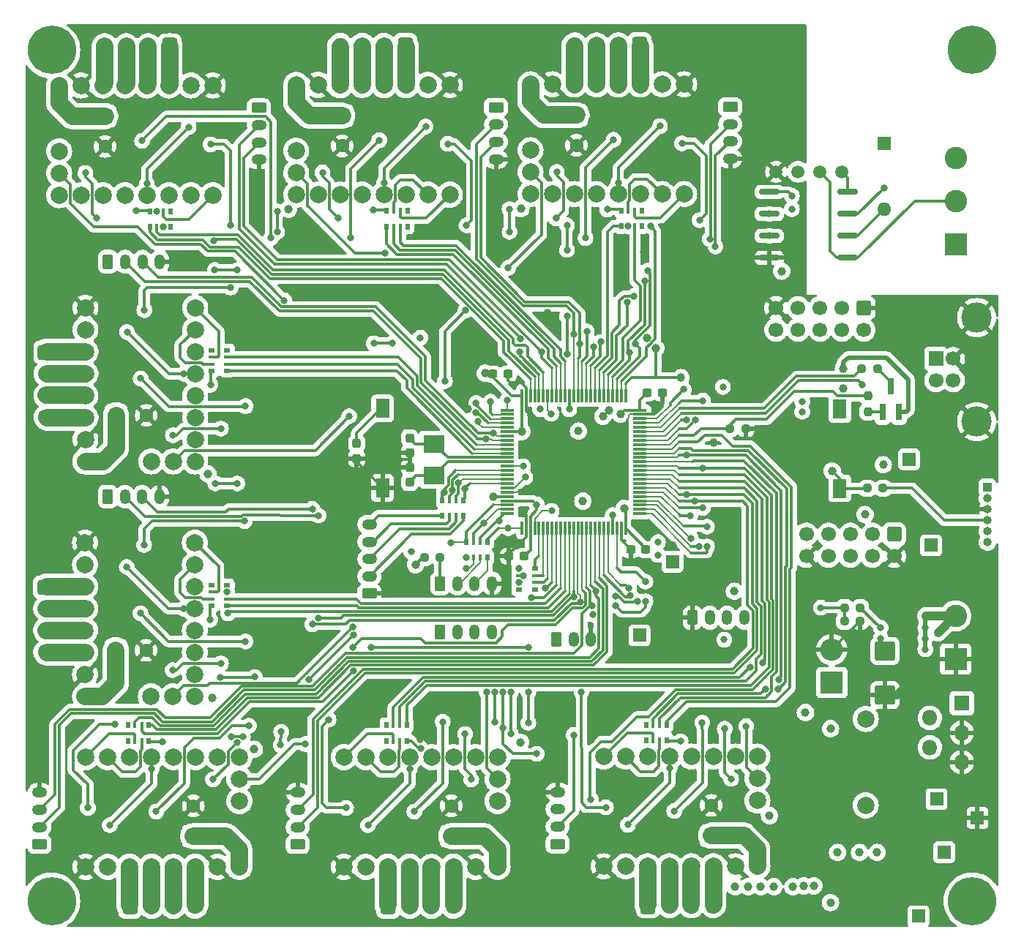
<source format=gbr>
%TF.GenerationSoftware,KiCad,Pcbnew,8.0.6*%
%TF.CreationDate,2025-02-03T11:58:56+03:00*%
%TF.ProjectId,multistepper,6d756c74-6973-4746-9570-7065722e6b69,rev?*%
%TF.SameCoordinates,Original*%
%TF.FileFunction,Copper,L1,Top*%
%TF.FilePolarity,Positive*%
%FSLAX46Y46*%
G04 Gerber Fmt 4.6, Leading zero omitted, Abs format (unit mm)*
G04 Created by KiCad (PCBNEW 8.0.6) date 2025-02-03 11:58:56*
%MOMM*%
%LPD*%
G01*
G04 APERTURE LIST*
G04 Aperture macros list*
%AMRoundRect*
0 Rectangle with rounded corners*
0 $1 Rounding radius*
0 $2 $3 $4 $5 $6 $7 $8 $9 X,Y pos of 4 corners*
0 Add a 4 corners polygon primitive as box body*
4,1,4,$2,$3,$4,$5,$6,$7,$8,$9,$2,$3,0*
0 Add four circle primitives for the rounded corners*
1,1,$1+$1,$2,$3*
1,1,$1+$1,$4,$5*
1,1,$1+$1,$6,$7*
1,1,$1+$1,$8,$9*
0 Add four rect primitives between the rounded corners*
20,1,$1+$1,$2,$3,$4,$5,0*
20,1,$1+$1,$4,$5,$6,$7,0*
20,1,$1+$1,$6,$7,$8,$9,0*
20,1,$1+$1,$8,$9,$2,$3,0*%
G04 Aperture macros list end*
%TA.AperFunction,SMDPad,CuDef*%
%ADD10RoundRect,0.237500X-0.300000X-0.237500X0.300000X-0.237500X0.300000X0.237500X-0.300000X0.237500X0*%
%TD*%
%TA.AperFunction,ComponentPad*%
%ADD11RoundRect,0.250000X0.600000X0.725000X-0.600000X0.725000X-0.600000X-0.725000X0.600000X-0.725000X0*%
%TD*%
%TA.AperFunction,ComponentPad*%
%ADD12O,1.700000X1.950000*%
%TD*%
%TA.AperFunction,ComponentPad*%
%ADD13RoundRect,0.250000X-0.725000X0.600000X-0.725000X-0.600000X0.725000X-0.600000X0.725000X0.600000X0*%
%TD*%
%TA.AperFunction,ComponentPad*%
%ADD14O,1.950000X1.700000*%
%TD*%
%TA.AperFunction,ComponentPad*%
%ADD15RoundRect,0.250000X0.625000X-0.350000X0.625000X0.350000X-0.625000X0.350000X-0.625000X-0.350000X0*%
%TD*%
%TA.AperFunction,ComponentPad*%
%ADD16O,1.750000X1.200000*%
%TD*%
%TA.AperFunction,ComponentPad*%
%ADD17RoundRect,0.250000X-0.600000X0.600000X-0.600000X-0.600000X0.600000X-0.600000X0.600000X0.600000X0*%
%TD*%
%TA.AperFunction,ComponentPad*%
%ADD18C,1.700000*%
%TD*%
%TA.AperFunction,SMDPad,CuDef*%
%ADD19R,1.600000X2.180000*%
%TD*%
%TA.AperFunction,ComponentPad*%
%ADD20C,5.600000*%
%TD*%
%TA.AperFunction,SMDPad,CuDef*%
%ADD21RoundRect,0.237500X-0.237500X0.250000X-0.237500X-0.250000X0.237500X-0.250000X0.237500X0.250000X0*%
%TD*%
%TA.AperFunction,ComponentPad*%
%ADD22R,1.600000X1.600000*%
%TD*%
%TA.AperFunction,ComponentPad*%
%ADD23O,1.600000X1.600000*%
%TD*%
%TA.AperFunction,ComponentPad*%
%ADD24C,1.600000*%
%TD*%
%TA.AperFunction,ComponentPad*%
%ADD25RoundRect,0.250000X-0.350000X-0.625000X0.350000X-0.625000X0.350000X0.625000X-0.350000X0.625000X0*%
%TD*%
%TA.AperFunction,ComponentPad*%
%ADD26O,1.200000X1.750000*%
%TD*%
%TA.AperFunction,ComponentPad*%
%ADD27C,2.000000*%
%TD*%
%TA.AperFunction,SMDPad,CuDef*%
%ADD28R,0.500000X0.800000*%
%TD*%
%TA.AperFunction,SMDPad,CuDef*%
%ADD29R,0.400000X0.800000*%
%TD*%
%TA.AperFunction,SMDPad,CuDef*%
%ADD30R,0.800000X0.500000*%
%TD*%
%TA.AperFunction,SMDPad,CuDef*%
%ADD31R,0.800000X0.400000*%
%TD*%
%TA.AperFunction,ComponentPad*%
%ADD32R,2.600000X2.600000*%
%TD*%
%TA.AperFunction,ComponentPad*%
%ADD33C,2.600000*%
%TD*%
%TA.AperFunction,SMDPad,CuDef*%
%ADD34RoundRect,0.237500X0.250000X0.237500X-0.250000X0.237500X-0.250000X-0.237500X0.250000X-0.237500X0*%
%TD*%
%TA.AperFunction,SMDPad,CuDef*%
%ADD35R,0.800000X1.900000*%
%TD*%
%TA.AperFunction,ComponentPad*%
%ADD36R,1.500000X1.500000*%
%TD*%
%TA.AperFunction,ComponentPad*%
%ADD37R,1.000000X1.000000*%
%TD*%
%TA.AperFunction,ComponentPad*%
%ADD38O,1.000000X1.000000*%
%TD*%
%TA.AperFunction,SMDPad,CuDef*%
%ADD39RoundRect,0.075000X-0.725000X-0.075000X0.725000X-0.075000X0.725000X0.075000X-0.725000X0.075000X0*%
%TD*%
%TA.AperFunction,SMDPad,CuDef*%
%ADD40RoundRect,0.075000X-0.075000X-0.725000X0.075000X-0.725000X0.075000X0.725000X-0.075000X0.725000X0*%
%TD*%
%TA.AperFunction,SMDPad,CuDef*%
%ADD41RoundRect,0.237500X0.237500X-0.300000X0.237500X0.300000X-0.237500X0.300000X-0.237500X-0.300000X0*%
%TD*%
%TA.AperFunction,SMDPad,CuDef*%
%ADD42RoundRect,0.237500X-0.250000X-0.237500X0.250000X-0.237500X0.250000X0.237500X-0.250000X0.237500X0*%
%TD*%
%TA.AperFunction,ComponentPad*%
%ADD43RoundRect,0.250000X-0.625000X0.350000X-0.625000X-0.350000X0.625000X-0.350000X0.625000X0.350000X0*%
%TD*%
%TA.AperFunction,ComponentPad*%
%ADD44RoundRect,0.250000X-0.600000X-0.725000X0.600000X-0.725000X0.600000X0.725000X-0.600000X0.725000X0*%
%TD*%
%TA.AperFunction,SMDPad,CuDef*%
%ADD45R,2.400000X2.000000*%
%TD*%
%TA.AperFunction,SMDPad,CuDef*%
%ADD46RoundRect,0.237500X-0.237500X0.300000X-0.237500X-0.300000X0.237500X-0.300000X0.237500X0.300000X0*%
%TD*%
%TA.AperFunction,ComponentPad*%
%ADD47C,1.500000*%
%TD*%
%TA.AperFunction,ComponentPad*%
%ADD48O,2.600000X2.600000*%
%TD*%
%TA.AperFunction,SMDPad,CuDef*%
%ADD49RoundRect,0.162500X-1.012500X-0.162500X1.012500X-0.162500X1.012500X0.162500X-1.012500X0.162500X0*%
%TD*%
%TA.AperFunction,ComponentPad*%
%ADD50R,1.800000X1.800000*%
%TD*%
%TA.AperFunction,ComponentPad*%
%ADD51O,1.800000X1.800000*%
%TD*%
%TA.AperFunction,SMDPad,CuDef*%
%ADD52RoundRect,0.237500X0.300000X0.237500X-0.300000X0.237500X-0.300000X-0.237500X0.300000X-0.237500X0*%
%TD*%
%TA.AperFunction,SMDPad,CuDef*%
%ADD53RoundRect,0.250000X-0.925000X0.875000X-0.925000X-0.875000X0.925000X-0.875000X0.925000X0.875000X0*%
%TD*%
%TA.AperFunction,ComponentPad*%
%ADD54R,1.700000X1.700000*%
%TD*%
%TA.AperFunction,ComponentPad*%
%ADD55C,3.500000*%
%TD*%
%TA.AperFunction,ViaPad*%
%ADD56C,1.000000*%
%TD*%
%TA.AperFunction,ViaPad*%
%ADD57C,0.800000*%
%TD*%
%TA.AperFunction,Conductor*%
%ADD58C,0.300000*%
%TD*%
%TA.AperFunction,Conductor*%
%ADD59C,0.200000*%
%TD*%
%TA.AperFunction,Conductor*%
%ADD60C,1.000000*%
%TD*%
%TA.AperFunction,Conductor*%
%ADD61C,0.500000*%
%TD*%
%TA.AperFunction,Conductor*%
%ADD62C,2.000000*%
%TD*%
G04 APERTURE END LIST*
D10*
%TO.P,C9,1*%
%TO.N,MCU3v3*%
X110035000Y-79502000D03*
%TO.P,C9,2*%
%TO.N,GND*%
X111760000Y-79502000D03*
%TD*%
D11*
%TO.P,J17,1,Pin_1*%
%TO.N,Net-(J17-Pad1)*%
X99921075Y-41501827D03*
D12*
%TO.P,J17,2,Pin_2*%
%TO.N,Net-(J17-Pad2)*%
X97421075Y-41501827D03*
%TO.P,J17,3,Pin_3*%
%TO.N,Net-(J17-Pad3)*%
X94921075Y-41501827D03*
%TO.P,J17,4,Pin_4*%
%TO.N,Net-(J17-Pad4)*%
X92421075Y-41501827D03*
%TD*%
D13*
%TO.P,J12,1,Pin_1*%
%TO.N,Net-(J12-Pad1)*%
X58374000Y-76974000D03*
D14*
%TO.P,J12,2,Pin_2*%
%TO.N,Net-(J12-Pad2)*%
X58374000Y-79474000D03*
%TO.P,J12,3,Pin_3*%
%TO.N,Net-(J12-Pad3)*%
X58374000Y-81974000D03*
%TO.P,J12,4,Pin_4*%
%TO.N,Net-(J12-Pad4)*%
X58374000Y-84474000D03*
%TD*%
D15*
%TO.P,J6,1,Pin_1*%
%TO.N,GND*%
X95758000Y-104902000D03*
D16*
%TO.P,J6,2,Pin_2*%
%TO.N,Net-(J6-Pad2)*%
X95758000Y-102902000D03*
%TO.P,J6,3,Pin_3*%
%TO.N,Net-(J6-Pad3)*%
X95758000Y-100902000D03*
%TO.P,J6,4,Pin_4*%
%TO.N,Net-(J6-Pad4)*%
X95758000Y-98902000D03*
%TO.P,J6,5,Pin_5*%
%TO.N,Net-(J6-Pad5)*%
X95758000Y-96902000D03*
%TD*%
D17*
%TO.P,J2,1,Pin_1*%
%TO.N,GND*%
X152958800Y-71840700D03*
D18*
%TO.P,J2,2,Pin_2*%
%TO.N,Net-(J2-Pad2)*%
X152958800Y-74380700D03*
%TO.P,J2,3,Pin_3*%
%TO.N,Net-(J2-Pad3)*%
X150418800Y-71840700D03*
%TO.P,J2,4,Pin_4*%
%TO.N,Net-(J2-Pad4)*%
X150418800Y-74380700D03*
%TO.P,J2,5,Pin_5*%
%TO.N,Net-(J2-Pad5)*%
X147878800Y-71840700D03*
%TO.P,J2,6,Pin_6*%
%TO.N,Net-(J2-Pad6)*%
X147878800Y-74380700D03*
%TO.P,J2,7,Pin_7*%
%TO.N,Net-(J2-Pad7)*%
X145338800Y-71840700D03*
%TO.P,J2,8,Pin_8*%
%TO.N,Net-(J2-Pad8)*%
X145338800Y-74380700D03*
%TO.P,J2,9,Pin_9*%
%TO.N,GND*%
X142798800Y-71840700D03*
%TO.P,J2,10,Pin_10*%
%TO.N,Net-(J2-Pad10)*%
X142798800Y-74380700D03*
%TD*%
D19*
%TO.P,SW2,1,1*%
%TO.N,/MCU base/BOOT0*%
X150164800Y-83548000D03*
%TO.P,SW2,2,2*%
%TO.N,MCU3v3*%
X150164800Y-92728000D03*
%TD*%
D15*
%TO.P,J22,1,Pin_1*%
%TO.N,Net-(J22-Pad1)*%
X87466000Y-133934000D03*
D16*
%TO.P,J22,2,Pin_2*%
%TO.N,M5_L0*%
X87466000Y-131934000D03*
%TO.P,J22,3,Pin_3*%
%TO.N,M5_L1*%
X87466000Y-129934000D03*
%TO.P,J22,4,Pin_4*%
%TO.N,GND*%
X87466000Y-127934000D03*
%TD*%
D20*
%TO.P,H4,1*%
%TO.N,N/C*%
X165500000Y-140500000D03*
%TD*%
D21*
%TO.P,R36,1*%
%TO.N,/MCU base/DPPU*%
X153416000Y-82043900D03*
%TO.P,R36,2*%
%TO.N,Net-(Q3-Pad1)*%
X153416000Y-83868900D03*
%TD*%
D22*
%TO.P,SW3,1*%
%TO.N,Net-(R18-Pad1)*%
X155295600Y-52832000D03*
D23*
%TO.P,SW3,2*%
%TO.N,/CANL*%
X155295600Y-60452000D03*
%TD*%
D22*
%TO.P,C24,1*%
%TO.N,/Motors/Vm*%
X105246000Y-132978000D03*
D24*
%TO.P,C24,2*%
%TO.N,GND*%
X105246000Y-129478000D03*
%TD*%
D25*
%TO.P,J5,1,Pin_1*%
%TO.N,Net-(J4-Pad1)*%
X103934000Y-103733600D03*
D26*
%TO.P,J5,2,Pin_2*%
%TO.N,ADC2*%
X105934000Y-103733600D03*
%TO.P,J5,3,Pin_3*%
%TO.N,ADC3*%
X107934000Y-103733600D03*
%TO.P,J5,4,Pin_4*%
%TO.N,GND*%
X109934000Y-103733600D03*
%TD*%
D25*
%TO.P,J11,1,Pin_1*%
%TO.N,Net-(J11-Pad1)*%
X65500000Y-66500000D03*
D26*
%TO.P,J11,2,Pin_2*%
%TO.N,M0_L0*%
X67500000Y-66500000D03*
%TO.P,J11,3,Pin_3*%
%TO.N,M0_L1*%
X69500000Y-66500000D03*
%TO.P,J11,4,Pin_4*%
%TO.N,GND*%
X71500000Y-66500000D03*
%TD*%
D27*
%TO.P,XX5,1,~{EN}*%
%TO.N,/Motors/stepper_M5/~{ENx}*%
X140640000Y-123774000D03*
%TO.P,XX5,2,MS1*%
%TO.N,/Motors/stepper_M5/MS1*%
X138100000Y-123774000D03*
%TO.P,XX5,3,MS2*%
%TO.N,/Motors/stepper_M5/MS2*%
X135560000Y-123774000D03*
%TO.P,XX5,4,SPREAD*%
%TO.N,/Motors/stepper_M5/SPR*%
X133020000Y-123774000D03*
%TO.P,XX5,5,PDN_UART*%
%TO.N,/Motors/stepper_M5/U*%
X130480000Y-123774000D03*
%TO.P,XX5,6,CLK*%
%TO.N,/Motors/stepper_M5/CLK*%
X127940000Y-123774000D03*
%TO.P,XX5,7,STEP*%
%TO.N,/Motors/stepper_M5/STEPx*%
X125400000Y-123774000D03*
%TO.P,XX5,8,DIR*%
%TO.N,/Motors/stepper_M5/DIRx*%
X122860000Y-123774000D03*
%TO.P,XX5,9,GND*%
%TO.N,GND*%
X122860000Y-136474000D03*
%TO.P,XX5,10,VIO*%
%TO.N,Vio*%
X125400000Y-136474000D03*
%TO.P,XX5,11,M1B*%
%TO.N,Net-(J21-Pad1)*%
X127940000Y-136474000D03*
%TO.P,XX5,12,M1A*%
%TO.N,Net-(J21-Pad2)*%
X130480000Y-136474000D03*
%TO.P,XX5,13,M2A*%
%TO.N,Net-(J21-Pad3)*%
X133020000Y-136474000D03*
%TO.P,XX5,14,M2B*%
%TO.N,Net-(J21-Pad4)*%
X135560000Y-136474000D03*
%TO.P,XX5,15,GND*%
%TO.N,GND*%
X138100000Y-136474000D03*
%TO.P,XX5,16,Vmot*%
%TO.N,/Motors/Vm*%
X140640000Y-136474000D03*
%TO.P,XX5,17,DIAG*%
%TO.N,/Motors/DIAG4*%
X140640000Y-126314000D03*
%TO.P,XX5,18,INDEX*%
%TO.N,unconnected-(XX5-Pad18)*%
X140640000Y-128854000D03*
%TD*%
D28*
%TO.P,RN11,1,R1.1*%
%TO.N,unconnected-(RN11-Pad1)*%
X127270450Y-60560000D03*
D29*
%TO.P,RN11,2,R2.1*%
%TO.N,/Motors/stepper_M4/DIRx*%
X126470450Y-60560000D03*
%TO.P,RN11,3,R3.1*%
%TO.N,/Motors/stepper_M4/STEPx*%
X125670450Y-60560000D03*
D28*
%TO.P,RN11,4,R4.1*%
%TO.N,/Motors/stepper_M4/~{ENx}*%
X124870450Y-60560000D03*
%TO.P,RN11,5,R4.2*%
%TO.N,M3_EN*%
X124870450Y-62360000D03*
D29*
%TO.P,RN11,6,R3.2*%
%TO.N,M3_STEP*%
X125670450Y-62360000D03*
%TO.P,RN11,7,R2.2*%
%TO.N,M3_DIR*%
X126470450Y-62360000D03*
D28*
%TO.P,RN11,8,R1.2*%
%TO.N,unconnected-(RN11-Pad8)*%
X127270450Y-62360000D03*
%TD*%
D25*
%TO.P,J13,1,Pin_1*%
%TO.N,Net-(J13-Pad1)*%
X117380000Y-110194000D03*
D26*
%TO.P,J13,2,Pin_2*%
%TO.N,Net-(J13-Pad2)*%
X119380000Y-110194000D03*
%TO.P,J13,3,Pin_3*%
%TO.N,GND*%
X121380000Y-110194000D03*
%TD*%
D27*
%TO.P,XX8,1,~{EN}*%
%TO.N,/Motors/stepper_M8/~{ENx}*%
X75572000Y-116801600D03*
%TO.P,XX8,2,MS1*%
%TO.N,/Motors/stepper_M8/MS1*%
X75572000Y-114261600D03*
%TO.P,XX8,3,MS2*%
%TO.N,/Motors/stepper_M8/MS2*%
X75572000Y-111721600D03*
%TO.P,XX8,4,SPREAD*%
%TO.N,/Motors/stepper_M8/SPR*%
X75572000Y-109181600D03*
%TO.P,XX8,5,PDN_UART*%
%TO.N,/Motors/stepper_M8/U*%
X75572000Y-106641600D03*
%TO.P,XX8,6,CLK*%
%TO.N,/Motors/stepper_M8/CLK*%
X75572000Y-104101600D03*
%TO.P,XX8,7,STEP*%
%TO.N,/Motors/stepper_M8/STEPx*%
X75572000Y-101561600D03*
%TO.P,XX8,8,DIR*%
%TO.N,/Motors/stepper_M8/DIRx*%
X75572000Y-99021600D03*
%TO.P,XX8,9,GND*%
%TO.N,GND*%
X62872000Y-99021600D03*
%TO.P,XX8,10,VIO*%
%TO.N,Vio*%
X62872000Y-101561600D03*
%TO.P,XX8,11,M1B*%
%TO.N,Net-(J27-Pad1)*%
X62872000Y-104101600D03*
%TO.P,XX8,12,M1A*%
%TO.N,Net-(J27-Pad2)*%
X62872000Y-106641600D03*
%TO.P,XX8,13,M2A*%
%TO.N,Net-(J27-Pad3)*%
X62872000Y-109181600D03*
%TO.P,XX8,14,M2B*%
%TO.N,Net-(J27-Pad4)*%
X62872000Y-111721600D03*
%TO.P,XX8,15,GND*%
%TO.N,GND*%
X62872000Y-114261600D03*
%TO.P,XX8,16,Vmot*%
%TO.N,/Motors/Vm*%
X62872000Y-116801600D03*
%TO.P,XX8,17,DIAG*%
%TO.N,/Motors/DIAG7*%
X73032000Y-116801600D03*
%TO.P,XX8,18,INDEX*%
%TO.N,unconnected-(XX8-Pad18)*%
X70492000Y-116801600D03*
%TD*%
%TO.P,XX3,1,~{EN}*%
%TO.N,/Motors/stepper_M3/~{ENx}*%
X87281075Y-58727827D03*
%TO.P,XX3,2,MS1*%
%TO.N,/Motors/stepper_M3/MS1*%
X89821075Y-58727827D03*
%TO.P,XX3,3,MS2*%
%TO.N,/Motors/stepper_M3/MS2*%
X92361075Y-58727827D03*
%TO.P,XX3,4,SPREAD*%
%TO.N,/Motors/stepper_M3/SPR*%
X94901075Y-58727827D03*
%TO.P,XX3,5,PDN_UART*%
%TO.N,/Motors/stepper_M3/U*%
X97441075Y-58727827D03*
%TO.P,XX3,6,CLK*%
%TO.N,/Motors/stepper_M3/CLK*%
X99981075Y-58727827D03*
%TO.P,XX3,7,STEP*%
%TO.N,/Motors/stepper_M3/STEPx*%
X102521075Y-58727827D03*
%TO.P,XX3,8,DIR*%
%TO.N,/Motors/stepper_M3/DIRx*%
X105061075Y-58727827D03*
%TO.P,XX3,9,GND*%
%TO.N,GND*%
X105061075Y-46027827D03*
%TO.P,XX3,10,VIO*%
%TO.N,Vio*%
X102521075Y-46027827D03*
%TO.P,XX3,11,M1B*%
%TO.N,Net-(J17-Pad1)*%
X99981075Y-46027827D03*
%TO.P,XX3,12,M1A*%
%TO.N,Net-(J17-Pad2)*%
X97441075Y-46027827D03*
%TO.P,XX3,13,M2A*%
%TO.N,Net-(J17-Pad3)*%
X94901075Y-46027827D03*
%TO.P,XX3,14,M2B*%
%TO.N,Net-(J17-Pad4)*%
X92361075Y-46027827D03*
%TO.P,XX3,15,GND*%
%TO.N,GND*%
X89821075Y-46027827D03*
%TO.P,XX3,16,Vmot*%
%TO.N,/Motors/Vm*%
X87281075Y-46027827D03*
%TO.P,XX3,17,DIAG*%
%TO.N,/Motors/DIAG2*%
X87281075Y-56187827D03*
%TO.P,XX3,18,INDEX*%
%TO.N,unconnected-(XX3-Pad18)*%
X87281075Y-53647827D03*
%TD*%
D30*
%TO.P,RN7,1,R1.1*%
%TO.N,/Motors/SCK*%
X113095200Y-102025600D03*
D31*
%TO.P,RN7,2,R2.1*%
%TO.N,/Motors/MISO*%
X113095200Y-102825600D03*
%TO.P,RN7,3,R3.1*%
%TO.N,/Motors/MOSI*%
X113095200Y-103625600D03*
D30*
%TO.P,RN7,4,R4.1*%
%TO.N,unconnected-(RN7-Pad4)*%
X113095200Y-104425600D03*
%TO.P,RN7,5,R4.2*%
%TO.N,unconnected-(RN7-Pad5)*%
X114895200Y-104425600D03*
D31*
%TO.P,RN7,6,R3.2*%
%TO.N,TMC_MOSI*%
X114895200Y-103625600D03*
%TO.P,RN7,7,R2.2*%
%TO.N,TMC_MISO*%
X114895200Y-102825600D03*
D30*
%TO.P,RN7,8,R1.2*%
%TO.N,TMC_SCK*%
X114895200Y-102025600D03*
%TD*%
D32*
%TO.P,J10,1,Pin_1*%
%TO.N,GND*%
X163576000Y-112482000D03*
D33*
%TO.P,J10,2,Pin_2*%
%TO.N,Net-(J10-Pad2)*%
X163576000Y-107482000D03*
%TD*%
D34*
%TO.P,R33,1*%
%TO.N,Net-(Q3-Pad3)*%
X154529800Y-78841600D03*
%TO.P,R33,2*%
%TO.N,USB_DP*%
X152704800Y-78841600D03*
%TD*%
D17*
%TO.P,J3,1,Pin_1*%
%TO.N,Net-(J3-Pad1)*%
X156464000Y-98044000D03*
D18*
%TO.P,J3,2,Pin_2*%
%TO.N,GND*%
X156464000Y-100584000D03*
%TO.P,J3,3,Pin_3*%
%TO.N,Net-(J3-Pad3)*%
X153924000Y-98044000D03*
%TO.P,J3,4,Pin_4*%
%TO.N,Net-(J3-Pad4)*%
X153924000Y-100584000D03*
%TO.P,J3,5,Pin_5*%
%TO.N,Net-(J3-Pad5)*%
X151384000Y-98044000D03*
%TO.P,J3,6,Pin_6*%
%TO.N,Net-(J3-Pad6)*%
X151384000Y-100584000D03*
%TO.P,J3,7,Pin_7*%
%TO.N,Net-(J3-Pad7)*%
X148844000Y-98044000D03*
%TO.P,J3,8,Pin_8*%
%TO.N,Net-(J3-Pad8)*%
X148844000Y-100584000D03*
%TO.P,J3,9,Pin_9*%
%TO.N,Net-(J3-Pad9)*%
X146304000Y-98044000D03*
%TO.P,J3,10,Pin_10*%
%TO.N,GND*%
X146304000Y-100584000D03*
%TD*%
D35*
%TO.P,Q3,1,G*%
%TO.N,Net-(Q3-Pad1)*%
X155107600Y-83897600D03*
%TO.P,Q3,2,S*%
%TO.N,+3V3*%
X157007600Y-83897600D03*
%TO.P,Q3,3,D*%
%TO.N,Net-(Q3-Pad3)*%
X156057600Y-80897600D03*
%TD*%
D36*
%TO.P,TP3,1,1*%
%TO.N,GND*%
X166090600Y-130860800D03*
%TD*%
D37*
%TO.P,J1,1,Pin_1*%
%TO.N,/MCU base/SWCLK*%
X167258600Y-92608400D03*
D38*
%TO.P,J1,2,Pin_2*%
%TO.N,/MCU base/SWDIO*%
X167258600Y-93878400D03*
%TO.P,J1,3,Pin_3*%
%TO.N,GND*%
X167258600Y-95148400D03*
%TO.P,J1,4,Pin_4*%
%TO.N,Net-(J1-Pad4)*%
X167258600Y-96418400D03*
%TO.P,J1,5,Pin_5*%
%TO.N,/MCU base/BOOT0*%
X167258600Y-97688400D03*
%TO.P,J1,6,Pin_6*%
%TO.N,/MCU base/NRST*%
X167258600Y-98958400D03*
%TD*%
D15*
%TO.P,J24,1,Pin_1*%
%TO.N,Net-(J24-Pad1)*%
X57604925Y-133934000D03*
D16*
%TO.P,J24,2,Pin_2*%
%TO.N,M6_L0*%
X57604925Y-131934000D03*
%TO.P,J24,3,Pin_3*%
%TO.N,M6_L1*%
X57604925Y-129934000D03*
%TO.P,J24,4,Pin_4*%
%TO.N,GND*%
X57604925Y-127934000D03*
%TD*%
D39*
%TO.P,U1,1,PE2*%
%TO.N,/MCU base/Diagn*%
X111705000Y-83662000D03*
%TO.P,U1,2,PE3*%
%TO.N,MUL0*%
X111705000Y-84162000D03*
%TO.P,U1,3,PE4*%
%TO.N,MUL1*%
X111705000Y-84662000D03*
%TO.P,U1,4,PE5*%
%TO.N,MUL2*%
X111705000Y-85162000D03*
%TO.P,U1,5,PE6*%
%TO.N,MUL_EN*%
X111705000Y-85662000D03*
%TO.P,U1,6,VBAT*%
%TO.N,MCU3v3*%
X111705000Y-86162000D03*
%TO.P,U1,7,PC13*%
%TO.N,M0_L1*%
X111705000Y-86662000D03*
%TO.P,U1,8,PC14*%
%TO.N,M0_L0*%
X111705000Y-87162000D03*
%TO.P,U1,9,PC15*%
%TO.N,M0_DIR*%
X111705000Y-87662000D03*
%TO.P,U1,10,PF9*%
%TO.N,M0_STEP*%
X111705000Y-88162000D03*
%TO.P,U1,11,PF10*%
%TO.N,M0_EN*%
X111705000Y-88662000D03*
%TO.P,U1,12,PF0*%
%TO.N,/MCU base/OSC_IN*%
X111705000Y-89162000D03*
%TO.P,U1,13,PF1*%
%TO.N,/MCU base/OSC_OUT*%
X111705000Y-89662000D03*
%TO.P,U1,14,NRST*%
%TO.N,/MCU base/NRST*%
X111705000Y-90162000D03*
%TO.P,U1,15,PC0*%
%TO.N,/MCU base/MOT_MUL0*%
X111705000Y-90662000D03*
%TO.P,U1,16,PC1*%
%TO.N,/MCU base/MOT_MUL1*%
X111705000Y-91162000D03*
%TO.P,U1,17,PC2*%
%TO.N,/MCU base/MOT_MUL2*%
X111705000Y-91662000D03*
%TO.P,U1,18,PC3*%
%TO.N,/MCU base/MOT_MUL_EN*%
X111705000Y-92162000D03*
%TO.P,U1,19,PF2*%
%TO.N,/MCU base/A5*%
X111705000Y-92662000D03*
%TO.P,U1,20,VSSA*%
%TO.N,GND*%
X111705000Y-93162000D03*
%TO.P,U1,21,VREF+*%
%TO.N,+3.3VADC*%
X111705000Y-93662000D03*
%TO.P,U1,22,VDDA*%
%TO.N,MCU3v3*%
X111705000Y-94162000D03*
%TO.P,U1,23,PA0*%
%TO.N,/MCU base/A0*%
X111705000Y-94662000D03*
%TO.P,U1,24,PA1*%
%TO.N,/MCU base/A1*%
X111705000Y-95162000D03*
%TO.P,U1,25,PA2*%
%TO.N,/MCU base/A2*%
X111705000Y-95662000D03*
D40*
%TO.P,U1,26,PA3*%
%TO.N,/MCU base/A3*%
X113380000Y-97337000D03*
%TO.P,U1,27,VSS*%
%TO.N,GND*%
X113880000Y-97337000D03*
%TO.P,U1,28,VDD*%
%TO.N,MCU3v3*%
X114380000Y-97337000D03*
%TO.P,U1,29,PA4*%
%TO.N,/MCU base/A4*%
X114880000Y-97337000D03*
%TO.P,U1,30,PA5*%
%TO.N,TMC_SCK*%
X115380000Y-97337000D03*
%TO.P,U1,31,PA6*%
%TO.N,TMC_MISO*%
X115880000Y-97337000D03*
%TO.P,U1,32,PA7*%
%TO.N,TMC_MOSI*%
X116380000Y-97337000D03*
%TO.P,U1,33,PC4*%
%TO.N,/MCU base/USART1_TX*%
X116880000Y-97337000D03*
%TO.P,U1,34,PC5*%
%TO.N,/MCU base/USART1_RX*%
X117380000Y-97337000D03*
%TO.P,U1,35,PB0*%
%TO.N,M7_STEP*%
X117880000Y-97337000D03*
%TO.P,U1,36,PB1*%
%TO.N,M7_EN*%
X118380000Y-97337000D03*
%TO.P,U1,37,PB2*%
%TO.N,M7_DIR*%
X118880000Y-97337000D03*
%TO.P,U1,38,PE7*%
%TO.N,M7_L0*%
X119380000Y-97337000D03*
%TO.P,U1,39,PE8*%
%TO.N,M7_L1*%
X119880000Y-97337000D03*
%TO.P,U1,40,PE9*%
%TO.N,M6_STEP*%
X120380000Y-97337000D03*
%TO.P,U1,41,PE10*%
%TO.N,M6_L1*%
X120880000Y-97337000D03*
%TO.P,U1,42,PE11*%
%TO.N,M6_L0*%
X121380000Y-97337000D03*
%TO.P,U1,43,PE12*%
%TO.N,M6_DIR*%
X121880000Y-97337000D03*
%TO.P,U1,44,PE13*%
%TO.N,M6_EN*%
X122380000Y-97337000D03*
%TO.P,U1,45,PE14*%
%TO.N,/MCU base/OUT2*%
X122880000Y-97337000D03*
%TO.P,U1,46,PE15*%
%TO.N,/MCU base/OUT1*%
X123380000Y-97337000D03*
%TO.P,U1,47,PB10*%
%TO.N,USART3_TX*%
X123880000Y-97337000D03*
%TO.P,U1,48,PB11*%
%TO.N,/MCU base/OUT0*%
X124380000Y-97337000D03*
%TO.P,U1,49,VSS*%
%TO.N,GND*%
X124880000Y-97337000D03*
%TO.P,U1,50,VDD*%
%TO.N,MCU3v3*%
X125380000Y-97337000D03*
D39*
%TO.P,U1,51,PB12*%
%TO.N,/MCU base/SCRN_DCRS*%
X127055000Y-95662000D03*
%TO.P,U1,52,PB13*%
%TO.N,/MCU base/SCRN_SCK*%
X127055000Y-95162000D03*
%TO.P,U1,53,PB14*%
%TO.N,/MCU base/SCRN_MISO*%
X127055000Y-94662000D03*
%TO.P,U1,54,PB15*%
%TO.N,/MCU base/SCRN_MOSI*%
X127055000Y-94162000D03*
%TO.P,U1,55,PD8*%
%TO.N,/MCU base/SCRN_RST*%
X127055000Y-93662000D03*
%TO.P,U1,56,PD9*%
%TO.N,/MCU base/SCRN_CS*%
X127055000Y-93162000D03*
%TO.P,U1,57,PD10*%
%TO.N,M5_L1*%
X127055000Y-92662000D03*
%TO.P,U1,58,PD11*%
%TO.N,M5_L0*%
X127055000Y-92162000D03*
%TO.P,U1,59,PD12*%
%TO.N,M5_STEP*%
X127055000Y-91662000D03*
%TO.P,U1,60,PD13*%
%TO.N,M5_DIR*%
X127055000Y-91162000D03*
%TO.P,U1,61,PD14*%
%TO.N,M5_EN*%
X127055000Y-90662000D03*
%TO.P,U1,62,PD15*%
%TO.N,M4_L1*%
X127055000Y-90162000D03*
%TO.P,U1,63,PC6*%
%TO.N,M4_STEP*%
X127055000Y-89662000D03*
%TO.P,U1,64,PC7*%
%TO.N,M4_L0*%
X127055000Y-89162000D03*
%TO.P,U1,65,PC8*%
%TO.N,M4_DIR*%
X127055000Y-88662000D03*
%TO.P,U1,66,PC9*%
%TO.N,M4_EN*%
X127055000Y-88162000D03*
%TO.P,U1,67,PA8*%
%TO.N,/MCU base/DPPU*%
X127055000Y-87662000D03*
%TO.P,U1,68,PA9*%
%TO.N,/MCU base/BTN1*%
X127055000Y-87162000D03*
%TO.P,U1,69,PA10*%
%TO.N,/MCU base/BTN2_SDA*%
X127055000Y-86662000D03*
%TO.P,U1,70,PA11*%
%TO.N,USB_DM*%
X127055000Y-86162000D03*
%TO.P,U1,71,PA12*%
%TO.N,USB_DP*%
X127055000Y-85662000D03*
%TO.P,U1,72,PA13*%
%TO.N,/MCU base/SWDIO*%
X127055000Y-85162000D03*
%TO.P,U1,73,PF6*%
%TO.N,/MCU base/BTN3_SCL*%
X127055000Y-84662000D03*
%TO.P,U1,74,VSS*%
%TO.N,GND*%
X127055000Y-84162000D03*
%TO.P,U1,75,VDD*%
%TO.N,MCU3v3*%
X127055000Y-83662000D03*
D40*
%TO.P,U1,76,PA14*%
%TO.N,/MCU base/SWCLK*%
X125380000Y-81987000D03*
%TO.P,U1,77,PA15*%
%TO.N,M3_STEP*%
X124880000Y-81987000D03*
%TO.P,U1,78,PC10*%
%TO.N,M3_L0*%
X124380000Y-81987000D03*
%TO.P,U1,79,PC11*%
%TO.N,M3_L1*%
X123880000Y-81987000D03*
%TO.P,U1,80,PC12*%
%TO.N,M3_DIR*%
X123380000Y-81987000D03*
%TO.P,U1,81,PD0*%
%TO.N,CAN_RX*%
X122880000Y-81987000D03*
%TO.P,U1,82,PD1*%
%TO.N,CAN_TX*%
X122380000Y-81987000D03*
%TO.P,U1,83,PD2*%
%TO.N,M3_EN*%
X121880000Y-81987000D03*
%TO.P,U1,84,PD3*%
%TO.N,/MCU base/BTN4*%
X121380000Y-81987000D03*
%TO.P,U1,85,PD4*%
%TO.N,/MCU base/BTN5*%
X120880000Y-81987000D03*
%TO.P,U1,86,PD5*%
%TO.N,/MCU base/BTN6*%
X120380000Y-81987000D03*
%TO.P,U1,87,PD6*%
%TO.N,M2_L1*%
X119880000Y-81987000D03*
%TO.P,U1,88,PD7*%
%TO.N,M2_L0*%
X119380000Y-81987000D03*
%TO.P,U1,89,PB3*%
%TO.N,USART2_TX*%
X118880000Y-81987000D03*
%TO.P,U1,90,PB4*%
%TO.N,M2_DIR*%
X118380000Y-81987000D03*
%TO.P,U1,91,PB5*%
%TO.N,M2_STEP*%
X117880000Y-81987000D03*
%TO.P,U1,92,PB6*%
%TO.N,M2_EN*%
X117380000Y-81987000D03*
%TO.P,U1,93,PB7*%
%TO.N,M1_L1*%
X116880000Y-81987000D03*
%TO.P,U1,94,BOOT0*%
%TO.N,/MCU base/BOOT0*%
X116380000Y-81987000D03*
%TO.P,U1,95,PB8*%
%TO.N,M1_STEP*%
X115880000Y-81987000D03*
%TO.P,U1,96,PB9*%
%TO.N,M1_L0*%
X115380000Y-81987000D03*
%TO.P,U1,97,PE0*%
%TO.N,M1_DIR*%
X114880000Y-81987000D03*
%TO.P,U1,98,PE1*%
%TO.N,M1_EN*%
X114380000Y-81987000D03*
%TO.P,U1,99,VSS*%
%TO.N,GND*%
X113880000Y-81987000D03*
%TO.P,U1,100,VDD*%
%TO.N,MCU3v3*%
X113380000Y-81987000D03*
%TD*%
D20*
%TO.P,H1,1*%
%TO.N,N/C*%
X59000000Y-42000000D03*
%TD*%
D22*
%TO.P,C23,1*%
%TO.N,/Motors/Vm*%
X135306000Y-132918000D03*
D24*
%TO.P,C23,2*%
%TO.N,GND*%
X135306000Y-129418000D03*
%TD*%
D41*
%TO.P,C4,1*%
%TO.N,/MCU base/OSC_OUT*%
X100417350Y-91997700D03*
%TO.P,C4,2*%
%TO.N,GND*%
X100417350Y-90272700D03*
%TD*%
D11*
%TO.P,J19,1,Pin_1*%
%TO.N,Net-(J19-Pad1)*%
X127026450Y-41440000D03*
D12*
%TO.P,J19,2,Pin_2*%
%TO.N,Net-(J19-Pad2)*%
X124526450Y-41440000D03*
%TO.P,J19,3,Pin_3*%
%TO.N,Net-(J19-Pad3)*%
X122026450Y-41440000D03*
%TO.P,J19,4,Pin_4*%
%TO.N,Net-(J19-Pad4)*%
X119526450Y-41440000D03*
%TD*%
D42*
%TO.P,R35,1*%
%TO.N,/MCU base/DPPU*%
X137466700Y-85801200D03*
%TO.P,R35,2*%
%TO.N,GND*%
X139291700Y-85801200D03*
%TD*%
D36*
%TO.P,TP2,1,1*%
%TO.N,Vdrive*%
X159258000Y-142240000D03*
%TD*%
D43*
%TO.P,J14,1,Pin_1*%
%TO.N,Net-(J14-Pad1)*%
X82974000Y-48689654D03*
D16*
%TO.P,J14,2,Pin_2*%
%TO.N,M1_L0*%
X82974000Y-50689654D03*
%TO.P,J14,3,Pin_3*%
%TO.N,M1_L1*%
X82974000Y-52689654D03*
%TO.P,J14,4,Pin_4*%
%TO.N,GND*%
X82974000Y-54689654D03*
%TD*%
D20*
%TO.P,H3,1*%
%TO.N,N/C*%
X59000000Y-140500000D03*
%TD*%
D44*
%TO.P,J23,1,Pin_1*%
%TO.N,Net-(J23-Pad1)*%
X97940000Y-141060000D03*
D12*
%TO.P,J23,2,Pin_2*%
%TO.N,Net-(J23-Pad2)*%
X100440000Y-141060000D03*
%TO.P,J23,3,Pin_3*%
%TO.N,Net-(J23-Pad3)*%
X102940000Y-141060000D03*
%TO.P,J23,4,Pin_4*%
%TO.N,Net-(J23-Pad4)*%
X105440000Y-141060000D03*
%TD*%
D45*
%TO.P,Y1,1,1*%
%TO.N,/MCU base/OSC_IN*%
X103225600Y-87558000D03*
%TO.P,Y1,2,2*%
%TO.N,/MCU base/OSC_OUT*%
X103225600Y-91258000D03*
%TD*%
D44*
%TO.P,J25,1,Pin_1*%
%TO.N,Net-(J25-Pad1)*%
X68078925Y-141060000D03*
D12*
%TO.P,J25,2,Pin_2*%
%TO.N,Net-(J25-Pad2)*%
X70578925Y-141060000D03*
%TO.P,J25,3,Pin_3*%
%TO.N,Net-(J25-Pad3)*%
X73078925Y-141060000D03*
%TO.P,J25,4,Pin_4*%
%TO.N,Net-(J25-Pad4)*%
X75578925Y-141060000D03*
%TD*%
D27*
%TO.P,XX4,1,~{EN}*%
%TO.N,/Motors/stepper_M4/~{ENx}*%
X114386450Y-58666000D03*
%TO.P,XX4,2,MS1*%
%TO.N,/Motors/stepper_M4/MS1*%
X116926450Y-58666000D03*
%TO.P,XX4,3,MS2*%
%TO.N,/Motors/stepper_M4/MS2*%
X119466450Y-58666000D03*
%TO.P,XX4,4,SPREAD*%
%TO.N,/Motors/stepper_M4/SPR*%
X122006450Y-58666000D03*
%TO.P,XX4,5,PDN_UART*%
%TO.N,/Motors/stepper_M4/U*%
X124546450Y-58666000D03*
%TO.P,XX4,6,CLK*%
%TO.N,/Motors/stepper_M4/CLK*%
X127086450Y-58666000D03*
%TO.P,XX4,7,STEP*%
%TO.N,/Motors/stepper_M4/STEPx*%
X129626450Y-58666000D03*
%TO.P,XX4,8,DIR*%
%TO.N,/Motors/stepper_M4/DIRx*%
X132166450Y-58666000D03*
%TO.P,XX4,9,GND*%
%TO.N,GND*%
X132166450Y-45966000D03*
%TO.P,XX4,10,VIO*%
%TO.N,Vio*%
X129626450Y-45966000D03*
%TO.P,XX4,11,M1B*%
%TO.N,Net-(J19-Pad1)*%
X127086450Y-45966000D03*
%TO.P,XX4,12,M1A*%
%TO.N,Net-(J19-Pad2)*%
X124546450Y-45966000D03*
%TO.P,XX4,13,M2A*%
%TO.N,Net-(J19-Pad3)*%
X122006450Y-45966000D03*
%TO.P,XX4,14,M2B*%
%TO.N,Net-(J19-Pad4)*%
X119466450Y-45966000D03*
%TO.P,XX4,15,GND*%
%TO.N,GND*%
X116926450Y-45966000D03*
%TO.P,XX4,16,Vmot*%
%TO.N,/Motors/Vm*%
X114386450Y-45966000D03*
%TO.P,XX4,17,DIAG*%
%TO.N,/Motors/DIAG3*%
X114386450Y-56126000D03*
%TO.P,XX4,18,INDEX*%
%TO.N,unconnected-(XX4-Pad18)*%
X114386450Y-53586000D03*
%TD*%
D28*
%TO.P,RN6,1,R1.1*%
%TO.N,Net-(J6-Pad5)*%
X104210000Y-95896000D03*
D29*
%TO.P,RN6,2,R2.1*%
%TO.N,Net-(J6-Pad4)*%
X105010000Y-95896000D03*
%TO.P,RN6,3,R3.1*%
%TO.N,Net-(J6-Pad3)*%
X105810000Y-95896000D03*
D28*
%TO.P,RN6,4,R4.1*%
%TO.N,Net-(J6-Pad2)*%
X106610000Y-95896000D03*
%TO.P,RN6,5,R4.2*%
%TO.N,/MCU base/MOT_MUL_EN*%
X106610000Y-94096000D03*
D29*
%TO.P,RN6,6,R3.2*%
%TO.N,/MCU base/MOT_MUL2*%
X105810000Y-94096000D03*
%TO.P,RN6,7,R2.2*%
%TO.N,/MCU base/MOT_MUL1*%
X105010000Y-94096000D03*
D28*
%TO.P,RN6,8,R1.2*%
%TO.N,/MCU base/MOT_MUL0*%
X104210000Y-94096000D03*
%TD*%
D42*
%TO.P,R2,1*%
%TO.N,MCU3v3*%
X153341700Y-92710000D03*
%TO.P,R2,2*%
%TO.N,Net-(J1-Pad4)*%
X155166700Y-92710000D03*
%TD*%
D10*
%TO.P,C5,1*%
%TO.N,MCU3v3*%
X127889000Y-81661000D03*
%TO.P,C5,2*%
%TO.N,GND*%
X129614000Y-81661000D03*
%TD*%
D46*
%TO.P,C2,1*%
%TO.N,/MCU base/NRST*%
X94284800Y-87528400D03*
%TO.P,C2,2*%
%TO.N,GND*%
X94284800Y-89253400D03*
%TD*%
D20*
%TO.P,H2,1*%
%TO.N,N/C*%
X165500000Y-42000000D03*
%TD*%
D44*
%TO.P,J21,1,Pin_1*%
%TO.N,Net-(J21-Pad1)*%
X128000000Y-141000000D03*
D12*
%TO.P,J21,2,Pin_2*%
%TO.N,Net-(J21-Pad2)*%
X130500000Y-141000000D03*
%TO.P,J21,3,Pin_3*%
%TO.N,Net-(J21-Pad3)*%
X133000000Y-141000000D03*
%TO.P,J21,4,Pin_4*%
%TO.N,Net-(J21-Pad4)*%
X135500000Y-141000000D03*
%TD*%
D22*
%TO.P,C21,1*%
%TO.N,/Motors/Vm*%
X92615075Y-49583827D03*
D24*
%TO.P,C21,2*%
%TO.N,GND*%
X92615075Y-53083827D03*
%TD*%
D28*
%TO.P,RN10,1,R1.1*%
%TO.N,unconnected-(RN10-Pad1)*%
X100165075Y-60621827D03*
D29*
%TO.P,RN10,2,R2.1*%
%TO.N,/Motors/stepper_M3/DIRx*%
X99365075Y-60621827D03*
%TO.P,RN10,3,R3.1*%
%TO.N,/Motors/stepper_M3/STEPx*%
X98565075Y-60621827D03*
D28*
%TO.P,RN10,4,R4.1*%
%TO.N,/Motors/stepper_M3/~{ENx}*%
X97765075Y-60621827D03*
%TO.P,RN10,5,R4.2*%
%TO.N,M2_EN*%
X97765075Y-62421827D03*
D29*
%TO.P,RN10,6,R3.2*%
%TO.N,M2_STEP*%
X98565075Y-62421827D03*
%TO.P,RN10,7,R2.2*%
%TO.N,M2_DIR*%
X99365075Y-62421827D03*
D28*
%TO.P,RN10,8,R1.2*%
%TO.N,unconnected-(RN10-Pad8)*%
X100165075Y-62421827D03*
%TD*%
D22*
%TO.P,C22,1*%
%TO.N,/Motors/Vm*%
X119720450Y-49522000D03*
D24*
%TO.P,C22,2*%
%TO.N,GND*%
X119720450Y-53022000D03*
%TD*%
D28*
%TO.P,RN5,1,R1.1*%
%TO.N,ADC0*%
X107004000Y-100722000D03*
D29*
%TO.P,RN5,2,R2.1*%
%TO.N,ADC1*%
X107804000Y-100722000D03*
%TO.P,RN5,3,R3.1*%
%TO.N,ADC2*%
X108604000Y-100722000D03*
D28*
%TO.P,RN5,4,R4.1*%
%TO.N,ADC3*%
X109404000Y-100722000D03*
%TO.P,RN5,5,R4.2*%
%TO.N,/MCU base/A3*%
X109404000Y-98922000D03*
D29*
%TO.P,RN5,6,R3.2*%
%TO.N,/MCU base/A2*%
X108604000Y-98922000D03*
%TO.P,RN5,7,R2.2*%
%TO.N,/MCU base/A1*%
X107804000Y-98922000D03*
D28*
%TO.P,RN5,8,R1.2*%
%TO.N,/MCU base/A0*%
X107004000Y-98922000D03*
%TD*%
D43*
%TO.P,J18,1,Pin_1*%
%TO.N,Net-(J18-Pad1)*%
X137500450Y-48566000D03*
D16*
%TO.P,J18,2,Pin_2*%
%TO.N,M3_L0*%
X137500450Y-50566000D03*
%TO.P,J18,3,Pin_3*%
%TO.N,M3_L1*%
X137500450Y-52566000D03*
%TO.P,J18,4,Pin_4*%
%TO.N,GND*%
X137500450Y-54566000D03*
%TD*%
D47*
%TO.P,Q1,1,GND*%
%TO.N,GND*%
X142798800Y-56083200D03*
%TO.P,Q1,2,Vin*%
%TO.N,Net-(C10-Pad1)*%
X145338800Y-56083200D03*
%TO.P,Q1,3,0V*%
%TO.N,Earth*%
X147878800Y-56083200D03*
%TO.P,Q1,4,+Vo*%
%TO.N,Net-(C11-Pad1)*%
X150418800Y-56083200D03*
%TD*%
D46*
%TO.P,C1,1*%
%TO.N,/MCU base/OSC_IN*%
X100417350Y-86917700D03*
%TO.P,C1,2*%
%TO.N,GND*%
X100417350Y-88642700D03*
%TD*%
D27*
%TO.P,XX6,1,~{EN}*%
%TO.N,/Motors/stepper_M6/~{ENx}*%
X110580000Y-123834000D03*
%TO.P,XX6,2,MS1*%
%TO.N,/Motors/stepper_M6/MS1*%
X108040000Y-123834000D03*
%TO.P,XX6,3,MS2*%
%TO.N,/Motors/stepper_M6/MS2*%
X105500000Y-123834000D03*
%TO.P,XX6,4,SPREAD*%
%TO.N,/Motors/stepper_M6/SPR*%
X102960000Y-123834000D03*
%TO.P,XX6,5,PDN_UART*%
%TO.N,/Motors/stepper_M6/U*%
X100420000Y-123834000D03*
%TO.P,XX6,6,CLK*%
%TO.N,/Motors/stepper_M6/CLK*%
X97880000Y-123834000D03*
%TO.P,XX6,7,STEP*%
%TO.N,/Motors/stepper_M6/STEPx*%
X95340000Y-123834000D03*
%TO.P,XX6,8,DIR*%
%TO.N,/Motors/stepper_M6/DIRx*%
X92800000Y-123834000D03*
%TO.P,XX6,9,GND*%
%TO.N,GND*%
X92800000Y-136534000D03*
%TO.P,XX6,10,VIO*%
%TO.N,Vio*%
X95340000Y-136534000D03*
%TO.P,XX6,11,M1B*%
%TO.N,Net-(J23-Pad1)*%
X97880000Y-136534000D03*
%TO.P,XX6,12,M1A*%
%TO.N,Net-(J23-Pad2)*%
X100420000Y-136534000D03*
%TO.P,XX6,13,M2A*%
%TO.N,Net-(J23-Pad3)*%
X102960000Y-136534000D03*
%TO.P,XX6,14,M2B*%
%TO.N,Net-(J23-Pad4)*%
X105500000Y-136534000D03*
%TO.P,XX6,15,GND*%
%TO.N,GND*%
X108040000Y-136534000D03*
%TO.P,XX6,16,Vmot*%
%TO.N,/Motors/Vm*%
X110580000Y-136534000D03*
%TO.P,XX6,17,DIAG*%
%TO.N,/Motors/DIAG5*%
X110580000Y-126374000D03*
%TO.P,XX6,18,INDEX*%
%TO.N,unconnected-(XX6-Pad18)*%
X110580000Y-128914000D03*
%TD*%
D32*
%TO.P,D26,1,K*%
%TO.N,Net-(D26-Pad1)*%
X149250400Y-115194400D03*
D48*
%TO.P,D26,2,A*%
%TO.N,GND*%
X149250400Y-111384400D03*
%TD*%
D49*
%TO.P,U2,1,VCC1*%
%TO.N,Net-(C10-Pad1)*%
X142033000Y-58420000D03*
%TO.P,U2,2,RXD*%
%TO.N,CAN_RX*%
X142033000Y-60960000D03*
%TO.P,U2,3,TXD*%
%TO.N,CAN_TX*%
X142033000Y-63500000D03*
%TO.P,U2,4,GND1*%
%TO.N,GND*%
X142033000Y-66040000D03*
%TO.P,U2,5,GND2*%
%TO.N,Earth*%
X151083000Y-66040000D03*
%TO.P,U2,6,CANL*%
%TO.N,/CANL*%
X151083000Y-63500000D03*
%TO.P,U2,7,CANH*%
%TO.N,/CANH*%
X151083000Y-60960000D03*
%TO.P,U2,8,VCC2*%
%TO.N,Net-(C11-Pad1)*%
X151083000Y-58420000D03*
%TD*%
D36*
%TO.P,TP6,1,1*%
%TO.N,+3.3VADC*%
X127000000Y-109728000D03*
%TD*%
D22*
%TO.P,C19,1*%
%TO.N,/Motors/Vm*%
X66456000Y-84280000D03*
D24*
%TO.P,C19,2*%
%TO.N,GND*%
X69956000Y-84280000D03*
%TD*%
D50*
%TO.P,U5,1,VIN*%
%TO.N,Vdrive*%
X164287200Y-117602000D03*
D51*
%TO.P,U5,2,VOUT*%
%TO.N,Net-(D26-Pad1)*%
X160587200Y-119302000D03*
%TO.P,U5,3,GND*%
%TO.N,GND*%
X164287200Y-121002000D03*
%TO.P,U5,4,FB*%
%TO.N,Net-(C17-Pad1)*%
X160587200Y-122702000D03*
%TO.P,U5,5,ON/OFF*%
%TO.N,GND*%
X164287200Y-124402000D03*
%TD*%
D28*
%TO.P,RN13,1,R1.1*%
%TO.N,unconnected-(RN13-Pad1)*%
X97696000Y-121940000D03*
D29*
%TO.P,RN13,2,R2.1*%
%TO.N,/Motors/stepper_M6/DIRx*%
X98496000Y-121940000D03*
%TO.P,RN13,3,R3.1*%
%TO.N,/Motors/stepper_M6/STEPx*%
X99296000Y-121940000D03*
D28*
%TO.P,RN13,4,R4.1*%
%TO.N,/Motors/stepper_M6/~{ENx}*%
X100096000Y-121940000D03*
%TO.P,RN13,5,R4.2*%
%TO.N,M5_EN*%
X100096000Y-120140000D03*
D29*
%TO.P,RN13,6,R3.2*%
%TO.N,M5_STEP*%
X99296000Y-120140000D03*
%TO.P,RN13,7,R2.2*%
%TO.N,M5_DIR*%
X98496000Y-120140000D03*
D28*
%TO.P,RN13,8,R1.2*%
%TO.N,unconnected-(RN13-Pad8)*%
X97696000Y-120140000D03*
%TD*%
D13*
%TO.P,J27,1,Pin_1*%
%TO.N,Net-(J27-Pad1)*%
X58346000Y-104161600D03*
D14*
%TO.P,J27,2,Pin_2*%
%TO.N,Net-(J27-Pad2)*%
X58346000Y-106661600D03*
%TO.P,J27,3,Pin_3*%
%TO.N,Net-(J27-Pad3)*%
X58346000Y-109161600D03*
%TO.P,J27,4,Pin_4*%
%TO.N,Net-(J27-Pad4)*%
X58346000Y-111661600D03*
%TD*%
D25*
%TO.P,J7,1,Pin_1*%
%TO.N,GND*%
X133144000Y-107704800D03*
D26*
%TO.P,J7,2,Pin_2*%
%TO.N,Net-(J7-Pad2)*%
X135144000Y-107704800D03*
%TO.P,J7,3,Pin_3*%
%TO.N,Net-(J7-Pad3)*%
X137144000Y-107704800D03*
%TO.P,J7,4,Pin_4*%
%TO.N,Net-(J7-Pad4)*%
X139144000Y-107704800D03*
%TD*%
D28*
%TO.P,RN9,1,R1.1*%
%TO.N,unconnected-(RN9-Pad1)*%
X72744000Y-60683654D03*
D29*
%TO.P,RN9,2,R2.1*%
%TO.N,/Motors/stepper_M2/DIRx*%
X71944000Y-60683654D03*
%TO.P,RN9,3,R3.1*%
%TO.N,/Motors/stepper_M2/STEPx*%
X71144000Y-60683654D03*
D28*
%TO.P,RN9,4,R4.1*%
%TO.N,/Motors/stepper_M2/~{ENx}*%
X70344000Y-60683654D03*
%TO.P,RN9,5,R4.2*%
%TO.N,M1_EN*%
X70344000Y-62483654D03*
D29*
%TO.P,RN9,6,R3.2*%
%TO.N,M1_STEP*%
X71144000Y-62483654D03*
%TO.P,RN9,7,R2.2*%
%TO.N,M1_DIR*%
X71944000Y-62483654D03*
D28*
%TO.P,RN9,8,R1.2*%
%TO.N,unconnected-(RN9-Pad8)*%
X72744000Y-62483654D03*
%TD*%
D36*
%TO.P,TP4,1,1*%
%TO.N,Net-(C17-Pad1)*%
X161366200Y-128701800D03*
%TD*%
D30*
%TO.P,RN15,1,R1.1*%
%TO.N,unconnected-(RN15-Pad1)*%
X77466000Y-103917600D03*
D31*
%TO.P,RN15,2,R2.1*%
%TO.N,/Motors/stepper_M8/DIRx*%
X77466000Y-104717600D03*
%TO.P,RN15,3,R3.1*%
%TO.N,/Motors/stepper_M8/STEPx*%
X77466000Y-105517600D03*
D30*
%TO.P,RN15,4,R4.1*%
%TO.N,/Motors/stepper_M8/~{ENx}*%
X77466000Y-106317600D03*
%TO.P,RN15,5,R4.2*%
%TO.N,M7_EN*%
X79266000Y-106317600D03*
D31*
%TO.P,RN15,6,R3.2*%
%TO.N,M7_STEP*%
X79266000Y-105517600D03*
%TO.P,RN15,7,R2.2*%
%TO.N,M7_DIR*%
X79266000Y-104717600D03*
D30*
%TO.P,RN15,8,R1.2*%
%TO.N,unconnected-(RN15-Pad8)*%
X79266000Y-103917600D03*
%TD*%
D11*
%TO.P,J15,1,Pin_1*%
%TO.N,Net-(J15-Pad1)*%
X72644000Y-41563654D03*
D12*
%TO.P,J15,2,Pin_2*%
%TO.N,Net-(J15-Pad2)*%
X70144000Y-41563654D03*
%TO.P,J15,3,Pin_3*%
%TO.N,Net-(J15-Pad3)*%
X67644000Y-41563654D03*
%TO.P,J15,4,Pin_4*%
%TO.N,Net-(J15-Pad4)*%
X65144000Y-41563654D03*
%TD*%
D52*
%TO.P,C6,1*%
%TO.N,MCU3v3*%
X127709000Y-99822000D03*
%TO.P,C6,2*%
%TO.N,GND*%
X125984000Y-99822000D03*
%TD*%
D27*
%TO.P,L1,1,1*%
%TO.N,Net-(C17-Pad1)*%
X153162000Y-129409200D03*
%TO.P,L1,2,2*%
%TO.N,Net-(D26-Pad1)*%
X153162000Y-119409200D03*
%TD*%
D22*
%TO.P,C20,1*%
%TO.N,/Motors/Vm*%
X65194000Y-49645654D03*
D24*
%TO.P,C20,2*%
%TO.N,GND*%
X65194000Y-53145654D03*
%TD*%
D19*
%TO.P,SW1,1,1*%
%TO.N,/MCU base/NRST*%
X97282000Y-83479200D03*
%TO.P,SW1,2,2*%
%TO.N,GND*%
X97282000Y-92659200D03*
%TD*%
D27*
%TO.P,XX2,1,~{EN}*%
%TO.N,/Motors/stepper_M2/~{ENx}*%
X59860000Y-58789654D03*
%TO.P,XX2,2,MS1*%
%TO.N,/Motors/stepper_M2/MS1*%
X62400000Y-58789654D03*
%TO.P,XX2,3,MS2*%
%TO.N,/Motors/stepper_M2/MS2*%
X64940000Y-58789654D03*
%TO.P,XX2,4,SPREAD*%
%TO.N,/Motors/stepper_M2/SPR*%
X67480000Y-58789654D03*
%TO.P,XX2,5,PDN_UART*%
%TO.N,/Motors/stepper_M2/U*%
X70020000Y-58789654D03*
%TO.P,XX2,6,CLK*%
%TO.N,/Motors/stepper_M2/CLK*%
X72560000Y-58789654D03*
%TO.P,XX2,7,STEP*%
%TO.N,/Motors/stepper_M2/STEPx*%
X75100000Y-58789654D03*
%TO.P,XX2,8,DIR*%
%TO.N,/Motors/stepper_M2/DIRx*%
X77640000Y-58789654D03*
%TO.P,XX2,9,GND*%
%TO.N,GND*%
X77640000Y-46089654D03*
%TO.P,XX2,10,VIO*%
%TO.N,Vio*%
X75100000Y-46089654D03*
%TO.P,XX2,11,M1B*%
%TO.N,Net-(J15-Pad1)*%
X72560000Y-46089654D03*
%TO.P,XX2,12,M1A*%
%TO.N,Net-(J15-Pad2)*%
X70020000Y-46089654D03*
%TO.P,XX2,13,M2A*%
%TO.N,Net-(J15-Pad3)*%
X67480000Y-46089654D03*
%TO.P,XX2,14,M2B*%
%TO.N,Net-(J15-Pad4)*%
X64940000Y-46089654D03*
%TO.P,XX2,15,GND*%
%TO.N,GND*%
X62400000Y-46089654D03*
%TO.P,XX2,16,Vmot*%
%TO.N,/Motors/Vm*%
X59860000Y-46089654D03*
%TO.P,XX2,17,DIAG*%
%TO.N,/Motors/DIAG1*%
X59860000Y-56249654D03*
%TO.P,XX2,18,INDEX*%
%TO.N,unconnected-(XX2-Pad18)*%
X59860000Y-53709654D03*
%TD*%
D32*
%TO.P,J9,1,Pin_1*%
%TO.N,/CANL*%
X163576000Y-64516000D03*
D33*
%TO.P,J9,2,Pin_2*%
%TO.N,Earth*%
X163576000Y-59516000D03*
%TO.P,J9,3,Pin_3*%
%TO.N,/CANH*%
X163576000Y-54516000D03*
%TD*%
D22*
%TO.P,C25,1*%
%TO.N,/Motors/Vm*%
X75384925Y-132978000D03*
D24*
%TO.P,C25,2*%
%TO.N,GND*%
X75384925Y-129478000D03*
%TD*%
D34*
%TO.P,R11,1*%
%TO.N,GND*%
X152552400Y-108102400D03*
%TO.P,R11,2*%
%TO.N,ADC4*%
X150727400Y-108102400D03*
%TD*%
D27*
%TO.P,XX7,1,~{EN}*%
%TO.N,/Motors/stepper_M7/~{ENx}*%
X80718925Y-123834000D03*
%TO.P,XX7,2,MS1*%
%TO.N,/Motors/stepper_M7/MS1*%
X78178925Y-123834000D03*
%TO.P,XX7,3,MS2*%
%TO.N,/Motors/stepper_M7/MS2*%
X75638925Y-123834000D03*
%TO.P,XX7,4,SPREAD*%
%TO.N,/Motors/stepper_M7/SPR*%
X73098925Y-123834000D03*
%TO.P,XX7,5,PDN_UART*%
%TO.N,/Motors/stepper_M7/U*%
X70558925Y-123834000D03*
%TO.P,XX7,6,CLK*%
%TO.N,/Motors/stepper_M7/CLK*%
X68018925Y-123834000D03*
%TO.P,XX7,7,STEP*%
%TO.N,/Motors/stepper_M7/STEPx*%
X65478925Y-123834000D03*
%TO.P,XX7,8,DIR*%
%TO.N,/Motors/stepper_M7/DIRx*%
X62938925Y-123834000D03*
%TO.P,XX7,9,GND*%
%TO.N,GND*%
X62938925Y-136534000D03*
%TO.P,XX7,10,VIO*%
%TO.N,Vio*%
X65478925Y-136534000D03*
%TO.P,XX7,11,M1B*%
%TO.N,Net-(J25-Pad1)*%
X68018925Y-136534000D03*
%TO.P,XX7,12,M1A*%
%TO.N,Net-(J25-Pad2)*%
X70558925Y-136534000D03*
%TO.P,XX7,13,M2A*%
%TO.N,Net-(J25-Pad3)*%
X73098925Y-136534000D03*
%TO.P,XX7,14,M2B*%
%TO.N,Net-(J25-Pad4)*%
X75638925Y-136534000D03*
%TO.P,XX7,15,GND*%
%TO.N,GND*%
X78178925Y-136534000D03*
%TO.P,XX7,16,Vmot*%
%TO.N,/Motors/Vm*%
X80718925Y-136534000D03*
%TO.P,XX7,17,DIAG*%
%TO.N,/Motors/DIAG6*%
X80718925Y-126374000D03*
%TO.P,XX7,18,INDEX*%
%TO.N,unconnected-(XX7-Pad18)*%
X80718925Y-128914000D03*
%TD*%
D28*
%TO.P,RN14,1,R1.1*%
%TO.N,unconnected-(RN14-Pad1)*%
X67834925Y-121940000D03*
D29*
%TO.P,RN14,2,R2.1*%
%TO.N,/Motors/stepper_M7/DIRx*%
X68634925Y-121940000D03*
%TO.P,RN14,3,R3.1*%
%TO.N,/Motors/stepper_M7/STEPx*%
X69434925Y-121940000D03*
D28*
%TO.P,RN14,4,R4.1*%
%TO.N,/Motors/stepper_M7/~{ENx}*%
X70234925Y-121940000D03*
%TO.P,RN14,5,R4.2*%
%TO.N,M6_EN*%
X70234925Y-120140000D03*
D29*
%TO.P,RN14,6,R3.2*%
%TO.N,M6_STEP*%
X69434925Y-120140000D03*
%TO.P,RN14,7,R2.2*%
%TO.N,M6_DIR*%
X68634925Y-120140000D03*
D28*
%TO.P,RN14,8,R1.2*%
%TO.N,unconnected-(RN14-Pad8)*%
X67834925Y-120140000D03*
%TD*%
D25*
%TO.P,J26,1,Pin_1*%
%TO.N,Net-(J26-Pad1)*%
X65472000Y-93687600D03*
D26*
%TO.P,J26,2,Pin_2*%
%TO.N,M7_L0*%
X67472000Y-93687600D03*
%TO.P,J26,3,Pin_3*%
%TO.N,M7_L1*%
X69472000Y-93687600D03*
%TO.P,J26,4,Pin_4*%
%TO.N,GND*%
X71472000Y-93687600D03*
%TD*%
D42*
%TO.P,R10,1*%
%TO.N,ADC4*%
X150727400Y-106527600D03*
%TO.P,R10,2*%
%TO.N,Vdrive*%
X152552400Y-106527600D03*
%TD*%
D52*
%TO.P,C7,1*%
%TO.N,MCU3v3*%
X113638500Y-100584000D03*
%TO.P,C7,2*%
%TO.N,GND*%
X111913500Y-100584000D03*
%TD*%
D53*
%TO.P,C14,1*%
%TO.N,Vdrive*%
X155397200Y-111546800D03*
%TO.P,C14,2*%
%TO.N,GND*%
X155397200Y-116646800D03*
%TD*%
D25*
%TO.P,J4,1,Pin_1*%
%TO.N,Net-(J4-Pad1)*%
X103934000Y-109321600D03*
D26*
%TO.P,J4,2,Pin_2*%
%TO.N,ADC0*%
X105934000Y-109321600D03*
%TO.P,J4,3,Pin_3*%
%TO.N,ADC1*%
X107934000Y-109321600D03*
%TO.P,J4,4,Pin_4*%
%TO.N,GND*%
X109934000Y-109321600D03*
%TD*%
D42*
%TO.P,R9,1*%
%TO.N,+3.3VADC*%
X102109900Y-100736400D03*
%TO.P,R9,2*%
%TO.N,Net-(J4-Pad1)*%
X103934900Y-100736400D03*
%TD*%
D28*
%TO.P,RN12,1,R1.1*%
%TO.N,unconnected-(RN12-Pad1)*%
X127756000Y-121880000D03*
D29*
%TO.P,RN12,2,R2.1*%
%TO.N,/Motors/stepper_M5/DIRx*%
X128556000Y-121880000D03*
%TO.P,RN12,3,R3.1*%
%TO.N,/Motors/stepper_M5/STEPx*%
X129356000Y-121880000D03*
D28*
%TO.P,RN12,4,R4.1*%
%TO.N,/Motors/stepper_M5/~{ENx}*%
X130156000Y-121880000D03*
%TO.P,RN12,5,R4.2*%
%TO.N,M4_EN*%
X130156000Y-120080000D03*
D29*
%TO.P,RN12,6,R3.2*%
%TO.N,M4_STEP*%
X129356000Y-120080000D03*
%TO.P,RN12,7,R2.2*%
%TO.N,M4_DIR*%
X128556000Y-120080000D03*
D28*
%TO.P,RN12,8,R1.2*%
%TO.N,unconnected-(RN12-Pad8)*%
X127756000Y-120080000D03*
%TD*%
D15*
%TO.P,J20,1,Pin_1*%
%TO.N,Net-(J20-Pad1)*%
X117526000Y-133874000D03*
D16*
%TO.P,J20,2,Pin_2*%
%TO.N,M4_L0*%
X117526000Y-131874000D03*
%TO.P,J20,3,Pin_3*%
%TO.N,M4_L1*%
X117526000Y-129874000D03*
%TO.P,J20,4,Pin_4*%
%TO.N,GND*%
X117526000Y-127874000D03*
%TD*%
D43*
%TO.P,J16,1,Pin_1*%
%TO.N,Net-(J16-Pad1)*%
X110395075Y-48627827D03*
D16*
%TO.P,J16,2,Pin_2*%
%TO.N,M2_L0*%
X110395075Y-50627827D03*
%TO.P,J16,3,Pin_3*%
%TO.N,M2_L1*%
X110395075Y-52627827D03*
%TO.P,J16,4,Pin_4*%
%TO.N,GND*%
X110395075Y-54627827D03*
%TD*%
D30*
%TO.P,RN8,1,R1.1*%
%TO.N,unconnected-(RN8-Pad1)*%
X77494000Y-76730000D03*
D31*
%TO.P,RN8,2,R2.1*%
%TO.N,/Motors/stepper_M1/DIRx*%
X77494000Y-77530000D03*
%TO.P,RN8,3,R3.1*%
%TO.N,/Motors/stepper_M1/STEPx*%
X77494000Y-78330000D03*
D30*
%TO.P,RN8,4,R4.1*%
%TO.N,/Motors/stepper_M1/~{ENx}*%
X77494000Y-79130000D03*
%TO.P,RN8,5,R4.2*%
%TO.N,M0_EN*%
X79294000Y-79130000D03*
D31*
%TO.P,RN8,6,R3.2*%
%TO.N,M0_STEP*%
X79294000Y-78330000D03*
%TO.P,RN8,7,R2.2*%
%TO.N,M0_DIR*%
X79294000Y-77530000D03*
D30*
%TO.P,RN8,8,R1.2*%
%TO.N,unconnected-(RN8-Pad8)*%
X79294000Y-76730000D03*
%TD*%
D36*
%TO.P,TP8,1,1*%
%TO.N,Vio*%
X162255200Y-134823200D03*
%TD*%
%TO.P,TP5,1,1*%
%TO.N,+3V3*%
X130810000Y-101244400D03*
%TD*%
D22*
%TO.P,C26,1*%
%TO.N,/Motors/Vm*%
X66428000Y-111467600D03*
D24*
%TO.P,C26,2*%
%TO.N,GND*%
X69928000Y-111467600D03*
%TD*%
D27*
%TO.P,XX1,1,~{EN}*%
%TO.N,/Motors/stepper_M1/~{ENx}*%
X75600000Y-89614000D03*
%TO.P,XX1,2,MS1*%
%TO.N,/Motors/stepper_M1/MS1*%
X75600000Y-87074000D03*
%TO.P,XX1,3,MS2*%
%TO.N,/Motors/stepper_M1/MS2*%
X75600000Y-84534000D03*
%TO.P,XX1,4,SPREAD*%
%TO.N,/Motors/stepper_M1/SPR*%
X75600000Y-81994000D03*
%TO.P,XX1,5,PDN_UART*%
%TO.N,/Motors/stepper_M1/U*%
X75600000Y-79454000D03*
%TO.P,XX1,6,CLK*%
%TO.N,/Motors/stepper_M1/CLK*%
X75600000Y-76914000D03*
%TO.P,XX1,7,STEP*%
%TO.N,/Motors/stepper_M1/STEPx*%
X75600000Y-74374000D03*
%TO.P,XX1,8,DIR*%
%TO.N,/Motors/stepper_M1/DIRx*%
X75600000Y-71834000D03*
%TO.P,XX1,9,GND*%
%TO.N,GND*%
X62900000Y-71834000D03*
%TO.P,XX1,10,VIO*%
%TO.N,Vio*%
X62900000Y-74374000D03*
%TO.P,XX1,11,M1B*%
%TO.N,Net-(J12-Pad1)*%
X62900000Y-76914000D03*
%TO.P,XX1,12,M1A*%
%TO.N,Net-(J12-Pad2)*%
X62900000Y-79454000D03*
%TO.P,XX1,13,M2A*%
%TO.N,Net-(J12-Pad3)*%
X62900000Y-81994000D03*
%TO.P,XX1,14,M2B*%
%TO.N,Net-(J12-Pad4)*%
X62900000Y-84534000D03*
%TO.P,XX1,15,GND*%
%TO.N,GND*%
X62900000Y-87074000D03*
%TO.P,XX1,16,Vmot*%
%TO.N,/Motors/Vm*%
X62900000Y-89614000D03*
%TO.P,XX1,17,DIAG*%
%TO.N,/Motors/DIAG0*%
X73060000Y-89614000D03*
%TO.P,XX1,18,INDEX*%
%TO.N,unconnected-(XX1-Pad18)*%
X70520000Y-89614000D03*
%TD*%
D54*
%TO.P,J8,1,VBUS*%
%TO.N,/VB*%
X161290000Y-77730000D03*
D18*
%TO.P,J8,2,D-*%
%TO.N,Net-(J8-Pad2)*%
X161290000Y-80230000D03*
%TO.P,J8,3,D+*%
%TO.N,Net-(J8-Pad3)*%
X163290000Y-80230000D03*
%TO.P,J8,4,GND*%
%TO.N,GND*%
X163290000Y-77730000D03*
D55*
%TO.P,J8,5,Shield*%
X166000000Y-72960000D03*
X166000000Y-85000000D03*
%TD*%
D36*
%TO.P,TP1,1,1*%
%TO.N,Net-(D22-Pad1)*%
X158167500Y-89348000D03*
%TD*%
%TO.P,TP7,1,1*%
%TO.N,+5V*%
X160731200Y-99314000D03*
%TD*%
D56*
%TO.N,GND*%
X145821000Y-85217000D03*
D57*
X99669600Y-72034400D03*
X121412000Y-121909100D03*
X88493600Y-74930000D03*
D56*
X94488000Y-93472000D03*
D57*
X114401600Y-84328000D03*
D56*
X127863600Y-75285600D03*
D57*
X142033000Y-66040000D03*
D56*
X117683600Y-89306400D03*
X115112800Y-92863500D03*
D57*
X101650800Y-121818400D03*
D56*
X113538000Y-95504000D03*
X149910800Y-137749000D03*
D57*
X125120400Y-65887600D03*
D56*
X116332000Y-72440800D03*
X152450000Y-137174000D03*
D57*
X77978000Y-56184800D03*
X89458800Y-64871600D03*
D56*
X135585200Y-87426800D03*
D57*
X161086800Y-114503200D03*
X130454400Y-112369600D03*
D56*
X126136400Y-101193600D03*
X135940800Y-98196400D03*
X150063200Y-130860800D03*
D57*
X86715600Y-109321600D03*
D56*
X107137200Y-83515200D03*
D57*
X127457200Y-65328800D03*
D56*
X130810000Y-99364800D03*
X123734800Y-86868000D03*
X159004000Y-114503200D03*
X157276800Y-77012800D03*
D57*
X86664800Y-119278400D03*
D56*
X133578600Y-80975200D03*
X99110800Y-89357200D03*
D57*
X121056400Y-68427600D03*
%TO.N,/MCU base/NRST*%
X113538000Y-90170000D03*
X97332800Y-83312000D03*
%TO.N,/MCU base/BOOT0*%
X116789200Y-84099400D03*
X150164800Y-83548000D03*
D56*
%TO.N,+3V3*%
X150600000Y-78870400D03*
D57*
X129133600Y-98958400D03*
D56*
X153085800Y-95758000D03*
D57*
X129133600Y-100431600D03*
D56*
X150600000Y-81200000D03*
D57*
%TO.N,/MCU base/BTN1*%
X133432503Y-84836000D03*
X136652000Y-80975189D03*
%TO.N,/MCU base/BTN2_SDA*%
X132433000Y-84836000D03*
%TO.N,/MCU base/SWDIO*%
X145821400Y-83870800D03*
X134333000Y-82561000D03*
%TO.N,/MCU base/BTN3_SCL*%
X132130800Y-81280000D03*
D56*
%TO.N,/MCU base/SWCLK*%
X128879600Y-76504800D03*
D57*
X145821000Y-82677000D03*
D56*
X131792223Y-79925423D03*
D57*
%TO.N,M4_L0*%
X132435600Y-88900000D03*
X119380000Y-121259600D03*
X143103600Y-114858800D03*
%TO.N,M4_L1*%
X134333000Y-90361500D03*
X121361200Y-128727200D03*
%TO.N,/MCU base/BTN4*%
X122508007Y-75782947D03*
%TO.N,/MCU base/BTN5*%
X121666000Y-76327000D03*
%TO.N,/MCU base/BTN6*%
X120904000Y-74574400D03*
%TO.N,M3_L1*%
X135788400Y-64719200D03*
X125882400Y-77012800D03*
X127579800Y-68681600D03*
%TO.N,M3_L0*%
X126492000Y-76036700D03*
X135128000Y-63855600D03*
X127965200Y-67513200D03*
%TO.N,M2_L1*%
X120079500Y-75996800D03*
%TO.N,M2_L0*%
X119380000Y-74930000D03*
%TO.N,M1_L0*%
X113205734Y-75363866D03*
X113182400Y-76911200D03*
%TO.N,M1_L1*%
X115671600Y-76911200D03*
%TO.N,/MCU base/SCRN_DCRS*%
X134808000Y-99435500D03*
%TO.N,/MCU base/SCRN_SCK*%
X133858000Y-99435500D03*
%TO.N,/MCU base/SCRN_MISO*%
X132943600Y-98552000D03*
%TO.N,/MCU base/SCRN_MOSI*%
X134808000Y-97160500D03*
%TO.N,/MCU base/SCRN_RST*%
X132892800Y-95910400D03*
%TO.N,/MCU base/SCRN_CS*%
X134315200Y-94996000D03*
%TO.N,M6_L1*%
X121564400Y-106273600D03*
X127696000Y-105785500D03*
X124216900Y-106273600D03*
%TO.N,M6_L0*%
X121909100Y-104597200D03*
X126746000Y-105785500D03*
X124216900Y-105237706D03*
%TO.N,M5_L1*%
X133400800Y-94234000D03*
%TO.N,M5_L0*%
X132435600Y-93472000D03*
%TO.N,/MCU base/A0*%
X105156000Y-99060000D03*
%TO.N,/MCU base/A1*%
X108966000Y-96774000D03*
%TO.N,/MCU base/A2*%
X110744000Y-96520000D03*
%TO.N,/MCU base/A3*%
X111815000Y-97337000D03*
%TO.N,/MCU base/A4*%
X116840000Y-95331600D03*
%TO.N,/MCU base/A5*%
X113792000Y-91440000D03*
%TO.N,ADC4*%
X121617266Y-107342466D03*
X147980400Y-106527600D03*
%TO.N,+5V*%
X144627600Y-60401200D03*
X136804400Y-110236000D03*
D56*
X146202400Y-118668800D03*
X122783600Y-84378800D03*
X149098000Y-120548400D03*
X137972800Y-104648000D03*
X155197900Y-90003120D03*
X120446800Y-94202100D03*
X143446500Y-67576700D03*
X123494800Y-83667600D03*
D57*
%TO.N,ADC0*%
X107004000Y-100722000D03*
D56*
%TO.N,Vdrive*%
X147167600Y-138734800D03*
X145999200Y-138734800D03*
D57*
X154905000Y-111379000D03*
D56*
X144743000Y-138836400D03*
D57*
X154905000Y-110109000D03*
X154905000Y-108839000D03*
D56*
X149088128Y-140655328D03*
D57*
X154889200Y-112268000D03*
%TO.N,ADC1*%
X106982978Y-101953778D03*
%TO.N,MUL0*%
X109778800Y-82702400D03*
%TO.N,MUL1*%
X108102400Y-82854800D03*
%TO.N,MUL2*%
X108102400Y-83972400D03*
%TO.N,MUL_EN*%
X108356400Y-84988400D03*
%TO.N,M1_DIR*%
X71944000Y-62483654D03*
X77774800Y-64047900D03*
D56*
%TO.N,+3.3VADC*%
X101092000Y-101549200D03*
X110134400Y-93675200D03*
D57*
%TO.N,USART3_TX*%
X123901200Y-95808800D03*
%TO.N,M6_STEP*%
X93882532Y-113842800D03*
X93878400Y-111099600D03*
%TO.N,M5_DIR*%
X141274800Y-112877600D03*
X139801600Y-113385600D03*
%TO.N,USB_DM*%
X152786500Y-80712000D03*
%TO.N,USB_DP*%
X152786500Y-78812000D03*
%TO.N,M4_DIR*%
X141579600Y-115925600D03*
X143052800Y-115925600D03*
%TO.N,CAN_RX*%
X125577600Y-71170800D03*
X142033000Y-60960000D03*
%TO.N,CAN_TX*%
X126390400Y-70459600D03*
X142033000Y-63500000D03*
%TO.N,USART2_TX*%
X118872000Y-83566000D03*
%TO.N,M3_STEP*%
X128270000Y-62382400D03*
X125670450Y-62360000D03*
%TO.N,Net-(C10-Pad1)*%
X144627600Y-58864700D03*
%TO.N,/MCU base/MOT_MUL0*%
X104394000Y-93167200D03*
%TO.N,/MCU base/MOT_MUL1*%
X105359802Y-92889531D03*
%TO.N,/MCU base/MOT_MUL2*%
X106070400Y-92100400D03*
%TO.N,/MCU base/MOT_MUL_EN*%
X106832400Y-92760800D03*
%TO.N,/MCU base/OUT1*%
X125780800Y-104241600D03*
%TO.N,/MCU base/OUT0*%
X127696000Y-103510500D03*
%TO.N,/MCU base/OUT2*%
X125964204Y-105122384D03*
%TO.N,/CANH*%
X155295600Y-57938000D03*
D56*
%TO.N,Net-(J10-Pad2)*%
X161544000Y-109423200D03*
X161482400Y-107482000D03*
D57*
X160055000Y-107569000D03*
X160070800Y-110083600D03*
X160070800Y-108864400D03*
X160070800Y-111353600D03*
D56*
%TO.N,/Motors/Vm*%
X142544800Y-138836400D03*
X139598400Y-138836400D03*
X138074400Y-138836400D03*
X141020800Y-138836400D03*
D57*
%TO.N,/Motors/USART0-3*%
X79705200Y-62280800D03*
X118618000Y-62280800D03*
X133959600Y-61671200D03*
X104807075Y-52853827D03*
X118618000Y-77216000D03*
X131912450Y-52792000D03*
X118618000Y-72796400D03*
X79705200Y-69494400D03*
X106984800Y-62280800D03*
X77386000Y-52915654D03*
X69726000Y-72088000D03*
X118618000Y-65125600D03*
%TO.N,/Motors/MOSI*%
X117434450Y-56094000D03*
X78587600Y-85801200D03*
X80467200Y-122174000D03*
X77670925Y-126406000D03*
X113095200Y-103625600D03*
X136855200Y-120548400D03*
X107532000Y-126406000D03*
X78587600Y-112979200D03*
X112115600Y-116281200D03*
X106832400Y-121158000D03*
X73028000Y-86566000D03*
X73000000Y-113753600D03*
X62908000Y-56217654D03*
X117348000Y-61468000D03*
X112115600Y-121158000D03*
X92151200Y-61468000D03*
X64211200Y-61468000D03*
X137592000Y-126346000D03*
X90329075Y-56155827D03*
%TO.N,/Motors/SCK*%
X110286800Y-119735600D03*
X84378800Y-63754000D03*
X81432400Y-83210400D03*
X81432400Y-110439200D03*
X69278500Y-107186499D03*
X93573600Y-63754000D03*
X100964899Y-130127500D03*
X96896176Y-52434327D03*
X69475101Y-52496154D03*
X120751600Y-63754000D03*
X131024899Y-130067500D03*
X81838800Y-120192800D03*
X134264400Y-119837200D03*
X69306500Y-79998899D03*
X110286800Y-116281200D03*
X104241600Y-119735600D03*
X71103824Y-130127500D03*
X113095200Y-102025600D03*
X124001551Y-52372500D03*
%TO.N,/Motors/MISO*%
X111201200Y-116281200D03*
X111963200Y-60401200D03*
X81127600Y-121462800D03*
X80467200Y-92151200D03*
X111963200Y-63042800D03*
X113588800Y-102819200D03*
X85090000Y-60655200D03*
X77876400Y-67462400D03*
X77927200Y-92151200D03*
X111201200Y-120446800D03*
X85496400Y-122428000D03*
X79756000Y-121462800D03*
X80467200Y-67462400D03*
X85547200Y-120904000D03*
X115112800Y-123444000D03*
X85090000Y-63042800D03*
%TO.N,/Motors/USART4-7*%
X63192925Y-129708000D03*
X82499200Y-114554000D03*
X93054000Y-129708000D03*
X78486000Y-114604800D03*
X91033600Y-119481600D03*
X123114000Y-129648000D03*
X66344800Y-119989600D03*
X120294400Y-116281200D03*
X81330800Y-96520000D03*
X69698000Y-99275600D03*
%TO.N,/Motors/DIAG4*%
X95961200Y-111150400D03*
X114147600Y-119848100D03*
X139344400Y-120243600D03*
X114147600Y-116281200D03*
X96266000Y-75946000D03*
X114147600Y-111150400D03*
X98399600Y-75931500D03*
%TO.N,/Motors/DIAG6*%
X93929200Y-109677200D03*
X88341200Y-122326400D03*
X88773000Y-114833400D03*
%TO.N,/Motors/DIAG7*%
X93878400Y-108762800D03*
%TO.N,/Motors/DIAG5*%
X109321600Y-116281200D03*
%TO.N,/Motors/DIAG3*%
X104495600Y-80314800D03*
X106881134Y-72138066D03*
X111810800Y-67208400D03*
%TO.N,/Motors/DIAG0*%
X93421200Y-84378800D03*
%TO.N,/Motors/DIAG1*%
X85902800Y-70967600D03*
%TO.N,/Motors/DIAG2*%
X97586800Y-65481200D03*
%TO.N,/Motors/stepper_M1/U*%
X74279200Y-79454000D03*
X67726000Y-74628000D03*
%TO.N,/Motors/stepper_M1/~{ENx}*%
X77378000Y-80724000D03*
%TO.N,/MCU base/USART1_RX*%
X114503200Y-105359200D03*
%TO.N,/MCU base/USART1_TX*%
X116078000Y-104292400D03*
%TO.N,M0_L1*%
X110134400Y-86309200D03*
%TO.N,M0_L0*%
X109220000Y-86969600D03*
%TO.N,M7_L0*%
X89865200Y-107746800D03*
X89865200Y-95859600D03*
X119430800Y-105308400D03*
%TO.N,M7_L1*%
X89154000Y-95097600D03*
X89154000Y-108458000D03*
X120142000Y-105918000D03*
%TO.N,M7_DIR*%
X79400400Y-107188000D03*
X79266000Y-104717600D03*
D56*
%TO.N,MCU3v3*%
X149275800Y-90703400D03*
X113385600Y-86156800D03*
D57*
X115112800Y-94588500D03*
D56*
X119938800Y-86106000D03*
X124815600Y-84124800D03*
D57*
X115493800Y-83566000D03*
D56*
X109169200Y-79400400D03*
X125222000Y-95046800D03*
D57*
X100584000Y-100056000D03*
%TO.N,/Motors/stepper_M2/U*%
X70020000Y-57468854D03*
X74846000Y-50915654D03*
%TO.N,/Motors/stepper_M2/STEPx*%
X71170800Y-60655200D03*
%TO.N,/Motors/stepper_M2/~{ENx}*%
X68750000Y-60567654D03*
%TO.N,/Motors/stepper_M3/U*%
X97441075Y-57407027D03*
X102267075Y-50853827D03*
%TO.N,/Motors/stepper_M3/~{ENx}*%
X96171075Y-60505827D03*
%TO.N,/Motors/stepper_M4/U*%
X129372450Y-50792000D03*
X124546450Y-57345200D03*
%TO.N,/Motors/stepper_M4/~{ENx}*%
X123276450Y-60444000D03*
%TO.N,/Motors/stepper_M5/U*%
X125654000Y-131648000D03*
X130480000Y-125094800D03*
%TO.N,/Motors/stepper_M5/~{ENx}*%
X131750000Y-121996000D03*
%TO.N,/Motors/stepper_M6/U*%
X95594000Y-131708000D03*
X100420000Y-125154800D03*
%TO.N,/Motors/stepper_M6/~{ENx}*%
X101690000Y-122783600D03*
%TO.N,/Motors/stepper_M7/U*%
X65732925Y-131708000D03*
X70558925Y-125154800D03*
%TO.N,/Motors/stepper_M7/~{ENx}*%
X71828925Y-122056000D03*
%TO.N,/Motors/stepper_M8/U*%
X67698000Y-101815600D03*
X74251200Y-106641600D03*
%TO.N,/Motors/stepper_M8/~{ENx}*%
X77350000Y-107911600D03*
%TO.N,/MCU base/Diagn*%
X111709200Y-82550000D03*
D56*
%TO.N,Vio*%
X77114400Y-91084400D03*
X82448400Y-122936000D03*
X149910800Y-134874000D03*
X86410800Y-60401200D03*
X113284000Y-60350400D03*
X142036800Y-130606800D03*
X77571600Y-116992400D03*
X154482800Y-134874000D03*
D57*
X101650800Y-75285600D03*
D56*
X152450000Y-134874000D03*
X113233200Y-122123200D03*
%TD*%
D58*
%TO.N,/MCU base/OSC_IN*%
X101057650Y-87558000D02*
X103225600Y-87558000D01*
X111705000Y-89162000D02*
X104829600Y-89162000D01*
X100417350Y-86917700D02*
X101057650Y-87558000D01*
X104829600Y-89162000D02*
X103225600Y-87558000D01*
%TO.N,GND*%
X113311361Y-80518000D02*
X112014000Y-80518000D01*
X99161600Y-89408000D02*
X99110800Y-89357200D01*
X128690000Y-84162000D02*
X129614000Y-83238000D01*
X111913500Y-100584000D02*
X111913500Y-100303500D01*
D59*
X125476000Y-85801200D02*
X124409200Y-86868000D01*
D58*
X113880000Y-81086639D02*
X113311361Y-80518000D01*
D59*
X125938000Y-84162000D02*
X125845200Y-84162000D01*
X115112800Y-92863500D02*
X113130500Y-92863500D01*
X125730000Y-84277200D02*
X125730000Y-84582000D01*
D58*
X142646400Y-85801200D02*
X143230600Y-85217000D01*
X113880000Y-98337000D02*
X113880000Y-97337000D01*
D59*
X125476000Y-84836000D02*
X125730000Y-84582000D01*
D58*
X113880000Y-83806400D02*
X114401600Y-84328000D01*
D59*
X124409200Y-86868000D02*
X123734800Y-86868000D01*
D58*
X97282000Y-91186000D02*
X99110800Y-89357200D01*
X97282000Y-92659200D02*
X97282000Y-91186000D01*
D59*
X127055000Y-84162000D02*
X125938000Y-84162000D01*
X125845200Y-84162000D02*
X125730000Y-84277200D01*
D58*
X124880000Y-98718000D02*
X125984000Y-99822000D01*
X139291700Y-85801200D02*
X142646400Y-85801200D01*
X100417350Y-89408000D02*
X99161600Y-89408000D01*
D60*
X156860400Y-116646800D02*
X159004000Y-114503200D01*
D59*
X113130500Y-92863500D02*
X112832000Y-93162000D01*
D58*
X113880000Y-81987000D02*
X113880000Y-81086639D01*
X113880000Y-95846000D02*
X113538000Y-95504000D01*
X127055000Y-84162000D02*
X128690000Y-84162000D01*
X112014000Y-80518000D02*
X111760000Y-80264000D01*
D60*
X155397200Y-116646800D02*
X156860400Y-116646800D01*
D58*
X94284800Y-89662000D02*
X97282000Y-92659200D01*
X111913500Y-100303500D02*
X113880000Y-98337000D01*
D59*
X125476000Y-85801200D02*
X125476000Y-84836000D01*
D58*
X126136400Y-101193600D02*
X126136400Y-99974400D01*
X100417350Y-89408000D02*
X100417350Y-88642700D01*
X113880000Y-97337000D02*
X113880000Y-95846000D01*
X152532400Y-108102400D02*
X149250400Y-111384400D01*
X129614000Y-83238000D02*
X129614000Y-81661000D01*
X143230600Y-85217000D02*
X145821000Y-85217000D01*
X113880000Y-81987000D02*
X113880000Y-83806400D01*
X124880000Y-97337000D02*
X124880000Y-98718000D01*
X152552400Y-108102400D02*
X152532400Y-108102400D01*
X111760000Y-80264000D02*
X111760000Y-79502000D01*
X94284800Y-89253400D02*
X94284800Y-89662000D01*
D59*
X112832000Y-93162000D02*
X111705000Y-93162000D01*
D58*
X126136400Y-99974400D02*
X125984000Y-99822000D01*
X100417350Y-90272700D02*
X100417350Y-89408000D01*
%TO.N,/MCU base/NRST*%
X94284800Y-86360000D02*
X97332800Y-83312000D01*
X97282000Y-83479200D02*
X97282000Y-83362800D01*
D59*
X111705000Y-90162000D02*
X113530000Y-90162000D01*
X113530000Y-90162000D02*
X113538000Y-90170000D01*
D58*
X97282000Y-83362800D02*
X97332800Y-83312000D01*
X94284800Y-87528400D02*
X94284800Y-86360000D01*
D59*
%TO.N,/MCU base/BOOT0*%
X116380000Y-81987000D02*
X116380000Y-83690200D01*
X116380000Y-83690200D02*
X116789200Y-84099400D01*
D61*
%TO.N,+3V3*%
X150600000Y-78152400D02*
X151130000Y-77622400D01*
X151130000Y-77622400D02*
X155549600Y-77622400D01*
X157808800Y-83897600D02*
X157007600Y-83897600D01*
X150600000Y-78870400D02*
X150600000Y-78152400D01*
X158089600Y-80162400D02*
X158089600Y-83616800D01*
X158089600Y-83616800D02*
X157808800Y-83897600D01*
X155549600Y-77622400D02*
X158089600Y-80162400D01*
D58*
%TO.N,/MCU base/OSC_OUT*%
X100417350Y-91997700D02*
X101157050Y-91258000D01*
X104821600Y-89662000D02*
X103225600Y-91258000D01*
X111705000Y-89662000D02*
X104821600Y-89662000D01*
X101157050Y-91258000D02*
X103225600Y-91258000D01*
%TO.N,/MCU base/BTN1*%
X132416503Y-85852000D02*
X133432503Y-84836000D01*
D59*
X130262000Y-87162000D02*
X131572000Y-85852000D01*
X127055000Y-87162000D02*
X130262000Y-87162000D01*
D58*
X131572000Y-85852000D02*
X132416503Y-85852000D01*
D59*
%TO.N,/MCU base/BTN2_SDA*%
X130000000Y-86662000D02*
X131826000Y-84836000D01*
D58*
X131826000Y-84836000D02*
X132433000Y-84836000D01*
D59*
X127055000Y-86662000D02*
X130000000Y-86662000D01*
%TO.N,/MCU base/SWDIO*%
X127055000Y-85162000D02*
X129264800Y-85162000D01*
D58*
X134333000Y-82561000D02*
X131865800Y-82561000D01*
X131865800Y-82561000D02*
X131572000Y-82854800D01*
D59*
X129264800Y-85162000D02*
X131572000Y-82854800D01*
%TO.N,/MCU base/BTN3_SCL*%
X127055000Y-84662000D02*
X128952000Y-84662000D01*
X128952000Y-84662000D02*
X130543300Y-83070700D01*
D58*
X130543300Y-82867500D02*
X130543300Y-83070700D01*
X132130800Y-81280000D02*
X130543300Y-82867500D01*
%TO.N,/MCU base/SWCLK*%
X128879600Y-79891646D02*
X128845823Y-79925423D01*
X128845823Y-79925423D02*
X126068577Y-79925423D01*
D59*
X125380000Y-81987000D02*
X125380000Y-80614000D01*
D58*
X125380000Y-80614000D02*
X125497000Y-80497000D01*
X126068577Y-79925423D02*
X125497000Y-80497000D01*
X131792223Y-79925423D02*
X128845823Y-79925423D01*
X128879600Y-76504800D02*
X128879600Y-79891646D01*
%TO.N,M4_L0*%
X119380000Y-130020000D02*
X117526000Y-131874000D01*
X119380000Y-121259600D02*
X119380000Y-130020000D01*
D59*
X131310000Y-89162000D02*
X131572000Y-88900000D01*
D58*
X132435600Y-88900000D02*
X139293600Y-88900000D01*
X143408400Y-114554000D02*
X143103600Y-114858800D01*
D59*
X127055000Y-89162000D02*
X131310000Y-89162000D01*
D58*
X139293600Y-88900000D02*
X143408400Y-93014800D01*
X131572000Y-88900000D02*
X132435600Y-88900000D01*
X143408400Y-93014800D02*
X143408400Y-114554000D01*
%TO.N,M4_L1*%
X131572000Y-90424000D02*
X134270500Y-90424000D01*
X142443200Y-105714800D02*
X142290800Y-105562400D01*
X131165600Y-116027200D02*
X140055600Y-116027200D01*
X142290800Y-93522800D02*
X139129500Y-90361500D01*
D59*
X127055000Y-90162000D02*
X131310000Y-90162000D01*
D58*
X121361200Y-128727200D02*
X121259600Y-128625600D01*
X140055600Y-116027200D02*
X142443200Y-113639600D01*
D59*
X134270500Y-90424000D02*
X134333000Y-90361500D01*
D58*
X121259600Y-128625600D02*
X121259600Y-123291600D01*
X142443200Y-113639600D02*
X142443200Y-105714800D01*
X121259600Y-123291600D02*
X122529600Y-122021600D01*
X128016000Y-119176800D02*
X131165600Y-116027200D01*
X123850400Y-122021600D02*
X126695200Y-119176800D01*
X142290800Y-105562400D02*
X142290800Y-93522800D01*
X139129500Y-90361500D02*
X134333000Y-90361500D01*
X126695200Y-119176800D02*
X128016000Y-119176800D01*
X122529600Y-122021600D02*
X123850400Y-122021600D01*
D59*
X131310000Y-90162000D02*
X131572000Y-90424000D01*
D58*
%TO.N,/MCU base/BTN4*%
X122428000Y-76609030D02*
X122428000Y-75862954D01*
X122428000Y-75862954D02*
X122508007Y-75782947D01*
X122428000Y-76609030D02*
X122428000Y-77470000D01*
D59*
X121380000Y-81987000D02*
X121380000Y-78518000D01*
D58*
X121380000Y-78518000D02*
X122428000Y-77470000D01*
%TO.N,/MCU base/BTN5*%
X121666000Y-76371527D02*
X121666000Y-76327000D01*
X120880000Y-78256000D02*
X121666000Y-77470000D01*
D59*
X120880000Y-81987000D02*
X120880000Y-78256000D01*
D58*
X121666000Y-76371527D02*
X121666000Y-77470000D01*
D59*
%TO.N,/MCU base/BTN6*%
X120380000Y-81987000D02*
X120380000Y-77994000D01*
D58*
X120904000Y-74574400D02*
X120904000Y-77470000D01*
X120380000Y-77994000D02*
X120904000Y-77470000D01*
D59*
%TO.N,M3_L1*%
X123880000Y-81987000D02*
X123880000Y-79828000D01*
D58*
X135788400Y-54278050D02*
X137500450Y-52566000D01*
X125679200Y-76860400D02*
X125679200Y-75692000D01*
X125857000Y-77038200D02*
X125679200Y-76860400D01*
X125679200Y-75692000D02*
X127579800Y-73791400D01*
X125857000Y-77851000D02*
X125857000Y-77038200D01*
X127579800Y-73791400D02*
X127579800Y-68681600D01*
D59*
X125857000Y-77038200D02*
X125882400Y-77012800D01*
D58*
X123880000Y-79828000D02*
X125857000Y-77851000D01*
X135788400Y-64719200D02*
X135788400Y-54278050D01*
%TO.N,M3_L0*%
X126492000Y-75597230D02*
X128229300Y-73859930D01*
X135214450Y-63769150D02*
X135214450Y-52852000D01*
X126492000Y-76036700D02*
X126492000Y-75597230D01*
X135214450Y-52852000D02*
X137500450Y-50566000D01*
X127000000Y-76544700D02*
X126492000Y-76036700D01*
X124380000Y-80090000D02*
X127000000Y-77470000D01*
X128229300Y-73859930D02*
X128229300Y-68417500D01*
X128229300Y-67777300D02*
X127965200Y-67513200D01*
X135128000Y-63855600D02*
X135214450Y-63769150D01*
X128229300Y-68417500D02*
X128229300Y-67777300D01*
X127000000Y-77470000D02*
X127000000Y-76544700D01*
D59*
X124380000Y-81987000D02*
X124380000Y-80090000D01*
%TO.N,M2_L1*%
X119880000Y-81987000D02*
X119880000Y-77732000D01*
D58*
X120079500Y-72429100D02*
X118821200Y-71170800D01*
X120079500Y-77532500D02*
X120065800Y-77546200D01*
X120079500Y-75996800D02*
X120079500Y-72429100D01*
X113741200Y-71170800D02*
X108617075Y-66046675D01*
X120079500Y-75996800D02*
X120079500Y-77532500D01*
X108617075Y-66046675D02*
X108617075Y-54405827D01*
X108617075Y-54405827D02*
X110395075Y-52627827D01*
X119880000Y-77732000D02*
X120065800Y-77546200D01*
X118821200Y-71170800D02*
X113741200Y-71170800D01*
%TO.N,M2_L0*%
X113538000Y-71628000D02*
X108109075Y-66199075D01*
X118567200Y-71628000D02*
X113538000Y-71628000D01*
D59*
X119380000Y-81987000D02*
X119380000Y-74930000D01*
D58*
X119380000Y-72440800D02*
X118567200Y-71628000D01*
X119380000Y-74930000D02*
X119380000Y-72440800D01*
X108109075Y-52913827D02*
X110395075Y-50627827D01*
X108109075Y-66199075D02*
X108109075Y-52913827D01*
%TO.N,M1_L0*%
X80688000Y-52975654D02*
X80688000Y-62704800D01*
X113233200Y-76962000D02*
X113182400Y-76911200D01*
X84785200Y-66802000D02*
X104698800Y-66802000D01*
X113233200Y-76962000D02*
X113233200Y-77419200D01*
X113233200Y-77419200D02*
X113284000Y-77470000D01*
X82974000Y-50689654D02*
X80688000Y-52975654D01*
X115380000Y-79566000D02*
X113284000Y-77470000D01*
D59*
X115380000Y-81987000D02*
X115380000Y-79566000D01*
D58*
X80688000Y-62704800D02*
X84785200Y-66802000D01*
X104698800Y-66802000D02*
X113233200Y-75336400D01*
%TO.N,M1_L1*%
X85144346Y-66294000D02*
X81196000Y-62345654D01*
X115671600Y-76911200D02*
X105054400Y-66294000D01*
X116880000Y-78780000D02*
X115671600Y-77571600D01*
D59*
X116880000Y-81987000D02*
X116880000Y-78780000D01*
D58*
X105054400Y-66294000D02*
X85144346Y-66294000D01*
X115671600Y-76911200D02*
X115671600Y-77571600D01*
X81196000Y-62345654D02*
X81196000Y-54467654D01*
X81196000Y-54467654D02*
X82974000Y-52689654D01*
%TO.N,/MCU base/SCRN_DCRS*%
X134808000Y-99435500D02*
X134808000Y-100091200D01*
D59*
X127055000Y-95662000D02*
X128428000Y-95662000D01*
X128428000Y-95662000D02*
X132943600Y-100177600D01*
D58*
X134808000Y-100091200D02*
X134721600Y-100177600D01*
X134721600Y-100177600D02*
X132943600Y-100177600D01*
D59*
%TO.N,/MCU base/SCRN_SCK*%
X132217262Y-98673500D02*
X132979262Y-99435500D01*
X128690000Y-95162000D02*
X132201500Y-98673500D01*
X127055000Y-95162000D02*
X128690000Y-95162000D01*
D58*
X132979262Y-99435500D02*
X133858000Y-99435500D01*
D59*
X132201500Y-98673500D02*
X132217262Y-98673500D01*
%TO.N,/MCU base/SCRN_MISO*%
X132842000Y-98552000D02*
X132943600Y-98552000D01*
X131572000Y-97282000D02*
X132842000Y-98552000D01*
X127055000Y-94662000D02*
X128952000Y-94662000D01*
X128952000Y-94662000D02*
X131572000Y-97282000D01*
%TO.N,/MCU base/SCRN_MOSI*%
X129174241Y-94162000D02*
X132110252Y-97098011D01*
D58*
X132110252Y-97098011D02*
X134745511Y-97098011D01*
D59*
X127055000Y-94162000D02*
X129174241Y-94162000D01*
X134745511Y-97098011D02*
X134808000Y-97160500D01*
%TO.N,/MCU base/SCRN_RST*%
X129476000Y-93662000D02*
X131572000Y-95758000D01*
X127055000Y-93662000D02*
X129476000Y-93662000D01*
D58*
X131724400Y-95910400D02*
X131572000Y-95758000D01*
X132892800Y-95910400D02*
X131724400Y-95910400D01*
%TO.N,/MCU base/SCRN_CS*%
X134315200Y-94996000D02*
X131572000Y-94996000D01*
D59*
X131572000Y-94996000D02*
X129738000Y-93162000D01*
X129738000Y-93162000D02*
X127055000Y-93162000D01*
D58*
%TO.N,M6_L1*%
X124978900Y-107035600D02*
X124216900Y-106273600D01*
X80992969Y-115653831D02*
X77368400Y-119278400D01*
X121259600Y-105562400D02*
X121259600Y-105968800D01*
X59382925Y-120042675D02*
X59382925Y-128156000D01*
X59382925Y-128156000D02*
X57604925Y-129934000D01*
X89171769Y-115653831D02*
X80992969Y-115653831D01*
X71170800Y-118313200D02*
X61112400Y-118313200D01*
X121259600Y-105562400D02*
X121259600Y-106324400D01*
X121259600Y-104597200D02*
X120872000Y-104209600D01*
X121259600Y-105562400D02*
X121259600Y-104597200D01*
X119430800Y-111810800D02*
X93014800Y-111810800D01*
X120345200Y-110896400D02*
X119430800Y-111810800D01*
X127101600Y-107035600D02*
X124978900Y-107035600D01*
X121259600Y-106324400D02*
X120345200Y-107238800D01*
X93014800Y-111810800D02*
X89171769Y-115653831D01*
X121259600Y-105968800D02*
X121564400Y-106273600D01*
X127696000Y-105785500D02*
X127696000Y-106441200D01*
D59*
X120872000Y-97332800D02*
X120872000Y-104209600D01*
D58*
X77368400Y-119278400D02*
X72136000Y-119278400D01*
X127696000Y-106441200D02*
X127101600Y-107035600D01*
X72136000Y-119278400D02*
X71170800Y-118313200D01*
X61112400Y-118313200D02*
X59382925Y-120042675D01*
X120345200Y-107238800D02*
X120345200Y-110896400D01*
%TO.N,M6_L0*%
X77571600Y-119735600D02*
X71831200Y-119735600D01*
X126746000Y-105785500D02*
X126421300Y-105785500D01*
X71831200Y-119735600D02*
X70866000Y-118770400D01*
X125272800Y-105918000D02*
X124764800Y-105410000D01*
D59*
X121372000Y-97332800D02*
X121372000Y-103896800D01*
D58*
X81229200Y-116078000D02*
X77571600Y-119735600D01*
X121909100Y-105145100D02*
X122326400Y-105562400D01*
X121716800Y-104241600D02*
X121909100Y-104433900D01*
X126421300Y-105785500D02*
X126288800Y-105918000D01*
X122326400Y-111252000D02*
X121259600Y-112318800D01*
X70866000Y-118770400D02*
X61264800Y-118770400D01*
X59890925Y-120144275D02*
X59890925Y-129648000D01*
X121372000Y-103896800D02*
X121716800Y-104241600D01*
X93167200Y-112318800D02*
X89408000Y-116078000D01*
X124764800Y-105410000D02*
X124561600Y-105206800D01*
X124216900Y-105237706D02*
X124592506Y-105237706D01*
X89408000Y-116078000D02*
X81229200Y-116078000D01*
X121909100Y-104597200D02*
X121909100Y-105145100D01*
X122326400Y-105562400D02*
X122326400Y-111252000D01*
X124592506Y-105237706D02*
X124764800Y-105410000D01*
X121909100Y-104433900D02*
X121909100Y-104597200D01*
X61264800Y-118770400D02*
X59890925Y-120144275D01*
X121259600Y-112318800D02*
X93167200Y-112318800D01*
X59890925Y-129648000D02*
X57604925Y-131934000D01*
X126288800Y-105918000D02*
X125272800Y-105918000D01*
%TO.N,M5_L1*%
X89244000Y-119442400D02*
X89244000Y-128156000D01*
X139496800Y-106222800D02*
X140157200Y-106883200D01*
X140157200Y-111252000D02*
X137769600Y-113639600D01*
X138938000Y-94234000D02*
X139496800Y-94792800D01*
X95046800Y-113639600D02*
X89244000Y-119442400D01*
X133400800Y-94234000D02*
X138938000Y-94234000D01*
X139496800Y-94792800D02*
X139496800Y-106222800D01*
X131572000Y-94234000D02*
X133400800Y-94234000D01*
X89244000Y-128156000D02*
X87466000Y-129934000D01*
D59*
X127055000Y-92662000D02*
X130000000Y-92662000D01*
D58*
X140157200Y-106883200D02*
X140157200Y-111252000D01*
D59*
X130000000Y-92662000D02*
X131572000Y-94234000D01*
D58*
X137769600Y-113639600D02*
X95046800Y-113639600D01*
%TO.N,M5_L0*%
X140055600Y-106070400D02*
X140614400Y-106629200D01*
X132435600Y-93472000D02*
X139090400Y-93472000D01*
X89752000Y-129648000D02*
X87466000Y-131934000D01*
D59*
X127055000Y-92162000D02*
X130262000Y-92162000D01*
D58*
X139090400Y-93472000D02*
X140055600Y-94437200D01*
X95250000Y-114096800D02*
X89752000Y-119594800D01*
X137972800Y-114096800D02*
X95250000Y-114096800D01*
X131572000Y-93472000D02*
X132435600Y-93472000D01*
X140614400Y-111455200D02*
X137972800Y-114096800D01*
X140055600Y-94437200D02*
X140055600Y-106070400D01*
X89752000Y-119594800D02*
X89752000Y-129648000D01*
D59*
X130262000Y-92162000D02*
X131572000Y-93472000D01*
D58*
X140614400Y-106629200D02*
X140614400Y-111455200D01*
%TO.N,/MCU base/A0*%
X107004000Y-97720000D02*
X110062000Y-94662000D01*
D59*
X105294000Y-98922000D02*
X105156000Y-99060000D01*
X110062000Y-94662000D02*
X111705000Y-94662000D01*
D58*
X107004000Y-98922000D02*
X107004000Y-97720000D01*
D59*
X107004000Y-98922000D02*
X105294000Y-98922000D01*
D58*
%TO.N,/MCU base/A1*%
X107804000Y-97936000D02*
X108966000Y-96774000D01*
D59*
X110578000Y-95162000D02*
X108966000Y-96774000D01*
D58*
X107804000Y-98922000D02*
X107804000Y-97936000D01*
D59*
X111705000Y-95162000D02*
X110578000Y-95162000D01*
%TO.N,/MCU base/A2*%
X111252000Y-95758000D02*
X111348000Y-95662000D01*
X110744000Y-96266000D02*
X110744000Y-96520000D01*
X111348000Y-95662000D02*
X111705000Y-95662000D01*
X111252000Y-95758000D02*
X110744000Y-96266000D01*
D58*
X108604000Y-98922000D02*
X108604000Y-98406000D01*
X108604000Y-98406000D02*
X111252000Y-95758000D01*
%TO.N,/MCU base/A3*%
X109404000Y-98922000D02*
X109404000Y-98622000D01*
D59*
X113380000Y-97337000D02*
X111815000Y-97337000D01*
D58*
X109404000Y-98622000D02*
X110689000Y-97337000D01*
D59*
X110689000Y-97337000D02*
X111815000Y-97337000D01*
%TO.N,/MCU base/A4*%
X114880000Y-97337000D02*
X114880000Y-96244800D01*
X114880000Y-96244800D02*
X115793200Y-95331600D01*
X115793200Y-95331600D02*
X116840000Y-95331600D01*
%TO.N,/MCU base/A5*%
X111705000Y-92662000D02*
X112570000Y-92662000D01*
X112570000Y-92662000D02*
X113792000Y-91440000D01*
D58*
%TO.N,Net-(J1-Pad4)*%
X158546800Y-92710000D02*
X155166700Y-92710000D01*
X167258600Y-96418400D02*
X162255200Y-96418400D01*
X162255200Y-96418400D02*
X158546800Y-92710000D01*
D59*
%TO.N,ADC2*%
X108604000Y-101322000D02*
X106192400Y-103733600D01*
X106192400Y-103733600D02*
X105934000Y-103733600D01*
X108604000Y-100722000D02*
X108604000Y-101322000D01*
%TO.N,ADC3*%
X109404000Y-102263600D02*
X107934000Y-103733600D01*
X109404000Y-100722000D02*
X109404000Y-102263600D01*
D58*
%TO.N,ADC4*%
X150727400Y-106527600D02*
X150727400Y-108102400D01*
X150727400Y-106527600D02*
X147980400Y-106527600D01*
%TO.N,Vdrive*%
X154863800Y-108839000D02*
X152552400Y-106527600D01*
X154905000Y-108839000D02*
X154863800Y-108839000D01*
D59*
%TO.N,ADC1*%
X107342222Y-101953778D02*
X107804000Y-101492000D01*
X107804000Y-101492000D02*
X107804000Y-100722000D01*
%TO.N,MUL0*%
X111633000Y-84178000D02*
X109998000Y-84178000D01*
D58*
X109778800Y-82702400D02*
X109778800Y-83958800D01*
X109778800Y-83958800D02*
X109998000Y-84178000D01*
%TO.N,MUL1*%
X108102400Y-82854800D02*
X108102400Y-83044400D01*
D59*
X111633000Y-84678000D02*
X109736000Y-84678000D01*
D58*
X108102400Y-83044400D02*
X109736000Y-84678000D01*
%TO.N,MUL2*%
X108102400Y-83972400D02*
X108268400Y-83972400D01*
X108268400Y-83972400D02*
X109474000Y-85178000D01*
D59*
X111633000Y-85178000D02*
X109474000Y-85178000D01*
%TO.N,MUL_EN*%
X108842800Y-85678000D02*
X111633000Y-85678000D01*
X108356400Y-85191600D02*
X108842800Y-85678000D01*
X108356400Y-84988400D02*
X108356400Y-85191600D01*
D58*
%TO.N,M1_EN*%
X71221600Y-63957200D02*
X76504800Y-63957200D01*
X70344000Y-62483654D02*
X70344000Y-63079600D01*
D59*
X114380000Y-81987000D02*
X114380000Y-80090000D01*
D58*
X104089200Y-68427600D02*
X111302800Y-75641200D01*
X114380000Y-80090000D02*
X111760000Y-77470000D01*
X111302800Y-77012800D02*
X111760000Y-77470000D01*
X84277200Y-68427600D02*
X104089200Y-68427600D01*
X76504800Y-63957200D02*
X77368400Y-64820800D01*
X80670400Y-64820800D02*
X84277200Y-68427600D01*
X70344000Y-63079600D02*
X71221600Y-63957200D01*
X111302800Y-75641200D02*
X111302800Y-77012800D01*
X77368400Y-64820800D02*
X80670400Y-64820800D01*
%TO.N,M1_DIR*%
X111912400Y-75590400D02*
X104292400Y-67970400D01*
X114880000Y-79828000D02*
X111912400Y-76860400D01*
D59*
X114880000Y-81987000D02*
X114880000Y-79828000D01*
D58*
X77967100Y-63855600D02*
X77774800Y-64047900D01*
X104292400Y-67970400D02*
X84480400Y-67970400D01*
X111912400Y-76860400D02*
X111912400Y-75590400D01*
X84480400Y-67970400D02*
X80365600Y-63855600D01*
X80365600Y-63855600D02*
X77967100Y-63855600D01*
%TO.N,M1_STEP*%
X104444800Y-67411600D02*
X84582000Y-67411600D01*
X84582000Y-67411600D02*
X80568800Y-63398400D01*
X71144000Y-63066800D02*
X71475600Y-63398400D01*
X114046000Y-77470000D02*
X114046000Y-76403200D01*
X113792000Y-76149200D02*
X112674400Y-76149200D01*
X114046000Y-76403200D02*
X113792000Y-76149200D01*
X112674400Y-76149200D02*
X112420400Y-75895200D01*
X112420400Y-75895200D02*
X112420400Y-75387200D01*
X71144000Y-63066800D02*
X71144000Y-62483654D01*
X115880000Y-79304000D02*
X114046000Y-77470000D01*
X112420400Y-75387200D02*
X104444800Y-67411600D01*
D59*
X115880000Y-81987000D02*
X115880000Y-79304000D01*
D58*
X71475600Y-63398400D02*
X80568800Y-63398400D01*
%TO.N,+3.3VADC*%
X110134400Y-93675200D02*
X110452400Y-93662000D01*
X110452400Y-93662000D02*
X111705000Y-93662000D01*
X102109900Y-100736400D02*
X101904800Y-100736400D01*
X101904800Y-100736400D02*
X101092000Y-101549200D01*
X102108000Y-100738300D02*
X102109900Y-100736400D01*
%TO.N,TMC_SCK*%
X114895200Y-101004800D02*
X115372000Y-100528000D01*
D59*
X115372000Y-97332800D02*
X115372000Y-100528000D01*
D58*
X114895200Y-102025600D02*
X114895200Y-101004800D01*
%TO.N,TMC_MISO*%
X114895200Y-102825600D02*
X115868400Y-102825600D01*
X115868400Y-102825600D02*
X115872000Y-102822000D01*
D59*
X115872000Y-97332800D02*
X115872000Y-102822000D01*
%TO.N,TMC_MOSI*%
X116372000Y-97332800D02*
X116372000Y-103185600D01*
D58*
X114895200Y-103625600D02*
X115932000Y-103625600D01*
X115932000Y-103625600D02*
X116372000Y-103185600D01*
%TO.N,USART3_TX*%
X123880000Y-97337000D02*
X123880000Y-95830000D01*
X123880000Y-95830000D02*
X123901200Y-95808800D01*
%TO.N,M6_STEP*%
X69434925Y-120793725D02*
X69748400Y-121107200D01*
X69434925Y-120140000D02*
X69434925Y-120793725D01*
X120400148Y-106578400D02*
X119227600Y-106578400D01*
X120791511Y-106187037D02*
X120400148Y-106578400D01*
X94843600Y-110134400D02*
X101752400Y-110134400D01*
X110439200Y-110591600D02*
X102209600Y-110591600D01*
X120791511Y-104891111D02*
X120791511Y-106187037D01*
X101752400Y-110134400D02*
X102209600Y-110591600D01*
X93878400Y-111099600D02*
X94843600Y-110134400D01*
X81889600Y-117398800D02*
X90326532Y-117398800D01*
X117297200Y-108508800D02*
X111810800Y-108508800D01*
X120548400Y-104648000D02*
X120791511Y-104891111D01*
X90326532Y-117398800D02*
X93882532Y-113842800D01*
X78181200Y-121107200D02*
X81889600Y-117398800D01*
X111150400Y-109169200D02*
X111150400Y-109880400D01*
D59*
X120372000Y-97332800D02*
X120372000Y-104471600D01*
D58*
X119227600Y-106578400D02*
X117297200Y-108508800D01*
D59*
X120372000Y-104471600D02*
X120548400Y-104648000D01*
D58*
X69748400Y-121107200D02*
X78181200Y-121107200D01*
X111150400Y-109880400D02*
X110439200Y-110591600D01*
X111810800Y-108508800D02*
X111150400Y-109169200D01*
%TO.N,M6_DIR*%
X77774800Y-120192800D02*
X71577200Y-120192800D01*
X122783600Y-104394000D02*
X122783600Y-111455200D01*
X81432400Y-116535200D02*
X77774800Y-120192800D01*
X93370400Y-112776000D02*
X89611200Y-116535200D01*
X71577200Y-120192800D02*
X70612000Y-119227600D01*
X69138800Y-119227600D02*
X68634925Y-119731475D01*
D59*
X121872000Y-97332800D02*
X121872000Y-103482400D01*
D58*
X121872000Y-103482400D02*
X122783600Y-104394000D01*
X68634925Y-119731475D02*
X68634925Y-120140000D01*
X122783600Y-111455200D02*
X121462800Y-112776000D01*
X121462800Y-112776000D02*
X93370400Y-112776000D01*
X89611200Y-116535200D02*
X81432400Y-116535200D01*
X70612000Y-119227600D02*
X69138800Y-119227600D01*
%TO.N,M6_EN*%
X71170800Y-120650000D02*
X70660800Y-120140000D01*
X122372000Y-103118800D02*
X123240800Y-103987600D01*
D59*
X122372000Y-97332800D02*
X122372000Y-103118800D01*
D58*
X123240800Y-103987600D02*
X123240800Y-111658400D01*
X70660800Y-120140000D02*
X70234925Y-120140000D01*
X121716800Y-113182400D02*
X93624400Y-113182400D01*
X77978000Y-120650000D02*
X71170800Y-120650000D01*
X89865200Y-116941600D02*
X81686400Y-116941600D01*
X93624400Y-113182400D02*
X89865200Y-116941600D01*
X123240800Y-111658400D02*
X121716800Y-113182400D01*
X81686400Y-116941600D02*
X77978000Y-120650000D01*
%TO.N,M5_STEP*%
X139141200Y-92710000D02*
X131572000Y-92710000D01*
X140614400Y-94183200D02*
X139141200Y-92710000D01*
D59*
X127055000Y-91662000D02*
X130524000Y-91662000D01*
D58*
X140614400Y-105918000D02*
X140614400Y-94183200D01*
X141071600Y-111912400D02*
X141071600Y-106375200D01*
X139293600Y-115062000D02*
X140512800Y-113842800D01*
X141071600Y-106375200D02*
X140614400Y-105918000D01*
X140512800Y-112471200D02*
X141071600Y-111912400D01*
X102209600Y-115062000D02*
X139293600Y-115062000D01*
X99296000Y-117975600D02*
X102209600Y-115062000D01*
X99296000Y-120140000D02*
X99296000Y-117975600D01*
X140512800Y-113842800D02*
X140512800Y-112471200D01*
D59*
X130524000Y-91662000D02*
X131572000Y-92710000D01*
D58*
%TO.N,M5_DIR*%
X98496000Y-118064400D02*
X101955600Y-114604800D01*
X131572000Y-91948000D02*
X139141200Y-91948000D01*
D59*
X130786000Y-91162000D02*
X131572000Y-91948000D01*
D58*
X101955600Y-114604800D02*
X138582400Y-114604800D01*
X98496000Y-120140000D02*
X98496000Y-118064400D01*
X138582400Y-114604800D02*
X139801600Y-113385600D01*
D59*
X127055000Y-91162000D02*
X130786000Y-91162000D01*
D58*
X141528800Y-112623600D02*
X141274800Y-112877600D01*
X141173200Y-105714800D02*
X141528800Y-106070400D01*
X141528800Y-106070400D02*
X141528800Y-112623600D01*
X141173200Y-93980000D02*
X141173200Y-105714800D01*
X139141200Y-91948000D02*
X141173200Y-93980000D01*
%TO.N,M5_EN*%
X141986000Y-113436400D02*
X141986000Y-105867200D01*
X102412800Y-115519200D02*
X139903200Y-115519200D01*
X139903200Y-115519200D02*
X141986000Y-113436400D01*
D59*
X131048000Y-90662000D02*
X131572000Y-91186000D01*
D58*
X141732000Y-93776800D02*
X139141200Y-91186000D01*
X139141200Y-91186000D02*
X131572000Y-91186000D01*
X141986000Y-105867200D02*
X141732000Y-105613200D01*
X100096000Y-120140000D02*
X100096000Y-117836000D01*
D59*
X127055000Y-90662000D02*
X131048000Y-90662000D01*
D58*
X141732000Y-105613200D02*
X141732000Y-93776800D01*
X100096000Y-117836000D02*
X102412800Y-115519200D01*
%TO.N,USB_DM*%
X152786500Y-80712000D02*
X152338500Y-80264000D01*
D59*
X127055000Y-86162000D02*
X129738000Y-86162000D01*
D58*
X152338500Y-80264000D02*
X145386000Y-80264000D01*
X145386000Y-80264000D02*
X141576000Y-84074000D01*
D59*
X129738000Y-86162000D02*
X131826000Y-84074000D01*
D58*
X141576000Y-84074000D02*
X131826000Y-84074000D01*
%TO.N,USB_DP*%
X131648200Y-83489800D02*
X140739800Y-83489800D01*
X140739800Y-83489800D02*
X141452600Y-83489800D01*
X141452600Y-83489800D02*
X145186400Y-79756000D01*
X145186400Y-79756000D02*
X145796000Y-79756000D01*
X151842500Y-79756000D02*
X145796000Y-79756000D01*
D59*
X129476000Y-85662000D02*
X131648200Y-83489800D01*
D58*
X152786500Y-78812000D02*
X151842500Y-79756000D01*
D59*
X127055000Y-85662000D02*
X129476000Y-85662000D01*
D58*
%TO.N,M4_STEP*%
X129356000Y-119380000D02*
X129356000Y-120080000D01*
X133146800Y-89662000D02*
X133299200Y-89509600D01*
X142900400Y-105562400D02*
X142900400Y-113893600D01*
X131794400Y-116941600D02*
X129356000Y-119380000D01*
X142290800Y-114503200D02*
X142290800Y-116230400D01*
X142849600Y-93268800D02*
X142849600Y-105511600D01*
X141579600Y-116941600D02*
X131794400Y-116941600D01*
X142900400Y-113893600D02*
X142290800Y-114503200D01*
X133299200Y-89509600D02*
X139090400Y-89509600D01*
X142290800Y-116230400D02*
X141579600Y-116941600D01*
X142849600Y-105511600D02*
X142900400Y-105562400D01*
X139090400Y-89509600D02*
X142849600Y-93268800D01*
D59*
X127055000Y-89662000D02*
X133146800Y-89662000D01*
D58*
%TO.N,M4_EN*%
X142798800Y-117398800D02*
X132435600Y-117398800D01*
X144576800Y-92557600D02*
X144576800Y-101904800D01*
X133756400Y-87376000D02*
X134569200Y-86563200D01*
X134569200Y-86563200D02*
X136499600Y-86563200D01*
X139852400Y-87833200D02*
X144576800Y-92557600D01*
X137769600Y-87833200D02*
X139852400Y-87833200D01*
X144576800Y-101904800D02*
X144373600Y-102108000D01*
X136499600Y-86563200D02*
X137769600Y-87833200D01*
D59*
X127055000Y-88162000D02*
X130786000Y-88162000D01*
D58*
X144373600Y-115824000D02*
X142798800Y-117398800D01*
D59*
X130786000Y-88162000D02*
X131572000Y-87376000D01*
D58*
X130156000Y-119678400D02*
X130156000Y-120080000D01*
X144373600Y-102108000D02*
X144373600Y-115824000D01*
X131572000Y-87376000D02*
X133756400Y-87376000D01*
X132435600Y-117398800D02*
X130156000Y-119678400D01*
%TO.N,M4_DIR*%
X143916400Y-115112800D02*
X143103600Y-115925600D01*
X139598400Y-88341200D02*
X144018000Y-92760800D01*
D59*
X131048000Y-88662000D02*
X131572000Y-88138000D01*
X127055000Y-88662000D02*
X131048000Y-88662000D01*
D58*
X144018000Y-92760800D02*
X144018000Y-101701600D01*
X132994400Y-88138000D02*
X133197600Y-88341200D01*
X128556000Y-120080000D02*
X128556000Y-119398800D01*
X128556000Y-119398800D02*
X131470400Y-116484400D01*
X144018000Y-101701600D02*
X143916400Y-101803200D01*
X141020800Y-116484400D02*
X141579600Y-115925600D01*
X131470400Y-116484400D02*
X140563600Y-116484400D01*
X143916400Y-101803200D02*
X143916400Y-115112800D01*
X131572000Y-88138000D02*
X132994400Y-88138000D01*
X140563600Y-116484400D02*
X141020800Y-116484400D01*
X133197600Y-88341200D02*
X139598400Y-88341200D01*
X143103600Y-115925600D02*
X143052800Y-115925600D01*
%TO.N,CAN_RX*%
X122880000Y-79304000D02*
X124358400Y-77825600D01*
X125577600Y-71170800D02*
X125577600Y-73863200D01*
X124358400Y-77825600D02*
X124358400Y-75082400D01*
X125577600Y-73863200D02*
X124358400Y-75082400D01*
D59*
X122880000Y-81987000D02*
X122880000Y-79304000D01*
%TO.N,CAN_TX*%
X122380000Y-81987000D02*
X122380000Y-79042000D01*
D58*
X125222000Y-70459600D02*
X124688600Y-70993000D01*
X126390400Y-70459600D02*
X125222000Y-70459600D01*
X124688600Y-73837800D02*
X123825000Y-74701400D01*
X123825000Y-77597000D02*
X122380000Y-79042000D01*
X123825000Y-74701400D02*
X123825000Y-77597000D01*
X124688600Y-70993000D02*
X124688600Y-73837800D01*
%TO.N,USART2_TX*%
X118880000Y-81987000D02*
X118880000Y-83558000D01*
X118880000Y-83558000D02*
X118872000Y-83566000D01*
%TO.N,M3_DIR*%
X127101600Y-73304400D02*
X125120400Y-75285600D01*
D59*
X123380000Y-81987000D02*
X123380000Y-79566000D01*
D58*
X126470450Y-68660050D02*
X126796800Y-68986400D01*
X127101600Y-69291200D02*
X127101600Y-73304400D01*
X125120400Y-75285600D02*
X125120400Y-77825600D01*
X123380000Y-79566000D02*
X125120400Y-77825600D01*
X126796800Y-68986400D02*
X127101600Y-69291200D01*
X126470450Y-62360000D02*
X126470450Y-68660050D01*
%TO.N,M3_STEP*%
X128342785Y-75873215D02*
X128342785Y-75866385D01*
D59*
X124880000Y-81987000D02*
X124880000Y-80352000D01*
D58*
X128342785Y-75866385D02*
X128828800Y-75380370D01*
X124880000Y-80352000D02*
X127762000Y-77470000D01*
X128828800Y-75380370D02*
X128828800Y-62941200D01*
X128828800Y-62941200D02*
X128270000Y-62382400D01*
X127762000Y-76454000D02*
X128342785Y-75873215D01*
X127762000Y-77470000D02*
X127762000Y-76454000D01*
%TO.N,M3_EN*%
X124870450Y-62360000D02*
X123974400Y-62360000D01*
X123317000Y-77343000D02*
X121880000Y-78780000D01*
X123974400Y-62360000D02*
X123317000Y-63017400D01*
X123317000Y-63017400D02*
X123317000Y-77343000D01*
D59*
X121880000Y-81987000D02*
X121880000Y-78780000D01*
D58*
%TO.N,M2_STEP*%
X99263200Y-65125600D02*
X105664000Y-65125600D01*
D59*
X117880000Y-81987000D02*
X117880000Y-78256000D01*
D58*
X117094000Y-76555600D02*
X117094000Y-77470000D01*
X98565075Y-64427475D02*
X99263200Y-65125600D01*
X117880000Y-78256000D02*
X117094000Y-77470000D01*
X105664000Y-65125600D02*
X117094000Y-76555600D01*
X98565075Y-62421827D02*
X98565075Y-64427475D01*
%TO.N,M2_DIR*%
X99365075Y-62421827D02*
X99365075Y-64262275D01*
D59*
X118380000Y-81987000D02*
X118380000Y-77994000D01*
D58*
X117856000Y-76657200D02*
X117856000Y-77470000D01*
X118380000Y-77994000D02*
X117856000Y-77470000D01*
X99365075Y-64262275D02*
X99720400Y-64617600D01*
X99720400Y-64617600D02*
X105816400Y-64617600D01*
X105816400Y-64617600D02*
X117856000Y-76657200D01*
%TO.N,M2_EN*%
X105460800Y-65633600D02*
X98958400Y-65633600D01*
D59*
X117380000Y-81987000D02*
X117380000Y-78518000D01*
D58*
X117380000Y-78518000D02*
X116459000Y-77597000D01*
X116459000Y-77597000D02*
X116459000Y-76631800D01*
X97765075Y-64440275D02*
X98958400Y-65633600D01*
X116459000Y-76631800D02*
X105460800Y-65633600D01*
X97765075Y-62421827D02*
X97765075Y-64440275D01*
%TO.N,Net-(C10-Pad1)*%
X144182900Y-58420000D02*
X144627600Y-58864700D01*
X142033000Y-58420000D02*
X144182900Y-58420000D01*
%TO.N,/MCU base/MOT_MUL0*%
X104902000Y-91490800D02*
X104902000Y-92358074D01*
X104210000Y-93351200D02*
X104394000Y-93167200D01*
X104210000Y-94096000D02*
X104210000Y-93351200D01*
D59*
X111705000Y-90662000D02*
X105730800Y-90662000D01*
D58*
X105730800Y-90662000D02*
X105410000Y-90982800D01*
D59*
X104394000Y-92866074D02*
X104394000Y-93167200D01*
D58*
X105410000Y-90982800D02*
X104902000Y-91490800D01*
X104902000Y-92358074D02*
X104394000Y-92866074D01*
%TO.N,/MCU base/MOT_MUL1*%
X105370889Y-91783911D02*
X105370889Y-92878444D01*
X105359802Y-93268198D02*
X105010000Y-93618000D01*
X105010000Y-94096000D02*
X105010000Y-93618000D01*
D59*
X111705000Y-91162000D02*
X105992800Y-91162000D01*
D58*
X105992800Y-91162000D02*
X105370889Y-91783911D01*
X105359802Y-92889531D02*
X105359802Y-93268198D01*
D59*
X105370889Y-92878444D02*
X105359802Y-92889531D01*
D58*
%TO.N,/MCU base/MOT_MUL2*%
X106070400Y-93370400D02*
X105810000Y-93630800D01*
X106070400Y-92100400D02*
X106070400Y-93370400D01*
X105810000Y-93630800D02*
X105810000Y-94096000D01*
D59*
X111705000Y-91662000D02*
X106508800Y-91662000D01*
X106508800Y-91662000D02*
X106070400Y-92100400D01*
D58*
%TO.N,/MCU base/MOT_MUL_EN*%
X106832400Y-93873600D02*
X106610000Y-94096000D01*
D59*
X111705000Y-92162000D02*
X107380400Y-92162000D01*
D58*
X106832400Y-92760800D02*
X106832400Y-93873600D01*
X107380400Y-92162000D02*
X106832400Y-92710000D01*
D59*
X106832400Y-92710000D02*
X106832400Y-92760800D01*
D58*
%TO.N,Net-(J6-Pad2)*%
X106610000Y-96502428D02*
X106610000Y-95896000D01*
X95758000Y-102902000D02*
X100616000Y-98044000D01*
X105068428Y-98044000D02*
X106610000Y-96502428D01*
X100616000Y-98044000D02*
X105068428Y-98044000D01*
%TO.N,Net-(J6-Pad3)*%
X99267000Y-97393000D02*
X105013000Y-97393000D01*
X105810000Y-95896000D02*
X105810000Y-96596000D01*
X95758000Y-100902000D02*
X99267000Y-97393000D01*
X105810000Y-96596000D02*
X105013000Y-97393000D01*
%TO.N,Net-(J6-Pad4)*%
X96170000Y-98902000D02*
X98281489Y-96790511D01*
X98281489Y-96790511D02*
X104664511Y-96790511D01*
X95758000Y-98902000D02*
X96170000Y-98902000D01*
X104664511Y-96790511D02*
X105010000Y-96445022D01*
X105010000Y-96445022D02*
X105010000Y-95896000D01*
%TO.N,Net-(J6-Pad5)*%
X104210000Y-95896000D02*
X96764000Y-95896000D01*
X96764000Y-95896000D02*
X95758000Y-96902000D01*
%TO.N,Net-(C11-Pad1)*%
X151083000Y-56747400D02*
X150418800Y-56083200D01*
X151083000Y-58420000D02*
X151083000Y-56747400D01*
%TO.N,Earth*%
X149047200Y-57251600D02*
X147878800Y-56083200D01*
X152298400Y-66040000D02*
X151083000Y-66040000D01*
X151083000Y-66040000D02*
X149809200Y-66040000D01*
X149047200Y-65278000D02*
X149047200Y-57251600D01*
X163576000Y-59516000D02*
X158822400Y-59516000D01*
X158822400Y-59516000D02*
X152298400Y-66040000D01*
X149809200Y-66040000D02*
X149047200Y-65278000D01*
D59*
%TO.N,/MCU base/OUT1*%
X123372000Y-97332800D02*
X123372000Y-102442400D01*
X123372000Y-102442400D02*
X124866400Y-103936800D01*
D58*
X125425200Y-103936800D02*
X125730000Y-104241600D01*
X124866400Y-103936800D02*
X125425200Y-103936800D01*
X125730000Y-104241600D02*
X125780800Y-104241600D01*
%TO.N,/MCU base/OUT0*%
X126598300Y-102412800D02*
X127696000Y-103510500D01*
X124372000Y-101918400D02*
X124866400Y-102412800D01*
X124866400Y-102412800D02*
X126598300Y-102412800D01*
D59*
X124372000Y-97332800D02*
X124372000Y-101918400D01*
D58*
%TO.N,/MCU base/OUT2*%
X122872000Y-102755200D02*
X125374400Y-105257600D01*
D59*
X122872000Y-97332800D02*
X122872000Y-102755200D01*
D58*
X125882400Y-105257600D02*
X125964204Y-105175796D01*
X125964204Y-105175796D02*
X125964204Y-105122384D01*
X125374400Y-105257600D02*
X125882400Y-105257600D01*
%TO.N,/CANL*%
X152247600Y-63500000D02*
X151083000Y-63500000D01*
X155295600Y-60452000D02*
X152247600Y-63500000D01*
%TO.N,/CANH*%
X152273600Y-60960000D02*
X155295600Y-57938000D01*
X151083000Y-60960000D02*
X152273600Y-60960000D01*
%TO.N,Net-(J4-Pad1)*%
X103934000Y-103733600D02*
X103934000Y-100737300D01*
X103934000Y-100737300D02*
X103934900Y-100736400D01*
D60*
%TO.N,Net-(J10-Pad2)*%
X161473014Y-107474245D02*
X160132614Y-107474245D01*
X163475814Y-107474245D02*
X161534614Y-109415445D01*
D61*
X160042651Y-107553427D02*
X160042651Y-111322227D01*
D60*
X161464320Y-107466158D02*
X163557920Y-107466158D01*
D62*
%TO.N,/Motors/Vm*%
X59867862Y-46091371D02*
X59867862Y-48123371D01*
X80711063Y-136532283D02*
X80711063Y-134500283D01*
X62873717Y-116793738D02*
X64905717Y-116793738D01*
X64905717Y-116793738D02*
X66429717Y-115269738D01*
X62901717Y-89606138D02*
X64933717Y-89606138D01*
X64933717Y-89606138D02*
X66457717Y-88082138D01*
X61391862Y-49647371D02*
X65201862Y-49647371D01*
X88812937Y-49585544D02*
X92622937Y-49585544D01*
X110572138Y-136532283D02*
X110572138Y-134500283D01*
X139108138Y-132916283D02*
X135298138Y-132916283D01*
X114394312Y-45967717D02*
X114394312Y-47999717D01*
X87288937Y-48061544D02*
X88812937Y-49585544D01*
X80711063Y-134500283D02*
X79187063Y-132976283D01*
X59867862Y-48123371D02*
X61391862Y-49647371D01*
X115918312Y-49523717D02*
X119728312Y-49523717D01*
X66429717Y-115269738D02*
X66429717Y-111459738D01*
X140632138Y-136472283D02*
X140632138Y-134440283D01*
X110572138Y-134500283D02*
X109048138Y-132976283D01*
X140632138Y-134440283D02*
X139108138Y-132916283D01*
X79187063Y-132976283D02*
X75377063Y-132976283D01*
X66457717Y-88082138D02*
X66457717Y-84272138D01*
X87288937Y-46029544D02*
X87288937Y-48061544D01*
X114394312Y-47999717D02*
X115918312Y-49523717D01*
X109048138Y-132976283D02*
X105238138Y-132976283D01*
D58*
%TO.N,/Motors/USART0-3*%
X69726000Y-69834000D02*
X69726000Y-72088000D01*
X79705200Y-62280800D02*
X79705200Y-53644800D01*
X107594400Y-61671200D02*
X106984800Y-62280800D01*
X79705200Y-53644800D02*
X78976054Y-52915654D01*
X133310000Y-52792000D02*
X134721600Y-54203600D01*
X118618000Y-77216000D02*
X118618000Y-72796400D01*
X134721600Y-60909200D02*
X133959600Y-61671200D01*
X105635027Y-52853827D02*
X107594400Y-54813200D01*
X77386000Y-52915654D02*
X78976054Y-52915654D01*
X70065600Y-69494400D02*
X69726000Y-69834000D01*
X131912450Y-52792000D02*
X133310000Y-52792000D01*
X134721600Y-54203600D02*
X134721600Y-60909200D01*
X79705200Y-69494400D02*
X70065600Y-69494400D01*
X118618000Y-62280800D02*
X118618000Y-65125600D01*
X104807075Y-52853827D02*
X105635027Y-52853827D01*
X107594400Y-54813200D02*
X107594400Y-61671200D01*
%TO.N,/Motors/MOSI*%
X80467200Y-122174000D02*
X79469414Y-123171786D01*
X78584800Y-85804000D02*
X78587600Y-85801200D01*
X74200400Y-112991600D02*
X78575200Y-112991600D01*
X90329075Y-56594227D02*
X91091075Y-57356227D01*
X136850489Y-120553111D02*
X136850489Y-125604489D01*
X106770000Y-121220400D02*
X106832400Y-121158000D01*
X73438400Y-113753600D02*
X74200400Y-112991600D01*
X112115600Y-121158000D02*
X112115600Y-116281200D01*
X79469414Y-124644986D02*
X77708400Y-126406000D01*
X136850489Y-125604489D02*
X137592000Y-126346000D01*
X73028000Y-86566000D02*
X73466400Y-86566000D01*
X78575200Y-112991600D02*
X78587600Y-112979200D01*
X77708400Y-126406000D02*
X77670925Y-126406000D01*
X79469414Y-123171786D02*
X79469414Y-124644986D01*
X118196450Y-60619550D02*
X118196450Y-57294400D01*
X63670000Y-60926800D02*
X64211200Y-61468000D01*
X73000000Y-113753600D02*
X73438400Y-113753600D01*
X63670000Y-57418054D02*
X63670000Y-60926800D01*
X136855200Y-120548400D02*
X136850489Y-120553111D01*
X117434450Y-56532400D02*
X117434450Y-56094000D01*
X91091075Y-60407875D02*
X92151200Y-61468000D01*
X118196450Y-57294400D02*
X117434450Y-56532400D01*
X90329075Y-56155827D02*
X90329075Y-56594227D01*
X91091075Y-57356227D02*
X91091075Y-60407875D01*
X117348000Y-61468000D02*
X118196450Y-60619550D01*
X106770000Y-125205600D02*
X107532000Y-125967600D01*
X74228400Y-85804000D02*
X78584800Y-85804000D01*
X73466400Y-86566000D02*
X74228400Y-85804000D01*
X62908000Y-56217654D02*
X62908000Y-56656054D01*
X106770000Y-125205600D02*
X106770000Y-121220400D01*
X107532000Y-125967600D02*
X107532000Y-126406000D01*
X62908000Y-56656054D02*
X63670000Y-57418054D01*
%TO.N,/Motors/SCK*%
X134269511Y-126822888D02*
X131024899Y-130067500D01*
X93573600Y-63754000D02*
X93610586Y-63717014D01*
X84378800Y-50317400D02*
X83743800Y-49682400D01*
X104241600Y-126850799D02*
X100964899Y-130127500D01*
X74348436Y-126882888D02*
X71103824Y-130127500D01*
X83743800Y-49682400D02*
X72288855Y-49682400D01*
X84378800Y-63754000D02*
X84378800Y-50317400D01*
X134264400Y-119837200D02*
X134269511Y-121264711D01*
X81838800Y-120192800D02*
X79904252Y-120192800D01*
X81399289Y-83243511D02*
X72551112Y-83243511D01*
X120751600Y-63754000D02*
X120751600Y-55622451D01*
X110286800Y-119735600D02*
X110286800Y-116281200D01*
X72531201Y-110439200D02*
X69278500Y-107186499D01*
X72551112Y-83243511D02*
X69306500Y-79998899D01*
X93610586Y-63717014D02*
X93610586Y-55719917D01*
X74348436Y-122760836D02*
X74348436Y-126882888D01*
X104241600Y-119735600D02*
X104241600Y-126850799D01*
X81432400Y-110439200D02*
X72531201Y-110439200D01*
X93610586Y-55719917D02*
X96896176Y-52434327D01*
X120751600Y-55622451D02*
X124001551Y-52372500D01*
X79904252Y-120192800D02*
X78431052Y-121666000D01*
X75443272Y-121666000D02*
X74348436Y-122760836D01*
X78431052Y-121666000D02*
X75443272Y-121666000D01*
X72288855Y-49682400D02*
X69475101Y-52496154D01*
X81432400Y-83210400D02*
X81399289Y-83243511D01*
X134269511Y-121264711D02*
X134269511Y-126822888D01*
%TO.N,/Motors/MISO*%
X85547200Y-120904000D02*
X85496400Y-122428000D01*
X113101600Y-102819200D02*
X113095200Y-102825600D01*
X85090000Y-60655200D02*
X85090000Y-63042800D01*
X111201200Y-120446800D02*
X111201200Y-116281200D01*
X115112800Y-123444000D02*
X112369600Y-123444000D01*
X111201200Y-122275600D02*
X111201200Y-120446800D01*
X77876400Y-67462400D02*
X80467200Y-67462400D01*
X112369600Y-123444000D02*
X111201200Y-122275600D01*
X79756000Y-121462800D02*
X81127600Y-121462800D01*
X111963200Y-60401200D02*
X111963200Y-63042800D01*
X113588800Y-102819200D02*
X113101600Y-102819200D01*
X80467200Y-92151200D02*
X77927200Y-92151200D01*
%TO.N,/Motors/USART4-7*%
X90260000Y-120255200D02*
X90260000Y-129168000D01*
X63192925Y-126997725D02*
X61518800Y-125323600D01*
X120294400Y-116281200D02*
X120320000Y-129108000D01*
X61518800Y-123037600D02*
X64566800Y-119989600D01*
X64566800Y-119989600D02*
X66344800Y-119989600D01*
X61518800Y-125323600D02*
X61518800Y-123037600D01*
X90800000Y-129708000D02*
X93054000Y-129708000D01*
X78486000Y-114604800D02*
X82448400Y-114604800D01*
X120320000Y-129108000D02*
X120860000Y-129648000D01*
X90260000Y-129168000D02*
X90800000Y-129708000D01*
X69698000Y-97434800D02*
X70612800Y-96520000D01*
X91033600Y-119481600D02*
X90260000Y-120255200D01*
X63192925Y-129708000D02*
X63192925Y-126997725D01*
X69698000Y-99275600D02*
X69698000Y-97434800D01*
X120860000Y-129648000D02*
X123114000Y-129648000D01*
X82448400Y-114604800D02*
X82499200Y-114554000D01*
X70612800Y-96520000D02*
X81330800Y-96520000D01*
%TO.N,/Motors/DIAG4*%
X139370000Y-120218000D02*
X139344400Y-120243600D01*
X96280500Y-75931500D02*
X96266000Y-75946000D01*
X140640000Y-126314000D02*
X139370000Y-125044000D01*
X98399600Y-75931500D02*
X96280500Y-75931500D01*
X139370000Y-125044000D02*
X139370000Y-120218000D01*
X114147600Y-116281200D02*
X114147600Y-119848100D01*
X114147600Y-111150400D02*
X95961200Y-111150400D01*
%TO.N,/Motors/DIAG6*%
X87071200Y-122326400D02*
X83023600Y-126374000D01*
X88341200Y-122326400D02*
X87071200Y-122326400D01*
X93929200Y-109677200D02*
X88773000Y-114833400D01*
X83023600Y-126374000D02*
X80718925Y-126374000D01*
%TO.N,/Motors/DIAG7*%
X73032000Y-116801600D02*
X74302000Y-115531600D01*
X87782400Y-114858800D02*
X93878400Y-108762800D01*
X74302000Y-115531600D02*
X76492400Y-115531600D01*
X87386889Y-115254311D02*
X77306711Y-115254311D01*
X87782400Y-114858800D02*
X87386889Y-115254311D01*
X76492400Y-115531600D02*
X77029422Y-115531600D01*
X77029422Y-115531600D02*
X77306711Y-115254311D01*
%TO.N,/Motors/DIAG5*%
X109321600Y-116281200D02*
X109321600Y-125092400D01*
X109321600Y-125092400D02*
X109310000Y-125104000D01*
X109310000Y-125104000D02*
X110580000Y-126374000D01*
%TO.N,/Motors/DIAG3*%
X104495600Y-74523600D02*
X104495600Y-75946000D01*
X104495600Y-80314800D02*
X104495600Y-75946000D01*
X115656450Y-57396000D02*
X114386450Y-56126000D01*
X111810800Y-67208400D02*
X115656450Y-63362750D01*
X115656450Y-63362750D02*
X115656450Y-57396000D01*
X106881134Y-72138066D02*
X104495600Y-74523600D01*
%TO.N,/Motors/DIAG0*%
X93421200Y-84378800D02*
X89505468Y-88341200D01*
X73060000Y-89614000D02*
X74330000Y-88344000D01*
X74330000Y-88344000D02*
X78996800Y-88344000D01*
X89505468Y-88341200D02*
X78999600Y-88341200D01*
%TO.N,/Motors/DIAG1*%
X77063600Y-65278000D02*
X80213200Y-65278000D01*
X61130000Y-57519654D02*
X61130000Y-59707600D01*
X61130000Y-59707600D02*
X63855600Y-62433200D01*
X70967600Y-64465200D02*
X76250800Y-64465200D01*
X80213200Y-65278000D02*
X85902800Y-70967600D01*
X59860000Y-56249654D02*
X61130000Y-57519654D01*
X76250800Y-64465200D02*
X77063600Y-65278000D01*
X68935600Y-62433200D02*
X70967600Y-64465200D01*
X63855600Y-62433200D02*
X68935600Y-62433200D01*
%TO.N,/Motors/DIAG2*%
X88551075Y-60038925D02*
X88639325Y-60038925D01*
X87281075Y-56187827D02*
X88551075Y-57457827D01*
X88551075Y-57457827D02*
X88551075Y-60038925D01*
X88639325Y-60038925D02*
X94081600Y-65481200D01*
X94081600Y-65481200D02*
X97586800Y-65481200D01*
%TO.N,/Motors/stepper_M1/U*%
X72552000Y-79454000D02*
X67726000Y-74628000D01*
X74279200Y-79454000D02*
X72552000Y-79454000D01*
%TO.N,/Motors/stepper_M1/~{ENx}*%
X77378000Y-80724000D02*
X77378000Y-79246000D01*
X77378000Y-79246000D02*
X77494000Y-79130000D01*
%TO.N,/Motors/stepper_M1/STEPx*%
X76508000Y-78330000D02*
X76362000Y-78184000D01*
X73872800Y-77574400D02*
X74482400Y-78184000D01*
X74482400Y-78184000D02*
X76362000Y-78184000D01*
X77494000Y-78330000D02*
X76508000Y-78330000D01*
X75600000Y-74374000D02*
X73872800Y-76101200D01*
X73872800Y-76101200D02*
X73872800Y-77574400D01*
%TO.N,/Motors/stepper_M1/DIRx*%
X78343200Y-77422000D02*
X78343200Y-74577200D01*
X77494000Y-77530000D02*
X78235200Y-77530000D01*
X78235200Y-77530000D02*
X78343200Y-77422000D01*
X78343200Y-74577200D02*
X75600000Y-71834000D01*
%TO.N,/MCU base/USART1_RX*%
X114503200Y-105359200D02*
X115976400Y-105359200D01*
X115976400Y-105359200D02*
X117372000Y-103963600D01*
D59*
X117372000Y-97332800D02*
X117372000Y-103963600D01*
%TO.N,/MCU base/USART1_TX*%
X116872000Y-97332800D02*
X116872000Y-103600000D01*
D58*
X116078000Y-104292400D02*
X116179600Y-104292400D01*
X116179600Y-104292400D02*
X116872000Y-103600000D01*
D59*
%TO.N,M0_L1*%
X110134400Y-86309200D02*
X110503200Y-86678000D01*
X108316500Y-86298300D02*
X108312400Y-86302400D01*
D58*
X82146400Y-68278000D02*
X71278000Y-68278000D01*
X107525000Y-85515000D02*
X107511400Y-85515000D01*
X110134400Y-86309200D02*
X108316500Y-86298300D01*
X102209600Y-80213200D02*
X102209600Y-77470000D01*
D59*
X110503200Y-86678000D02*
X111633000Y-86678000D01*
D58*
X71278000Y-68278000D02*
X69500000Y-66500000D01*
X102209600Y-77470000D02*
X96443800Y-71704200D01*
X85572600Y-71704200D02*
X82146400Y-68278000D01*
X107511400Y-85515000D02*
X102209600Y-80213200D01*
X96443800Y-71704200D02*
X85572600Y-71704200D01*
X108312400Y-86302400D02*
X107525000Y-85515000D01*
D59*
%TO.N,M0_L0*%
X109778800Y-86969600D02*
X109220000Y-86969600D01*
D58*
X81940400Y-68783200D02*
X81937600Y-68786000D01*
X108217600Y-86969600D02*
X108217600Y-86932400D01*
X85369400Y-72212200D02*
X81940400Y-68783200D01*
X96240600Y-72212200D02*
X85369400Y-72212200D01*
X69786000Y-68786000D02*
X67500000Y-66500000D01*
X109220000Y-86969600D02*
X108217600Y-86969600D01*
X108217600Y-86932400D02*
X101752400Y-80467200D01*
D59*
X109987200Y-87178000D02*
X109778800Y-86969600D01*
X111633000Y-87178000D02*
X109987200Y-87178000D01*
D58*
X101752400Y-77724000D02*
X96240600Y-72212200D01*
X101752400Y-80467200D02*
X101752400Y-77724000D01*
X81937600Y-68786000D02*
X69786000Y-68786000D01*
D62*
%TO.N,Net-(J12-Pad4)*%
X62923256Y-84523981D02*
X58457256Y-84523981D01*
%TO.N,Net-(J12-Pad3)*%
X58397256Y-81963981D02*
X62903256Y-81963981D01*
%TO.N,Net-(J12-Pad2)*%
X62923256Y-79443981D02*
X58417256Y-79443981D01*
%TO.N,Net-(J12-Pad1)*%
X62923256Y-76903981D02*
X58457256Y-76903981D01*
D58*
%TO.N,M0_STEP*%
X99005600Y-78330000D02*
X100787200Y-80111600D01*
D59*
X111633000Y-88178000D02*
X107902000Y-88178000D01*
D58*
X100787200Y-80111600D02*
X100787200Y-81063200D01*
X79294000Y-78330000D02*
X99005600Y-78330000D01*
X107902000Y-88178000D02*
X107116000Y-87392000D01*
X100787200Y-81063200D02*
X107116000Y-87392000D01*
%TO.N,M0_DIR*%
X79294000Y-77530000D02*
X99069200Y-77530000D01*
X99069200Y-77530000D02*
X101295200Y-79756000D01*
X101295200Y-80809200D02*
X107116000Y-86630000D01*
X108164000Y-87678000D02*
X107116000Y-86630000D01*
D59*
X111633000Y-87678000D02*
X108164000Y-87678000D01*
D58*
X101295200Y-79756000D02*
X101295200Y-80809200D01*
D59*
%TO.N,M0_EN*%
X107677200Y-88678000D02*
X111633000Y-88678000D01*
D58*
X98942000Y-79130000D02*
X100076000Y-80264000D01*
X100076000Y-80264000D02*
X100076000Y-81076800D01*
X79294000Y-79130000D02*
X98942000Y-79130000D01*
X100076000Y-81076800D02*
X107677200Y-88678000D01*
D59*
%TO.N,M7_L0*%
X119380000Y-104648000D02*
X119380000Y-97337000D01*
D58*
X119176800Y-105308400D02*
X119430800Y-105308400D01*
X92760800Y-107442000D02*
X117043200Y-107442000D01*
X81123452Y-95808800D02*
X80958652Y-95973600D01*
X117043200Y-107442000D02*
X119176800Y-105308400D01*
X119430800Y-105308400D02*
X119430800Y-104698800D01*
X89865200Y-107746800D02*
X92456000Y-107746800D01*
X92456000Y-107746800D02*
X92760800Y-107442000D01*
X119430800Y-104698800D02*
X119380000Y-104648000D01*
X89865200Y-95859600D02*
X81123452Y-95808800D01*
X69758000Y-95973600D02*
X67472000Y-93687600D01*
X80958652Y-95973600D02*
X69758000Y-95973600D01*
%TO.N,M7_L1*%
X120040400Y-106019600D02*
X120142000Y-105918000D01*
X79496000Y-95097600D02*
X79128000Y-95465600D01*
D59*
X120142000Y-105156000D02*
X119872000Y-104886000D01*
D58*
X89154000Y-108458000D02*
X93014800Y-108458000D01*
D59*
X119872000Y-104886000D02*
X119872000Y-97332800D01*
D58*
X89154000Y-95097600D02*
X79496000Y-95097600D01*
X93472000Y-108000800D02*
X117144800Y-108000800D01*
X119126000Y-106019600D02*
X120040400Y-106019600D01*
X93014800Y-108458000D02*
X93472000Y-108000800D01*
X71250000Y-95465600D02*
X69472000Y-93687600D01*
X117144800Y-108000800D02*
X119126000Y-106019600D01*
X79128000Y-95465600D02*
X71250000Y-95465600D01*
D59*
X120142000Y-105918000D02*
X120142000Y-105156000D01*
D58*
%TO.N,M7_DIR*%
X79603600Y-106984800D02*
X79400400Y-107188000D01*
X118872000Y-104952800D02*
X117195600Y-106629200D01*
X115722400Y-106984800D02*
X79603600Y-106984800D01*
X117195600Y-106629200D02*
X116840000Y-106984800D01*
X116840000Y-106984800D02*
X115722400Y-106984800D01*
D59*
X118872000Y-97332800D02*
X118872000Y-104952800D01*
D58*
%TO.N,M7_EN*%
X116433600Y-106527600D02*
X94538800Y-106527600D01*
X118372000Y-104589200D02*
X116433600Y-106527600D01*
X94328800Y-106317600D02*
X94437200Y-106426000D01*
X94538800Y-106527600D02*
X94437200Y-106426000D01*
D59*
X118372000Y-97332800D02*
X118372000Y-104589200D01*
D58*
X79266000Y-106317600D02*
X94328800Y-106317600D01*
%TO.N,M7_STEP*%
X116078000Y-106070400D02*
X94792800Y-106070400D01*
X117872000Y-104276400D02*
X116078000Y-106070400D01*
D59*
X117872000Y-97332800D02*
X117872000Y-104276400D01*
D58*
X94240000Y-105517600D02*
X79266000Y-105517600D01*
X94792800Y-106070400D02*
X94240000Y-105517600D01*
%TO.N,MCU3v3*%
X112213000Y-81987000D02*
X110035000Y-79809000D01*
X113736000Y-86162000D02*
X111705000Y-86162000D01*
X113638500Y-100584000D02*
X114380000Y-99842500D01*
X110035000Y-79809000D02*
X110035000Y-79502000D01*
X127055000Y-83662000D02*
X127055000Y-82495000D01*
X127709000Y-99822000D02*
X127709000Y-99666000D01*
X127055000Y-82495000D02*
X127889000Y-81661000D01*
X127055000Y-83662000D02*
X125278400Y-83662000D01*
X114686300Y-94162000D02*
X115112800Y-94588500D01*
X150164800Y-92728000D02*
X153323700Y-92728000D01*
X150164800Y-91592400D02*
X149275800Y-90703400D01*
X109933400Y-79400400D02*
X110035000Y-79502000D01*
X114380000Y-97337000D02*
X114380000Y-95939600D01*
X113385600Y-86156800D02*
X113380000Y-85694000D01*
X113385600Y-86156800D02*
X113736000Y-86162000D01*
X153323700Y-92728000D02*
X153341700Y-92710000D01*
X127709000Y-99666000D02*
X125380000Y-97337000D01*
X109169200Y-79400400D02*
X109933400Y-79400400D01*
X111705000Y-94162000D02*
X114686300Y-94162000D01*
X115112800Y-94588500D02*
X115112800Y-95206800D01*
X125380000Y-97337000D02*
X125380000Y-95204800D01*
X150164800Y-92728000D02*
X150164800Y-91592400D01*
X115112800Y-95206800D02*
X114380000Y-95939600D01*
X125278400Y-83662000D02*
X124815600Y-84124800D01*
X113380000Y-81987000D02*
X112213000Y-81987000D01*
X113380000Y-85694000D02*
X113380000Y-81987000D01*
X114380000Y-99842500D02*
X114380000Y-97337000D01*
X125380000Y-95204800D02*
X125222000Y-95046800D01*
D62*
%TO.N,Net-(J15-Pad1)*%
X72644000Y-46005654D02*
X72560000Y-46089654D01*
X72644000Y-41563654D02*
X72644000Y-46005654D01*
%TO.N,Net-(J15-Pad2)*%
X70144000Y-41563654D02*
X70144000Y-45965654D01*
X70144000Y-45965654D02*
X70020000Y-46089654D01*
%TO.N,Net-(J15-Pad3)*%
X67644000Y-41563654D02*
X67644000Y-45925654D01*
X67644000Y-45925654D02*
X67480000Y-46089654D01*
%TO.N,Net-(J15-Pad4)*%
X65144000Y-45885654D02*
X64940000Y-46089654D01*
X65144000Y-41563654D02*
X65144000Y-45885654D01*
D58*
%TO.N,/Motors/stepper_M2/U*%
X70020000Y-57468854D02*
X70020000Y-55741654D01*
X70020000Y-55741654D02*
X74846000Y-50915654D01*
%TO.N,/Motors/stepper_M2/DIRx*%
X77640000Y-58789654D02*
X74860054Y-61569600D01*
X74860054Y-61569600D02*
X72237600Y-61569600D01*
X72237600Y-61569600D02*
X71944000Y-61276000D01*
X71944000Y-61276000D02*
X71944000Y-60683654D01*
%TO.N,/Motors/stepper_M2/STEPx*%
X71144000Y-60682000D02*
X71170800Y-60655200D01*
X71144000Y-60683654D02*
X71144000Y-60682000D01*
%TO.N,/Motors/stepper_M2/~{ENx}*%
X70228000Y-60567654D02*
X70344000Y-60683654D01*
X68750000Y-60567654D02*
X70228000Y-60567654D01*
D62*
%TO.N,Net-(J17-Pad1)*%
X99991094Y-46051083D02*
X99991094Y-41585083D01*
%TO.N,Net-(J17-Pad2)*%
X97451094Y-46051083D02*
X97451094Y-41545083D01*
%TO.N,Net-(J17-Pad3)*%
X94931094Y-41525083D02*
X94931094Y-46031083D01*
%TO.N,Net-(J17-Pad4)*%
X92371094Y-46051083D02*
X92371094Y-41585083D01*
D58*
%TO.N,/Motors/stepper_M3/U*%
X97441075Y-57407027D02*
X97441075Y-55679827D01*
X97441075Y-55679827D02*
X102267075Y-50853827D01*
%TO.N,/Motors/stepper_M3/DIRx*%
X99365075Y-60621827D02*
X99365075Y-61363027D01*
X99365075Y-61363027D02*
X99473075Y-61471027D01*
X102317875Y-61471027D02*
X105061075Y-58727827D01*
X99473075Y-61471027D02*
X102317875Y-61471027D01*
%TO.N,/Motors/stepper_M3/STEPx*%
X98565075Y-60621827D02*
X98565075Y-59635827D01*
X102521075Y-58727827D02*
X100793875Y-57000627D01*
X98711075Y-57610227D02*
X98711075Y-59489827D01*
X98565075Y-59635827D02*
X98711075Y-59489827D01*
X100793875Y-57000627D02*
X99320675Y-57000627D01*
X99320675Y-57000627D02*
X98711075Y-57610227D01*
%TO.N,/Motors/stepper_M3/~{ENx}*%
X97649075Y-60505827D02*
X97765075Y-60621827D01*
X96171075Y-60505827D02*
X97649075Y-60505827D01*
D62*
%TO.N,Net-(J19-Pad1)*%
X127096469Y-45989256D02*
X127096469Y-41523256D01*
%TO.N,Net-(J19-Pad2)*%
X124556469Y-45989256D02*
X124556469Y-41483256D01*
%TO.N,Net-(J19-Pad3)*%
X122036469Y-41463256D02*
X122036469Y-45969256D01*
%TO.N,Net-(J19-Pad4)*%
X119476469Y-45989256D02*
X119476469Y-41523256D01*
D58*
%TO.N,/Motors/stepper_M4/U*%
X124546450Y-55618000D02*
X129372450Y-50792000D01*
X124546450Y-57345200D02*
X124546450Y-55618000D01*
%TO.N,/Motors/stepper_M4/DIRx*%
X129423250Y-61409200D02*
X132166450Y-58666000D01*
X126470450Y-60560000D02*
X126470450Y-61301200D01*
X126578450Y-61409200D02*
X129423250Y-61409200D01*
X126470450Y-61301200D02*
X126578450Y-61409200D01*
%TO.N,/Motors/stepper_M4/STEPx*%
X125670450Y-59574000D02*
X125816450Y-59428000D01*
X129626450Y-58666000D02*
X127899250Y-56938800D01*
X125670450Y-60560000D02*
X125670450Y-59574000D01*
X125816450Y-57548400D02*
X125816450Y-59428000D01*
X127899250Y-56938800D02*
X126426050Y-56938800D01*
X126426050Y-56938800D02*
X125816450Y-57548400D01*
%TO.N,/Motors/stepper_M4/~{ENx}*%
X124754450Y-60444000D02*
X124870450Y-60560000D01*
X123276450Y-60444000D02*
X124754450Y-60444000D01*
D62*
%TO.N,Net-(J21-Pad1)*%
X127929981Y-136450744D02*
X127929981Y-140916744D01*
%TO.N,Net-(J21-Pad2)*%
X130469981Y-136450744D02*
X130469981Y-140956744D01*
%TO.N,Net-(J21-Pad3)*%
X132989981Y-140976744D02*
X132989981Y-136470744D01*
%TO.N,Net-(J21-Pad4)*%
X135549981Y-136450744D02*
X135549981Y-140916744D01*
D58*
%TO.N,/Motors/stepper_M5/U*%
X130480000Y-125094800D02*
X130480000Y-126822000D01*
X130480000Y-126822000D02*
X125654000Y-131648000D01*
%TO.N,/Motors/stepper_M5/DIRx*%
X128556000Y-121880000D02*
X128556000Y-121138800D01*
X128556000Y-121138800D02*
X128448000Y-121030800D01*
X128448000Y-121030800D02*
X125603200Y-121030800D01*
X125603200Y-121030800D02*
X122860000Y-123774000D01*
%TO.N,/Motors/stepper_M5/STEPx*%
X128600400Y-125501200D02*
X129210000Y-124891600D01*
X129210000Y-124891600D02*
X129210000Y-123012000D01*
X129356000Y-121880000D02*
X129356000Y-122866000D01*
X127127200Y-125501200D02*
X128600400Y-125501200D01*
X125400000Y-123774000D02*
X127127200Y-125501200D01*
X129356000Y-122866000D02*
X129210000Y-123012000D01*
%TO.N,/Motors/stepper_M5/~{ENx}*%
X130272000Y-121996000D02*
X130156000Y-121880000D01*
X131750000Y-121996000D02*
X130272000Y-121996000D01*
D62*
%TO.N,Net-(J23-Pad1)*%
X97869981Y-136510744D02*
X97869981Y-140976744D01*
%TO.N,Net-(J23-Pad2)*%
X100409981Y-136510744D02*
X100409981Y-141016744D01*
%TO.N,Net-(J23-Pad3)*%
X102929981Y-141036744D02*
X102929981Y-136530744D01*
%TO.N,Net-(J23-Pad4)*%
X105489981Y-136510744D02*
X105489981Y-140976744D01*
D58*
%TO.N,/Motors/stepper_M6/U*%
X100420000Y-126882000D02*
X95594000Y-131708000D01*
X100420000Y-125154800D02*
X100420000Y-126882000D01*
%TO.N,/Motors/stepper_M6/DIRx*%
X98496000Y-121940000D02*
X98496000Y-121198800D01*
X98388000Y-121090800D02*
X95543200Y-121090800D01*
X98496000Y-121198800D02*
X98388000Y-121090800D01*
X95543200Y-121090800D02*
X92800000Y-123834000D01*
%TO.N,/Motors/stepper_M6/STEPx*%
X99150000Y-124951600D02*
X99150000Y-123072000D01*
X99296000Y-121940000D02*
X99296000Y-122926000D01*
X95340000Y-123834000D02*
X97067200Y-125561200D01*
X97067200Y-125561200D02*
X98540400Y-125561200D01*
X99296000Y-122926000D02*
X99150000Y-123072000D01*
X98540400Y-125561200D02*
X99150000Y-124951600D01*
%TO.N,/Motors/stepper_M6/~{ENx}*%
X101690000Y-122783600D02*
X101447600Y-122783600D01*
X100604000Y-121940000D02*
X100096000Y-121940000D01*
X101447600Y-122783600D02*
X100604000Y-121940000D01*
D62*
%TO.N,Net-(J25-Pad1)*%
X68008906Y-136510744D02*
X68008906Y-140976744D01*
%TO.N,Net-(J25-Pad2)*%
X70548906Y-136510744D02*
X70548906Y-141016744D01*
%TO.N,Net-(J25-Pad3)*%
X73068906Y-141036744D02*
X73068906Y-136530744D01*
%TO.N,Net-(J25-Pad4)*%
X75628906Y-136510744D02*
X75628906Y-140976744D01*
D58*
%TO.N,/Motors/stepper_M7/U*%
X70558925Y-126882000D02*
X70558925Y-125154800D01*
X65732925Y-131708000D02*
X70558925Y-126882000D01*
%TO.N,/Motors/stepper_M7/DIRx*%
X68526925Y-121090800D02*
X65682125Y-121090800D01*
X68634925Y-121940000D02*
X68634925Y-121198800D01*
X65682125Y-121090800D02*
X62938925Y-123834000D01*
X68634925Y-121198800D02*
X68526925Y-121090800D01*
%TO.N,/Motors/stepper_M7/STEPx*%
X69434925Y-122926000D02*
X69288925Y-123072000D01*
X65478925Y-123834000D02*
X67206125Y-125561200D01*
X67206125Y-125561200D02*
X68679325Y-125561200D01*
X69288925Y-124951600D02*
X69288925Y-123072000D01*
X68679325Y-125561200D02*
X69288925Y-124951600D01*
X69434925Y-121940000D02*
X69434925Y-122926000D01*
%TO.N,/Motors/stepper_M7/~{ENx}*%
X71828925Y-122056000D02*
X70350925Y-122056000D01*
X70350925Y-122056000D02*
X70234925Y-121940000D01*
D62*
%TO.N,Net-(J27-Pad1)*%
X62895256Y-104091581D02*
X58429256Y-104091581D01*
%TO.N,Net-(J27-Pad2)*%
X62895256Y-106631581D02*
X58389256Y-106631581D01*
%TO.N,Net-(J27-Pad3)*%
X58369256Y-109151581D02*
X62875256Y-109151581D01*
%TO.N,Net-(J27-Pad4)*%
X62895256Y-111711581D02*
X58429256Y-111711581D01*
D58*
%TO.N,/Motors/stepper_M8/U*%
X72524000Y-106641600D02*
X67698000Y-101815600D01*
X74251200Y-106641600D02*
X72524000Y-106641600D01*
%TO.N,/Motors/stepper_M8/DIRx*%
X78207200Y-104717600D02*
X78315200Y-104609600D01*
X78315200Y-104609600D02*
X78315200Y-101764800D01*
X77466000Y-104717600D02*
X78207200Y-104717600D01*
X78315200Y-101764800D02*
X75572000Y-99021600D01*
%TO.N,/Motors/stepper_M8/STEPx*%
X74454400Y-105371600D02*
X76334000Y-105371600D01*
X77466000Y-105517600D02*
X76480000Y-105517600D01*
X73844800Y-104762000D02*
X74454400Y-105371600D01*
X73844800Y-103288800D02*
X73844800Y-104762000D01*
X75572000Y-101561600D02*
X73844800Y-103288800D01*
X76480000Y-105517600D02*
X76334000Y-105371600D01*
%TO.N,/Motors/stepper_M8/~{ENx}*%
X77350000Y-106433600D02*
X77466000Y-106317600D01*
X77350000Y-107911600D02*
X77350000Y-106433600D01*
D59*
%TO.N,/MCU base/Diagn*%
X111709200Y-82550000D02*
X111705000Y-83511000D01*
X111705000Y-83511000D02*
X111705000Y-83662000D01*
D58*
%TO.N,Net-(Q3-Pad1)*%
X153416000Y-83868900D02*
X155078900Y-83868900D01*
X155078900Y-83868900D02*
X155107600Y-83897600D01*
%TO.N,Net-(Q3-Pad3)*%
X156057600Y-80369400D02*
X154529800Y-78841600D01*
X156057600Y-80897600D02*
X156057600Y-80369400D01*
D59*
%TO.N,/MCU base/DPPU*%
X127055000Y-87662000D02*
X130524000Y-87662000D01*
D58*
X131572000Y-86614000D02*
X133299200Y-86614000D01*
X138150600Y-84759800D02*
X141655800Y-84759800D01*
X137466700Y-85801200D02*
X137466700Y-85443700D01*
X133299200Y-86614000D02*
X133934200Y-85979000D01*
D59*
X130524000Y-87662000D02*
X131572000Y-86614000D01*
D58*
X134112000Y-85801200D02*
X133934200Y-85979000D01*
X141655800Y-84759800D02*
X144881600Y-81534000D01*
X137466700Y-85801200D02*
X134112000Y-85801200D01*
X144881600Y-81534000D02*
X149402800Y-81534000D01*
X153416000Y-82043900D02*
X149912700Y-82043900D01*
X149912700Y-82043900D02*
X149402800Y-81534000D01*
X137466700Y-85443700D02*
X138150600Y-84759800D01*
%TD*%
%TA.AperFunction,Conductor*%
%TO.N,GND*%
G36*
X139335987Y-137350777D02*
G01*
X139394764Y-137360732D01*
X139441513Y-137399943D01*
X139481515Y-137455002D01*
X139481516Y-137455003D01*
X139481517Y-137455004D01*
X139481518Y-137455005D01*
X139563896Y-137537383D01*
X139569405Y-137543343D01*
X139570028Y-137543965D01*
X139570031Y-137543969D01*
X139570034Y-137543971D01*
X139570651Y-137544588D01*
X139576611Y-137550098D01*
X139611894Y-137585381D01*
X139638640Y-137612127D01*
X139672665Y-137674440D01*
X139667599Y-137745255D01*
X139625052Y-137802091D01*
X139561894Y-137826615D01*
X139400705Y-137842490D01*
X139210595Y-137900159D01*
X139035395Y-137993805D01*
X138916333Y-138091517D01*
X138850986Y-138119270D01*
X138781008Y-138107288D01*
X138756467Y-138091517D01*
X138710701Y-138053958D01*
X138670732Y-137995280D01*
X138668831Y-137924309D01*
X138705602Y-137863577D01*
X138742418Y-137840148D01*
X138786740Y-137821790D01*
X138973890Y-137707102D01*
X138973891Y-137707101D01*
X138233113Y-136966323D01*
X138296853Y-136949245D01*
X138413147Y-136882102D01*
X138508102Y-136787147D01*
X138575245Y-136670853D01*
X138592323Y-136607113D01*
X139335987Y-137350777D01*
G37*
%TD.AperFunction*%
%TA.AperFunction,Conductor*%
G36*
X146242121Y-39020002D02*
G01*
X146288614Y-39073658D01*
X146300000Y-39126000D01*
X146300000Y-49469500D01*
X146299404Y-49481740D01*
X146296155Y-49515031D01*
X146290986Y-49567983D01*
X146292781Y-49576851D01*
X146296997Y-49597685D01*
X146299500Y-49622676D01*
X146299500Y-54977501D01*
X146279498Y-55045622D01*
X146225842Y-55092115D01*
X146155568Y-55102219D01*
X146101230Y-55080714D01*
X145970454Y-54989144D01*
X145970452Y-54989143D01*
X145770879Y-54896081D01*
X145770873Y-54896079D01*
X145680978Y-54871991D01*
X145558171Y-54839085D01*
X145338800Y-54819893D01*
X145119429Y-54839085D01*
X144906726Y-54896079D01*
X144906720Y-54896081D01*
X144707146Y-54989144D01*
X144526765Y-55115448D01*
X144526759Y-55115453D01*
X144371053Y-55271159D01*
X144371048Y-55271165D01*
X144244744Y-55451546D01*
X144182719Y-55584559D01*
X144135801Y-55637844D01*
X144067524Y-55657305D01*
X143999564Y-55636763D01*
X143954329Y-55584559D01*
X143892419Y-55451794D01*
X143849999Y-55391211D01*
X143849997Y-55391211D01*
X143198800Y-56042408D01*
X143198800Y-56030539D01*
X143171541Y-55928806D01*
X143118880Y-55837594D01*
X143044406Y-55763120D01*
X142953194Y-55710459D01*
X142851461Y-55683200D01*
X142839590Y-55683200D01*
X143490787Y-55032000D01*
X143430203Y-54989579D01*
X143230707Y-54896552D01*
X143230703Y-54896550D01*
X143018087Y-54839580D01*
X142798800Y-54820395D01*
X142579512Y-54839580D01*
X142366896Y-54896550D01*
X142366892Y-54896552D01*
X142167398Y-54989578D01*
X142106810Y-55032001D01*
X142758009Y-55683200D01*
X142746139Y-55683200D01*
X142644406Y-55710459D01*
X142553194Y-55763120D01*
X142478720Y-55837594D01*
X142426059Y-55928806D01*
X142398800Y-56030539D01*
X142398800Y-56042409D01*
X141747601Y-55391210D01*
X141705178Y-55451798D01*
X141612152Y-55651292D01*
X141612150Y-55651296D01*
X141555180Y-55863912D01*
X141535995Y-56083200D01*
X141555180Y-56302487D01*
X141612150Y-56515103D01*
X141612152Y-56515107D01*
X141705179Y-56714603D01*
X141747600Y-56775187D01*
X142398800Y-56123988D01*
X142398800Y-56135861D01*
X142426059Y-56237594D01*
X142478720Y-56328806D01*
X142553194Y-56403280D01*
X142644406Y-56455941D01*
X142746139Y-56483200D01*
X142758010Y-56483200D01*
X142106811Y-57134397D01*
X142106811Y-57134398D01*
X142167397Y-57176821D01*
X142366892Y-57269847D01*
X142366896Y-57269849D01*
X142579512Y-57326819D01*
X142672781Y-57334979D01*
X142738899Y-57360842D01*
X142780538Y-57418346D01*
X142784479Y-57489233D01*
X142749470Y-57550998D01*
X142686626Y-57584030D01*
X142661799Y-57586500D01*
X140966274Y-57586500D01*
X140898665Y-57592643D01*
X140898657Y-57592644D01*
X140743094Y-57641118D01*
X140743091Y-57641120D01*
X140603641Y-57725421D01*
X140603636Y-57725425D01*
X140488425Y-57840636D01*
X140488421Y-57840641D01*
X140404120Y-57980091D01*
X140404118Y-57980096D01*
X140355643Y-58135663D01*
X140349500Y-58203273D01*
X140349500Y-58636725D01*
X140355643Y-58704334D01*
X140355644Y-58704342D01*
X140404118Y-58859905D01*
X140404120Y-58859908D01*
X140488421Y-58999358D01*
X140488425Y-58999363D01*
X140603636Y-59114574D01*
X140603641Y-59114578D01*
X140603642Y-59114579D01*
X140743090Y-59198879D01*
X140898661Y-59247356D01*
X140966271Y-59253500D01*
X143099728Y-59253499D01*
X143167339Y-59247356D01*
X143202967Y-59236254D01*
X143322905Y-59198881D01*
X143322906Y-59198880D01*
X143322910Y-59198879D01*
X143462358Y-59114579D01*
X143462362Y-59114574D01*
X143468361Y-59109876D01*
X143469348Y-59111137D01*
X143523845Y-59081379D01*
X143550628Y-59078500D01*
X143650271Y-59078500D01*
X143718392Y-59098502D01*
X143764885Y-59152158D01*
X143770104Y-59165565D01*
X143793069Y-59236248D01*
X143793073Y-59236257D01*
X143888558Y-59401641D01*
X143888565Y-59401651D01*
X144020765Y-59548474D01*
X144018531Y-59550484D01*
X144048895Y-59599879D01*
X144047474Y-59670861D01*
X144018727Y-59715591D01*
X144020765Y-59717426D01*
X143888565Y-59864248D01*
X143888558Y-59864258D01*
X143796817Y-60023159D01*
X143793073Y-60029644D01*
X143785883Y-60051772D01*
X143734057Y-60211271D01*
X143730679Y-60243414D01*
X143703664Y-60309070D01*
X143645442Y-60349699D01*
X143574497Y-60352400D01*
X143516274Y-60319336D01*
X143462363Y-60265425D01*
X143462358Y-60265421D01*
X143412062Y-60235016D01*
X143322910Y-60181121D01*
X143322909Y-60181120D01*
X143322908Y-60181120D01*
X143322903Y-60181118D01*
X143167336Y-60132643D01*
X143118158Y-60128174D01*
X143099729Y-60126500D01*
X143099726Y-60126500D01*
X142421343Y-60126500D01*
X142370095Y-60115607D01*
X142315290Y-60091206D01*
X142128487Y-60051500D01*
X141937513Y-60051500D01*
X141750713Y-60091205D01*
X141719493Y-60105105D01*
X141700000Y-60113784D01*
X141695903Y-60115608D01*
X141644656Y-60126500D01*
X140966274Y-60126500D01*
X140898665Y-60132643D01*
X140898657Y-60132644D01*
X140743094Y-60181118D01*
X140743091Y-60181120D01*
X140603641Y-60265421D01*
X140603636Y-60265425D01*
X140488425Y-60380636D01*
X140488421Y-60380641D01*
X140404120Y-60520091D01*
X140404118Y-60520096D01*
X140355643Y-60675663D01*
X140351088Y-60725795D01*
X140349961Y-60738204D01*
X140349500Y-60743273D01*
X140349500Y-61176725D01*
X140355643Y-61244334D01*
X140355644Y-61244342D01*
X140404118Y-61399905D01*
X140404120Y-61399908D01*
X140404121Y-61399910D01*
X140454081Y-61482553D01*
X140488421Y-61539358D01*
X140488425Y-61539363D01*
X140603636Y-61654574D01*
X140603641Y-61654578D01*
X140603642Y-61654579D01*
X140743090Y-61738879D01*
X140898661Y-61787356D01*
X140966271Y-61793500D01*
X141644656Y-61793499D01*
X141695904Y-61804392D01*
X141710440Y-61810863D01*
X141750712Y-61828794D01*
X141937513Y-61868500D01*
X142128487Y-61868500D01*
X142315288Y-61828794D01*
X142359142Y-61809268D01*
X142370096Y-61804392D01*
X142421344Y-61793499D01*
X143099726Y-61793499D01*
X143099728Y-61793499D01*
X143167339Y-61787356D01*
X143207954Y-61774700D01*
X143322905Y-61738881D01*
X143322906Y-61738880D01*
X143322910Y-61738879D01*
X143462358Y-61654579D01*
X143577579Y-61539358D01*
X143661879Y-61399910D01*
X143710356Y-61244339D01*
X143716500Y-61176729D01*
X143716499Y-61075291D01*
X143736500Y-61007173D01*
X143790156Y-60960680D01*
X143860429Y-60950575D01*
X143925011Y-60980068D01*
X143936135Y-60990982D01*
X144006472Y-61069099D01*
X144016347Y-61080066D01*
X144170848Y-61192318D01*
X144345312Y-61269994D01*
X144532113Y-61309700D01*
X144723087Y-61309700D01*
X144909888Y-61269994D01*
X145084352Y-61192318D01*
X145238853Y-61080066D01*
X145248728Y-61069099D01*
X145366634Y-60938151D01*
X145366638Y-60938146D01*
X145366640Y-60938144D01*
X145462127Y-60772756D01*
X145521142Y-60591128D01*
X145541104Y-60401200D01*
X145521142Y-60211272D01*
X145462127Y-60029644D01*
X145366640Y-59864256D01*
X145366638Y-59864254D01*
X145366634Y-59864248D01*
X145234435Y-59717426D01*
X145236713Y-59715374D01*
X145206393Y-59666349D01*
X145207623Y-59595363D01*
X145236539Y-59550368D01*
X145234435Y-59548474D01*
X145366634Y-59401651D01*
X145366635Y-59401649D01*
X145366640Y-59401644D01*
X145462127Y-59236256D01*
X145521142Y-59054628D01*
X145541104Y-58864700D01*
X145521142Y-58674772D01*
X145462127Y-58493144D01*
X145366640Y-58327756D01*
X145366638Y-58327754D01*
X145366634Y-58327748D01*
X145238855Y-58185835D01*
X145084352Y-58073582D01*
X144909888Y-57995906D01*
X144723087Y-57956200D01*
X144702550Y-57956200D01*
X144634429Y-57936198D01*
X144613455Y-57919295D01*
X144602673Y-57908513D01*
X144602669Y-57908509D01*
X144494817Y-57836445D01*
X144374980Y-57786807D01*
X144374977Y-57786806D01*
X144247760Y-57761500D01*
X144247757Y-57761500D01*
X143550628Y-57761500D01*
X143482507Y-57741498D01*
X143468373Y-57730107D01*
X143468361Y-57730124D01*
X143462358Y-57725421D01*
X143350591Y-57657855D01*
X143322910Y-57641121D01*
X143322909Y-57641120D01*
X143322908Y-57641120D01*
X143322903Y-57641118D01*
X143167336Y-57592643D01*
X143118158Y-57588174D01*
X143099729Y-57586500D01*
X143099726Y-57586500D01*
X142935801Y-57586500D01*
X142867680Y-57566498D01*
X142821187Y-57512842D01*
X142811083Y-57442568D01*
X142840577Y-57377988D01*
X142900303Y-57339604D01*
X142924819Y-57334979D01*
X143018087Y-57326819D01*
X143230703Y-57269849D01*
X143230707Y-57269847D01*
X143430199Y-57176822D01*
X143490787Y-57134397D01*
X143490787Y-57134396D01*
X142839591Y-56483200D01*
X142851461Y-56483200D01*
X142953194Y-56455941D01*
X143044406Y-56403280D01*
X143118880Y-56328806D01*
X143171541Y-56237594D01*
X143198800Y-56135861D01*
X143198800Y-56123991D01*
X143849996Y-56775187D01*
X143849997Y-56775187D01*
X143892422Y-56714599D01*
X143954329Y-56581840D01*
X144001246Y-56528555D01*
X144069523Y-56509094D01*
X144137483Y-56529636D01*
X144182719Y-56581840D01*
X144234447Y-56692773D01*
X144244744Y-56714854D01*
X144356732Y-56874788D01*
X144371051Y-56895238D01*
X144371054Y-56895242D01*
X144526757Y-57050945D01*
X144526761Y-57050948D01*
X144526762Y-57050949D01*
X144707146Y-57177256D01*
X144906724Y-57270320D01*
X145119429Y-57327315D01*
X145338800Y-57346507D01*
X145558171Y-57327315D01*
X145770876Y-57270320D01*
X145970454Y-57177256D01*
X146101231Y-57085684D01*
X146168503Y-57062997D01*
X146237363Y-57080282D01*
X146285948Y-57132051D01*
X146299500Y-57188898D01*
X146299500Y-66762242D01*
X146300000Y-66768590D01*
X146300000Y-70300000D01*
X147427759Y-70300000D01*
X147495880Y-70320002D01*
X147542373Y-70373658D01*
X147552477Y-70443932D01*
X147522983Y-70508512D01*
X147468671Y-70545173D01*
X147331228Y-70592356D01*
X147331226Y-70592358D01*
X147133226Y-70699510D01*
X147133224Y-70699511D01*
X146955562Y-70837791D01*
X146803079Y-71003429D01*
X146714283Y-71139343D01*
X146660279Y-71185431D01*
X146589931Y-71195006D01*
X146525574Y-71165029D01*
X146503317Y-71139343D01*
X146414520Y-71003429D01*
X146262037Y-70837791D01*
X146106222Y-70716515D01*
X146084376Y-70699511D01*
X145886374Y-70592358D01*
X145886372Y-70592357D01*
X145886371Y-70592356D01*
X145673439Y-70519257D01*
X145673430Y-70519255D01*
X145589141Y-70505190D01*
X145451369Y-70482200D01*
X145226231Y-70482200D01*
X145094775Y-70504136D01*
X145004169Y-70519255D01*
X145004160Y-70519257D01*
X144791228Y-70592356D01*
X144791226Y-70592358D01*
X144593226Y-70699510D01*
X144593224Y-70699511D01*
X144415562Y-70837791D01*
X144263079Y-71003429D01*
X144173983Y-71139801D01*
X144119979Y-71185889D01*
X144049631Y-71195464D01*
X143985274Y-71165486D01*
X143963017Y-71139800D01*
X143921878Y-71076832D01*
X143282957Y-71715751D01*
X143264725Y-71647707D01*
X143198899Y-71533693D01*
X143105807Y-71440601D01*
X142991793Y-71374775D01*
X142923747Y-71356541D01*
X143564488Y-70715800D01*
X143564487Y-70715799D01*
X143544108Y-70699937D01*
X143544098Y-70699931D01*
X143346171Y-70592817D01*
X143346169Y-70592816D01*
X143133316Y-70519744D01*
X143133309Y-70519742D01*
X142911323Y-70482700D01*
X142686277Y-70482700D01*
X142464290Y-70519742D01*
X142464283Y-70519744D01*
X142251430Y-70592816D01*
X142251428Y-70592818D01*
X142053500Y-70699930D01*
X142053493Y-70699935D01*
X142033111Y-70715799D01*
X142033110Y-70715800D01*
X142673852Y-71356542D01*
X142605807Y-71374775D01*
X142491793Y-71440601D01*
X142398701Y-71533693D01*
X142332875Y-71647707D01*
X142314642Y-71715752D01*
X141675721Y-71076831D01*
X141675720Y-71076832D01*
X141600386Y-71192139D01*
X141600379Y-71192153D01*
X141509979Y-71398243D01*
X141509976Y-71398250D01*
X141454732Y-71616407D01*
X141436146Y-71840700D01*
X141454732Y-72064992D01*
X141509976Y-72283149D01*
X141509979Y-72283156D01*
X141600380Y-72489248D01*
X141675721Y-72604566D01*
X142314641Y-71965646D01*
X142332875Y-72033693D01*
X142398701Y-72147707D01*
X142491793Y-72240799D01*
X142605807Y-72306625D01*
X142673851Y-72324857D01*
X142033110Y-72965598D01*
X142053497Y-72981466D01*
X142053505Y-72981471D01*
X142087007Y-72999602D01*
X142137397Y-73049615D01*
X142152749Y-73118932D01*
X142128188Y-73185545D01*
X142087007Y-73221228D01*
X142053230Y-73239507D01*
X142053224Y-73239511D01*
X141875562Y-73377791D01*
X141723079Y-73543429D01*
X141723075Y-73543434D01*
X141599941Y-73731906D01*
X141509503Y-73938086D01*
X141509502Y-73938087D01*
X141454237Y-74156324D01*
X141454236Y-74156330D01*
X141454236Y-74156332D01*
X141435644Y-74380700D01*
X141446552Y-74512343D01*
X141454237Y-74605075D01*
X141509502Y-74823312D01*
X141509503Y-74823313D01*
X141509504Y-74823316D01*
X141586812Y-74999561D01*
X141599941Y-75029493D01*
X141723075Y-75217965D01*
X141723079Y-75217970D01*
X141875562Y-75383608D01*
X141908258Y-75409056D01*
X142053224Y-75521889D01*
X142251226Y-75629042D01*
X142251227Y-75629042D01*
X142251228Y-75629043D01*
X142363027Y-75667423D01*
X142464165Y-75702144D01*
X142686231Y-75739200D01*
X142686235Y-75739200D01*
X142911365Y-75739200D01*
X142911369Y-75739200D01*
X143133435Y-75702144D01*
X143346374Y-75629042D01*
X143544376Y-75521889D01*
X143722040Y-75383606D01*
X143874522Y-75217968D01*
X143963318Y-75082054D01*
X144017320Y-75035968D01*
X144087668Y-75026392D01*
X144152025Y-75056369D01*
X144174280Y-75082053D01*
X144207407Y-75132758D01*
X144263075Y-75217965D01*
X144263079Y-75217970D01*
X144415562Y-75383608D01*
X144448258Y-75409056D01*
X144593224Y-75521889D01*
X144791226Y-75629042D01*
X144791227Y-75629042D01*
X144791228Y-75629043D01*
X144903027Y-75667423D01*
X145004165Y-75702144D01*
X145226231Y-75739200D01*
X145226235Y-75739200D01*
X145451365Y-75739200D01*
X145451369Y-75739200D01*
X145673435Y-75702144D01*
X145886374Y-75629042D01*
X146084376Y-75521889D01*
X146262040Y-75383606D01*
X146414522Y-75217968D01*
X146503318Y-75082054D01*
X146557320Y-75035968D01*
X146627668Y-75026392D01*
X146692025Y-75056369D01*
X146714280Y-75082053D01*
X146747407Y-75132758D01*
X146803075Y-75217965D01*
X146803079Y-75217970D01*
X146955562Y-75383608D01*
X146988258Y-75409056D01*
X147133224Y-75521889D01*
X147331226Y-75629042D01*
X147331227Y-75629042D01*
X147331228Y-75629043D01*
X147443027Y-75667423D01*
X147544165Y-75702144D01*
X147766231Y-75739200D01*
X147766235Y-75739200D01*
X147991365Y-75739200D01*
X147991369Y-75739200D01*
X148213435Y-75702144D01*
X148426374Y-75629042D01*
X148624376Y-75521889D01*
X148802040Y-75383606D01*
X148954522Y-75217968D01*
X149043318Y-75082054D01*
X149097320Y-75035968D01*
X149167668Y-75026392D01*
X149232025Y-75056369D01*
X149254280Y-75082053D01*
X149287407Y-75132758D01*
X149343075Y-75217965D01*
X149343079Y-75217970D01*
X149495562Y-75383608D01*
X149528258Y-75409056D01*
X149673224Y-75521889D01*
X149871226Y-75629042D01*
X149871227Y-75629042D01*
X149871228Y-75629043D01*
X149983027Y-75667423D01*
X150084165Y-75702144D01*
X150306231Y-75739200D01*
X150306235Y-75739200D01*
X150531365Y-75739200D01*
X150531369Y-75739200D01*
X150753435Y-75702144D01*
X150966374Y-75629042D01*
X151164376Y-75521889D01*
X151342040Y-75383606D01*
X151494522Y-75217968D01*
X151583318Y-75082054D01*
X151637320Y-75035968D01*
X151707668Y-75026392D01*
X151772025Y-75056369D01*
X151794280Y-75082053D01*
X151827407Y-75132758D01*
X151883075Y-75217965D01*
X151883079Y-75217970D01*
X152035562Y-75383608D01*
X152068258Y-75409056D01*
X152213224Y-75521889D01*
X152411226Y-75629042D01*
X152411227Y-75629042D01*
X152411228Y-75629043D01*
X152523027Y-75667423D01*
X152624165Y-75702144D01*
X152846231Y-75739200D01*
X152846235Y-75739200D01*
X153071365Y-75739200D01*
X153071369Y-75739200D01*
X153293435Y-75702144D01*
X153506374Y-75629042D01*
X153704376Y-75521889D01*
X153882040Y-75383606D01*
X154034522Y-75217968D01*
X154157660Y-75029491D01*
X154248096Y-74823316D01*
X154303364Y-74605068D01*
X154321956Y-74380700D01*
X154303364Y-74156332D01*
X154273261Y-74037458D01*
X154248097Y-73938087D01*
X154248096Y-73938086D01*
X154248096Y-73938084D01*
X154157660Y-73731909D01*
X154140475Y-73705606D01*
X154034524Y-73543434D01*
X154034520Y-73543429D01*
X153882037Y-73377791D01*
X153846761Y-73350335D01*
X153805290Y-73292710D01*
X153801556Y-73221811D01*
X153836746Y-73160149D01*
X153875324Y-73136856D01*
X153874673Y-73135460D01*
X153881321Y-73132359D01*
X154032139Y-73039334D01*
X154032145Y-73039329D01*
X154157429Y-72914045D01*
X154157434Y-72914039D01*
X154250457Y-72763225D01*
X154306193Y-72595021D01*
X154306194Y-72595018D01*
X154316799Y-72491216D01*
X154316800Y-72491216D01*
X154316800Y-72094700D01*
X153389503Y-72094700D01*
X153424725Y-72033693D01*
X153458800Y-71906526D01*
X153458800Y-71774874D01*
X153424725Y-71647707D01*
X153389503Y-71586700D01*
X154316800Y-71586700D01*
X154316800Y-71190183D01*
X154306194Y-71086381D01*
X154306193Y-71086378D01*
X154250457Y-70918174D01*
X154157434Y-70767360D01*
X154157429Y-70767354D01*
X154032145Y-70642070D01*
X154032139Y-70642065D01*
X153881322Y-70549041D01*
X153870950Y-70545604D01*
X153812579Y-70505190D01*
X153785324Y-70439633D01*
X153797838Y-70369748D01*
X153846148Y-70317723D01*
X153910584Y-70300000D01*
X168374000Y-70300000D01*
X168442121Y-70320002D01*
X168488614Y-70373658D01*
X168500000Y-70426000D01*
X168500000Y-72729389D01*
X168479998Y-72797510D01*
X168426342Y-72844003D01*
X168356068Y-72854107D01*
X168291488Y-72824613D01*
X168253104Y-72764887D01*
X168248270Y-72737630D01*
X168243486Y-72664643D01*
X168243484Y-72664629D01*
X168185739Y-72374334D01*
X168185737Y-72374324D01*
X168090598Y-72094054D01*
X168090592Y-72094040D01*
X167959682Y-71828580D01*
X167795236Y-71582467D01*
X167795233Y-71582463D01*
X167767906Y-71551303D01*
X167767904Y-71551303D01*
X166985204Y-72334002D01*
X166888612Y-72201054D01*
X166758946Y-72071388D01*
X166625996Y-71974794D01*
X167408695Y-71192094D01*
X167408695Y-71192092D01*
X167377536Y-71164766D01*
X167377532Y-71164763D01*
X167131420Y-71000317D01*
X166865959Y-70869407D01*
X166865945Y-70869401D01*
X166585675Y-70774262D01*
X166585665Y-70774260D01*
X166295370Y-70716515D01*
X166295356Y-70716513D01*
X166000003Y-70697155D01*
X165999997Y-70697155D01*
X165704643Y-70716513D01*
X165704629Y-70716515D01*
X165414334Y-70774260D01*
X165414324Y-70774262D01*
X165134054Y-70869401D01*
X165134040Y-70869407D01*
X164868580Y-71000317D01*
X164622465Y-71164765D01*
X164591303Y-71192092D01*
X164591303Y-71192094D01*
X165374003Y-71974794D01*
X165241054Y-72071388D01*
X165111388Y-72201054D01*
X165014794Y-72334003D01*
X164232094Y-71551303D01*
X164232092Y-71551303D01*
X164204765Y-71582465D01*
X164040317Y-71828580D01*
X163909407Y-72094040D01*
X163909401Y-72094054D01*
X163814262Y-72374324D01*
X163814260Y-72374334D01*
X163756515Y-72664629D01*
X163756513Y-72664643D01*
X163737155Y-72959996D01*
X163737155Y-72960003D01*
X163756513Y-73255356D01*
X163756515Y-73255370D01*
X163814260Y-73545665D01*
X163814262Y-73545675D01*
X163909401Y-73825945D01*
X163909407Y-73825959D01*
X164040317Y-74091420D01*
X164204763Y-74337532D01*
X164204766Y-74337536D01*
X164232092Y-74368695D01*
X164232094Y-74368695D01*
X165014793Y-73585995D01*
X165111388Y-73718946D01*
X165241054Y-73848612D01*
X165374002Y-73945205D01*
X164591303Y-74727904D01*
X164591303Y-74727906D01*
X164622463Y-74755233D01*
X164622467Y-74755236D01*
X164868579Y-74919682D01*
X165134040Y-75050592D01*
X165134054Y-75050598D01*
X165414324Y-75145737D01*
X165414334Y-75145739D01*
X165704629Y-75203484D01*
X165704643Y-75203486D01*
X165999997Y-75222845D01*
X166000003Y-75222845D01*
X166295356Y-75203486D01*
X166295370Y-75203484D01*
X166585665Y-75145739D01*
X166585675Y-75145737D01*
X166865945Y-75050598D01*
X166865959Y-75050592D01*
X167131420Y-74919682D01*
X167377531Y-74755236D01*
X167408695Y-74727906D01*
X167408695Y-74727904D01*
X166625996Y-73945205D01*
X166758946Y-73848612D01*
X166888612Y-73718946D01*
X166985205Y-73585996D01*
X167767904Y-74368695D01*
X167767906Y-74368695D01*
X167795236Y-74337531D01*
X167959682Y-74091420D01*
X168090592Y-73825959D01*
X168090598Y-73825945D01*
X168185737Y-73545675D01*
X168185739Y-73545665D01*
X168243484Y-73255370D01*
X168243486Y-73255356D01*
X168248270Y-73182369D01*
X168272684Y-73115702D01*
X168329266Y-73072818D01*
X168400050Y-73067332D01*
X168462564Y-73100986D01*
X168496959Y-73163095D01*
X168500000Y-73190610D01*
X168500000Y-84769389D01*
X168479998Y-84837510D01*
X168426342Y-84884003D01*
X168356068Y-84894107D01*
X168291488Y-84864613D01*
X168253104Y-84804887D01*
X168248270Y-84777630D01*
X168243486Y-84704643D01*
X168243484Y-84704629D01*
X168185739Y-84414334D01*
X168185737Y-84414324D01*
X168090598Y-84134054D01*
X168090592Y-84134040D01*
X167959682Y-83868580D01*
X167795236Y-83622467D01*
X167795233Y-83622463D01*
X167767906Y-83591303D01*
X167767904Y-83591303D01*
X166985204Y-84374002D01*
X166888612Y-84241054D01*
X166758946Y-84111388D01*
X166625996Y-84014794D01*
X167408695Y-83232094D01*
X167408695Y-83232092D01*
X167377536Y-83204766D01*
X167377532Y-83204763D01*
X167131420Y-83040317D01*
X166865959Y-82909407D01*
X166865945Y-82909401D01*
X166585675Y-82814262D01*
X166585665Y-82814260D01*
X166295370Y-82756515D01*
X166295356Y-82756513D01*
X166000003Y-82737155D01*
X165999997Y-82737155D01*
X165704643Y-82756513D01*
X165704629Y-82756515D01*
X165414334Y-82814260D01*
X165414324Y-82814262D01*
X165134054Y-82909401D01*
X165134040Y-82909407D01*
X164868580Y-83040317D01*
X164622465Y-83204765D01*
X164591303Y-83232092D01*
X164591303Y-83232094D01*
X165374003Y-84014794D01*
X165241054Y-84111388D01*
X165111388Y-84241054D01*
X165014794Y-84374003D01*
X164232094Y-83591303D01*
X164232092Y-83591303D01*
X164204765Y-83622465D01*
X164040317Y-83868580D01*
X163909407Y-84134040D01*
X163909401Y-84134054D01*
X163814262Y-84414324D01*
X163814260Y-84414334D01*
X163756515Y-84704629D01*
X163756513Y-84704643D01*
X163737155Y-84999996D01*
X163737155Y-85000003D01*
X163756513Y-85295356D01*
X163756515Y-85295370D01*
X163814260Y-85585665D01*
X163814262Y-85585675D01*
X163909401Y-85865945D01*
X163909407Y-85865959D01*
X164040317Y-86131420D01*
X164204763Y-86377532D01*
X164204766Y-86377536D01*
X164232092Y-86408695D01*
X164232094Y-86408695D01*
X165014793Y-85625995D01*
X165111388Y-85758946D01*
X165241054Y-85888612D01*
X165374002Y-85985205D01*
X164591303Y-86767904D01*
X164591303Y-86767906D01*
X164622463Y-86795233D01*
X164622467Y-86795236D01*
X164868579Y-86959682D01*
X165134040Y-87090592D01*
X165134054Y-87090598D01*
X165414324Y-87185737D01*
X165414334Y-87185739D01*
X165704629Y-87243484D01*
X165704643Y-87243486D01*
X165999997Y-87262845D01*
X166000003Y-87262845D01*
X166295356Y-87243486D01*
X166295370Y-87243484D01*
X166585665Y-87185739D01*
X166585675Y-87185737D01*
X166865945Y-87090598D01*
X166865959Y-87090592D01*
X167131420Y-86959682D01*
X167377531Y-86795236D01*
X167408695Y-86767906D01*
X167408695Y-86767904D01*
X166625996Y-85985205D01*
X166758946Y-85888612D01*
X166888612Y-85758946D01*
X166985205Y-85625996D01*
X167767904Y-86408695D01*
X167767906Y-86408695D01*
X167795236Y-86377531D01*
X167959682Y-86131420D01*
X168090592Y-85865959D01*
X168090598Y-85865945D01*
X168185737Y-85585675D01*
X168185739Y-85585665D01*
X168243484Y-85295370D01*
X168243486Y-85295356D01*
X168248270Y-85222369D01*
X168272684Y-85155702D01*
X168329266Y-85112818D01*
X168400050Y-85107332D01*
X168462564Y-85140986D01*
X168496959Y-85203095D01*
X168500000Y-85230610D01*
X168500000Y-91942713D01*
X168479998Y-92010834D01*
X168426342Y-92057327D01*
X168356068Y-92067431D01*
X168291488Y-92037937D01*
X168255945Y-91986746D01*
X168217378Y-91883347D01*
X168209489Y-91862196D01*
X168209488Y-91862194D01*
X168209487Y-91862192D01*
X168121861Y-91745138D01*
X168004807Y-91657512D01*
X168004802Y-91657510D01*
X167867804Y-91606411D01*
X167867796Y-91606409D01*
X167807249Y-91599900D01*
X167807238Y-91599900D01*
X166709962Y-91599900D01*
X166709950Y-91599900D01*
X166649403Y-91606409D01*
X166649395Y-91606411D01*
X166512397Y-91657510D01*
X166512392Y-91657512D01*
X166395338Y-91745138D01*
X166307712Y-91862192D01*
X166307710Y-91862197D01*
X166256611Y-91999195D01*
X166256609Y-91999203D01*
X166250100Y-92059750D01*
X166250100Y-93157049D01*
X166256609Y-93217596D01*
X166256611Y-93217604D01*
X166307710Y-93354602D01*
X166307712Y-93354606D01*
X166310615Y-93358484D01*
X166335424Y-93425005D01*
X166322848Y-93484106D01*
X166324726Y-93484884D01*
X166322357Y-93490602D01*
X166264690Y-93680705D01*
X166245220Y-93878396D01*
X166245220Y-93878403D01*
X166264690Y-94076094D01*
X166264691Y-94076100D01*
X166264692Y-94076101D01*
X166308969Y-94222062D01*
X166322359Y-94266204D01*
X166416006Y-94441407D01*
X166417641Y-94443853D01*
X166418103Y-94445329D01*
X166418923Y-94446863D01*
X166418632Y-94447018D01*
X166438855Y-94511606D01*
X166420071Y-94580072D01*
X166417646Y-94583846D01*
X166416426Y-94585671D01*
X166322824Y-94760787D01*
X166322823Y-94760789D01*
X166282292Y-94894399D01*
X166282293Y-94894400D01*
X167017625Y-94894400D01*
X166978530Y-94933495D01*
X166932452Y-95013305D01*
X166908600Y-95102322D01*
X166908600Y-95194478D01*
X166932452Y-95283495D01*
X166978530Y-95363305D01*
X167017625Y-95402400D01*
X166282293Y-95402400D01*
X166322823Y-95536010D01*
X166322824Y-95536012D01*
X166343399Y-95574504D01*
X166357871Y-95644010D01*
X166332467Y-95710306D01*
X166275254Y-95752344D01*
X166232277Y-95759900D01*
X162580150Y-95759900D01*
X162512029Y-95739898D01*
X162491055Y-95722995D01*
X158966573Y-92198513D01*
X158966569Y-92198509D01*
X158858717Y-92126445D01*
X158822040Y-92111253D01*
X158738880Y-92076807D01*
X158738877Y-92076806D01*
X158611660Y-92051500D01*
X158611657Y-92051500D01*
X156102318Y-92051500D01*
X156034197Y-92031498D01*
X156011746Y-92011142D01*
X156011046Y-92011843D01*
X156005859Y-92006656D01*
X156005858Y-92006654D01*
X155882546Y-91883342D01*
X155734120Y-91791791D01*
X155568581Y-91736938D01*
X155568579Y-91736937D01*
X155568577Y-91736937D01*
X155466421Y-91726500D01*
X154866987Y-91726500D01*
X154764819Y-91736937D01*
X154599279Y-91791791D01*
X154450853Y-91883342D01*
X154450847Y-91883347D01*
X154343295Y-91990900D01*
X154280983Y-92024926D01*
X154210168Y-92019861D01*
X154165105Y-91990900D01*
X154057552Y-91883347D01*
X154057546Y-91883342D01*
X154023257Y-91862192D01*
X153909120Y-91791791D01*
X153743581Y-91736938D01*
X153743579Y-91736937D01*
X153743577Y-91736937D01*
X153641421Y-91726500D01*
X153041987Y-91726500D01*
X152939819Y-91736937D01*
X152774279Y-91791791D01*
X152625853Y-91883342D01*
X152625847Y-91883347D01*
X152502547Y-92006647D01*
X152502541Y-92006655D01*
X152500694Y-92009650D01*
X152498892Y-92011270D01*
X152497992Y-92012409D01*
X152497797Y-92012255D01*
X152447907Y-92057126D01*
X152393455Y-92069500D01*
X151599300Y-92069500D01*
X151531179Y-92049498D01*
X151484686Y-91995842D01*
X151473300Y-91943500D01*
X151473300Y-91589367D01*
X151473299Y-91589350D01*
X151466790Y-91528803D01*
X151466788Y-91528795D01*
X151433668Y-91440000D01*
X151415689Y-91391796D01*
X151415688Y-91391794D01*
X151415687Y-91391792D01*
X151328061Y-91274738D01*
X151211007Y-91187112D01*
X151211002Y-91187110D01*
X151074004Y-91136011D01*
X151073996Y-91136009D01*
X151013449Y-91129500D01*
X151013438Y-91129500D01*
X150685350Y-91129500D01*
X150617229Y-91109498D01*
X150596255Y-91092595D01*
X150323956Y-90820296D01*
X150289930Y-90757984D01*
X150287658Y-90718848D01*
X150289180Y-90703398D01*
X150289180Y-90703396D01*
X150269709Y-90505705D01*
X150269708Y-90505703D01*
X150269708Y-90505699D01*
X150212041Y-90315596D01*
X150118395Y-90140396D01*
X150005732Y-90003116D01*
X154184520Y-90003116D01*
X154184520Y-90003123D01*
X154203990Y-90200814D01*
X154203991Y-90200820D01*
X154203992Y-90200821D01*
X154261659Y-90390924D01*
X154355305Y-90566124D01*
X154481332Y-90719688D01*
X154634896Y-90845715D01*
X154810096Y-90939361D01*
X155000199Y-90997028D01*
X155000203Y-90997028D01*
X155000205Y-90997029D01*
X155197897Y-91016500D01*
X155197900Y-91016500D01*
X155197903Y-91016500D01*
X155395594Y-90997029D01*
X155395595Y-90997028D01*
X155395601Y-90997028D01*
X155585704Y-90939361D01*
X155760904Y-90845715D01*
X155914468Y-90719688D01*
X156040495Y-90566124D01*
X156134141Y-90390924D01*
X156191808Y-90200821D01*
X156193347Y-90185201D01*
X156211280Y-90003123D01*
X156211280Y-90003116D01*
X156191809Y-89805425D01*
X156191808Y-89805423D01*
X156191808Y-89805419D01*
X156134141Y-89615316D01*
X156040495Y-89440116D01*
X155914468Y-89286552D01*
X155760904Y-89160525D01*
X155585704Y-89066879D01*
X155395601Y-89009212D01*
X155395600Y-89009211D01*
X155395594Y-89009210D01*
X155197903Y-88989740D01*
X155197897Y-88989740D01*
X155000205Y-89009210D01*
X154810095Y-89066879D01*
X154634895Y-89160525D01*
X154481332Y-89286552D01*
X154355305Y-89440115D01*
X154261659Y-89615315D01*
X154203990Y-89805425D01*
X154184520Y-90003116D01*
X150005732Y-90003116D01*
X149992368Y-89986832D01*
X149838804Y-89860805D01*
X149663604Y-89767159D01*
X149473501Y-89709492D01*
X149473500Y-89709491D01*
X149473494Y-89709490D01*
X149275803Y-89690020D01*
X149275797Y-89690020D01*
X149078105Y-89709490D01*
X148887995Y-89767159D01*
X148712795Y-89860805D01*
X148559232Y-89986832D01*
X148433205Y-90140395D01*
X148339559Y-90315595D01*
X148281890Y-90505705D01*
X148262420Y-90703396D01*
X148262420Y-90703403D01*
X148281890Y-90901094D01*
X148281891Y-90901100D01*
X148281892Y-90901101D01*
X148339559Y-91091204D01*
X148433205Y-91266404D01*
X148559232Y-91419968D01*
X148623484Y-91472698D01*
X148712793Y-91545993D01*
X148712794Y-91545993D01*
X148712796Y-91545995D01*
X148789697Y-91587099D01*
X148840344Y-91636849D01*
X148856300Y-91698220D01*
X148856300Y-93866649D01*
X148862809Y-93927196D01*
X148862811Y-93927204D01*
X148913910Y-94064202D01*
X148913912Y-94064207D01*
X149001538Y-94181261D01*
X149118592Y-94268887D01*
X149118594Y-94268888D01*
X149118596Y-94268889D01*
X149177675Y-94290924D01*
X149255595Y-94319988D01*
X149255603Y-94319990D01*
X149316150Y-94326499D01*
X149316155Y-94326499D01*
X149316162Y-94326500D01*
X149316168Y-94326500D01*
X151013432Y-94326500D01*
X151013438Y-94326500D01*
X151013445Y-94326499D01*
X151013449Y-94326499D01*
X151073996Y-94319990D01*
X151073999Y-94319989D01*
X151074001Y-94319989D01*
X151211004Y-94268889D01*
X151264549Y-94228806D01*
X151328061Y-94181261D01*
X151415687Y-94064207D01*
X151415687Y-94064206D01*
X151415689Y-94064204D01*
X151466789Y-93927201D01*
X151467392Y-93921598D01*
X151473299Y-93866649D01*
X151473300Y-93866632D01*
X151473300Y-93512500D01*
X151493302Y-93444379D01*
X151546958Y-93397886D01*
X151599300Y-93386500D01*
X152423505Y-93386500D01*
X152491626Y-93406502D01*
X152512600Y-93423405D01*
X152625847Y-93536652D01*
X152625853Y-93536657D01*
X152625854Y-93536658D01*
X152774280Y-93628209D01*
X152939819Y-93683062D01*
X153041987Y-93693500D01*
X153641412Y-93693499D01*
X153743581Y-93683062D01*
X153909120Y-93628209D01*
X154057546Y-93536658D01*
X154110706Y-93483498D01*
X154165105Y-93429100D01*
X154227417Y-93395074D01*
X154298232Y-93400139D01*
X154343295Y-93429100D01*
X154450847Y-93536652D01*
X154450853Y-93536657D01*
X154450854Y-93536658D01*
X154599280Y-93628209D01*
X154764819Y-93683062D01*
X154866987Y-93693500D01*
X155466412Y-93693499D01*
X155568581Y-93683062D01*
X155734120Y-93628209D01*
X155882546Y-93536658D01*
X156005858Y-93413346D01*
X156005859Y-93413343D01*
X156011046Y-93408157D01*
X156012706Y-93409817D01*
X156061422Y-93375321D01*
X156102318Y-93368500D01*
X158221850Y-93368500D01*
X158289971Y-93388502D01*
X158310945Y-93405405D01*
X161835431Y-96929891D01*
X161943283Y-97001955D01*
X162063123Y-97051595D01*
X162063127Y-97051595D01*
X162063128Y-97051596D01*
X162063129Y-97051597D01*
X162169235Y-97072701D01*
X162169241Y-97072702D01*
X162190343Y-97076900D01*
X162190344Y-97076900D01*
X162320057Y-97076900D01*
X166231709Y-97076900D01*
X166299830Y-97096902D01*
X166346323Y-97150558D01*
X166356427Y-97220832D01*
X166342832Y-97262292D01*
X166322360Y-97300595D01*
X166322358Y-97300598D01*
X166264690Y-97490705D01*
X166245220Y-97688396D01*
X166245220Y-97688403D01*
X166264690Y-97886094D01*
X166264691Y-97886100D01*
X166264692Y-97886101D01*
X166295357Y-97987190D01*
X166322359Y-98076204D01*
X166416007Y-98251408D01*
X166417340Y-98253403D01*
X166417716Y-98254606D01*
X166418923Y-98256863D01*
X166418494Y-98257091D01*
X166438552Y-98321157D01*
X166419766Y-98389623D01*
X166417340Y-98393397D01*
X166416007Y-98395391D01*
X166322359Y-98570595D01*
X166264690Y-98760705D01*
X166245220Y-98958396D01*
X166245220Y-98958403D01*
X166264690Y-99156094D01*
X166264691Y-99156100D01*
X166264692Y-99156101D01*
X166322359Y-99346204D01*
X166416005Y-99521404D01*
X166542032Y-99674968D01*
X166695596Y-99800995D01*
X166870796Y-99894641D01*
X167060899Y-99952308D01*
X167060903Y-99952308D01*
X167060905Y-99952309D01*
X167258597Y-99971780D01*
X167258600Y-99971780D01*
X167258603Y-99971780D01*
X167456294Y-99952309D01*
X167456295Y-99952308D01*
X167456301Y-99952308D01*
X167646404Y-99894641D01*
X167821604Y-99800995D01*
X167975168Y-99674968D01*
X168101195Y-99521404D01*
X168194841Y-99346204D01*
X168252508Y-99156101D01*
X168252509Y-99156094D01*
X168253425Y-99153075D01*
X168292340Y-99093693D01*
X168357182Y-99064778D01*
X168427363Y-99075508D01*
X168480601Y-99122477D01*
X168500000Y-99189650D01*
X168500000Y-138618772D01*
X168479998Y-138686893D01*
X168426342Y-138733386D01*
X168356068Y-138743490D01*
X168291488Y-138713996D01*
X168269711Y-138689481D01*
X168260765Y-138676287D01*
X168137742Y-138494841D01*
X167905484Y-138221405D01*
X167895955Y-138212379D01*
X167645037Y-137974695D01*
X167645022Y-137974682D01*
X167359418Y-137757572D01*
X167359412Y-137757568D01*
X167340719Y-137746321D01*
X167052005Y-137572607D01*
X166726401Y-137421967D01*
X166506548Y-137347890D01*
X166386426Y-137307416D01*
X166386425Y-137307415D01*
X166386417Y-137307413D01*
X166338915Y-137296956D01*
X166036054Y-137230291D01*
X166036030Y-137230287D01*
X165679389Y-137191500D01*
X165679382Y-137191500D01*
X165320618Y-137191500D01*
X165320610Y-137191500D01*
X164963969Y-137230287D01*
X164963945Y-137230291D01*
X164613587Y-137307412D01*
X164613573Y-137307416D01*
X164273601Y-137421966D01*
X164209470Y-137451636D01*
X163996620Y-137550111D01*
X163947989Y-137572610D01*
X163640587Y-137757568D01*
X163640581Y-137757572D01*
X163354977Y-137974682D01*
X163354962Y-137974695D01*
X163094516Y-138221404D01*
X162862256Y-138494843D01*
X162660924Y-138791785D01*
X162660922Y-138791789D01*
X162492876Y-139108759D01*
X162492872Y-139108768D01*
X162360084Y-139442040D01*
X162264103Y-139787730D01*
X162206064Y-140141762D01*
X162186641Y-140499996D01*
X162186641Y-140500003D01*
X162206064Y-140858237D01*
X162264103Y-141212269D01*
X162360084Y-141557959D01*
X162492297Y-141889789D01*
X162492877Y-141891243D01*
X162587097Y-142068960D01*
X162660922Y-142208210D01*
X162660924Y-142208214D01*
X162800943Y-142414726D01*
X162862258Y-142505159D01*
X163094516Y-142778595D01*
X163354962Y-143025304D01*
X163354977Y-143025317D01*
X163640586Y-143242431D01*
X163679820Y-143266037D01*
X163727876Y-143318295D01*
X163740052Y-143388240D01*
X163712479Y-143453663D01*
X163653913Y-143493795D01*
X163614859Y-143500000D01*
X160513130Y-143500000D01*
X160445009Y-143479998D01*
X160398516Y-143426342D01*
X160388412Y-143356068D01*
X160412262Y-143298491D01*
X160458887Y-143236207D01*
X160458887Y-143236206D01*
X160458889Y-143236204D01*
X160509989Y-143099201D01*
X160516500Y-143038638D01*
X160516500Y-141441362D01*
X160516499Y-141441350D01*
X160509990Y-141380803D01*
X160509988Y-141380795D01*
X160458889Y-141243797D01*
X160458887Y-141243792D01*
X160371261Y-141126738D01*
X160254207Y-141039112D01*
X160254202Y-141039110D01*
X160117204Y-140988011D01*
X160117196Y-140988009D01*
X160056649Y-140981500D01*
X160056638Y-140981500D01*
X158459362Y-140981500D01*
X158459350Y-140981500D01*
X158398803Y-140988009D01*
X158398795Y-140988011D01*
X158261797Y-141039110D01*
X158261792Y-141039112D01*
X158144738Y-141126738D01*
X158057112Y-141243792D01*
X158057110Y-141243797D01*
X158006011Y-141380795D01*
X158006009Y-141380803D01*
X157999500Y-141441350D01*
X157999500Y-143038649D01*
X158006009Y-143099196D01*
X158006011Y-143099204D01*
X158057110Y-143236202D01*
X158057112Y-143236207D01*
X158103738Y-143298491D01*
X158128549Y-143365011D01*
X158113458Y-143434385D01*
X158063256Y-143484587D01*
X158002870Y-143500000D01*
X60885141Y-143500000D01*
X60817020Y-143479998D01*
X60770527Y-143426342D01*
X60760423Y-143356068D01*
X60789917Y-143291488D01*
X60820177Y-143266038D01*
X60859414Y-143242431D01*
X61145023Y-143025317D01*
X61405484Y-142778595D01*
X61637742Y-142505159D01*
X61839075Y-142208215D01*
X62007123Y-141891243D01*
X62139915Y-141557961D01*
X62235895Y-141212274D01*
X62293936Y-140858237D01*
X62313359Y-140500000D01*
X62293936Y-140141763D01*
X62235895Y-139787726D01*
X62139915Y-139442039D01*
X62007123Y-139108757D01*
X61839075Y-138791785D01*
X61637742Y-138494841D01*
X61405484Y-138221405D01*
X61395955Y-138212379D01*
X61145037Y-137974695D01*
X61145022Y-137974682D01*
X60859418Y-137757572D01*
X60859412Y-137757568D01*
X60840719Y-137746321D01*
X60552005Y-137572607D01*
X60226401Y-137421967D01*
X60006548Y-137347890D01*
X59886426Y-137307416D01*
X59886425Y-137307415D01*
X59886417Y-137307413D01*
X59838915Y-137296956D01*
X59536054Y-137230291D01*
X59536030Y-137230287D01*
X59179389Y-137191500D01*
X59179382Y-137191500D01*
X58820618Y-137191500D01*
X58820610Y-137191500D01*
X58463969Y-137230287D01*
X58463945Y-137230291D01*
X58113587Y-137307412D01*
X58113573Y-137307416D01*
X57773601Y-137421966D01*
X57709470Y-137451636D01*
X57496620Y-137550111D01*
X57447989Y-137572610D01*
X57140587Y-137757568D01*
X57140581Y-137757572D01*
X56854977Y-137974682D01*
X56854962Y-137974695D01*
X56594516Y-138221404D01*
X56362256Y-138494843D01*
X56230289Y-138689481D01*
X56175505Y-138734639D01*
X56105004Y-138743010D01*
X56041168Y-138711936D01*
X56004267Y-138651283D01*
X56000000Y-138618772D01*
X56000000Y-136534000D01*
X61426262Y-136534000D01*
X61444885Y-136770632D01*
X61500296Y-137001437D01*
X61591133Y-137220738D01*
X61705821Y-137407890D01*
X61705822Y-137407890D01*
X62446600Y-136667111D01*
X62463680Y-136730853D01*
X62530823Y-136847147D01*
X62625778Y-136942102D01*
X62742072Y-137009245D01*
X62805810Y-137026323D01*
X62065032Y-137767101D01*
X62065033Y-137767102D01*
X62252186Y-137881791D01*
X62471487Y-137972628D01*
X62702292Y-138028039D01*
X62938925Y-138046662D01*
X63175557Y-138028039D01*
X63406362Y-137972628D01*
X63625663Y-137881791D01*
X63812815Y-137767102D01*
X63812816Y-137767102D01*
X63072038Y-137026323D01*
X63135778Y-137009245D01*
X63252072Y-136942102D01*
X63347027Y-136847147D01*
X63414170Y-136730853D01*
X63431248Y-136667113D01*
X64173342Y-137409206D01*
X64238228Y-137420195D01*
X64278851Y-137451636D01*
X64408955Y-137603969D01*
X64589505Y-137758173D01*
X64589509Y-137758176D01*
X64791962Y-137882240D01*
X65011331Y-137973105D01*
X65242214Y-138028535D01*
X65478925Y-138047165D01*
X65715636Y-138028535D01*
X65946519Y-137973105D01*
X66165888Y-137882240D01*
X66308571Y-137794802D01*
X66377104Y-137776264D01*
X66444781Y-137797720D01*
X66490114Y-137852359D01*
X66500406Y-137902235D01*
X66500406Y-141095466D01*
X66528047Y-141269985D01*
X66537551Y-141329990D01*
X66591429Y-141495808D01*
X66610924Y-141555807D01*
X66688150Y-141707371D01*
X66706692Y-141743762D01*
X66720425Y-141800962D01*
X66720425Y-141835543D01*
X66731037Y-141939425D01*
X66786810Y-142107738D01*
X66879895Y-142258652D01*
X66879900Y-142258658D01*
X67005266Y-142384024D01*
X67005272Y-142384029D01*
X67005273Y-142384030D01*
X67156187Y-142477115D01*
X67324499Y-142532887D01*
X67428380Y-142543500D01*
X68729469Y-142543499D01*
X68833351Y-142532887D01*
X69001663Y-142477115D01*
X69152577Y-142384030D01*
X69277955Y-142258652D01*
X69339083Y-142159547D01*
X69391869Y-142112070D01*
X69461944Y-142100667D01*
X69527060Y-142128960D01*
X69535419Y-142136600D01*
X69566178Y-142167359D01*
X69566181Y-142167361D01*
X69566184Y-142167364D01*
X69758279Y-142306929D01*
X69969843Y-142414726D01*
X69969845Y-142414726D01*
X69969848Y-142414728D01*
X69992221Y-142421997D01*
X70043971Y-142438811D01*
X70053247Y-142442233D01*
X70057432Y-142443967D01*
X70057442Y-142443972D01*
X70260803Y-142510047D01*
X70260804Y-142510047D01*
X70260809Y-142510049D01*
X70472009Y-142543500D01*
X70472012Y-142543500D01*
X70685838Y-142543500D01*
X70685841Y-142543500D01*
X70897041Y-142510049D01*
X71100408Y-142443972D01*
X71290934Y-142346894D01*
X71463929Y-142221206D01*
X71473941Y-142211192D01*
X71488978Y-142198350D01*
X71531628Y-142167364D01*
X71699526Y-141999466D01*
X71699699Y-141999228D01*
X71699789Y-141999158D01*
X71702746Y-141995697D01*
X71703472Y-141996317D01*
X71755918Y-141955870D01*
X71826653Y-141949789D01*
X71889448Y-141982915D01*
X71903572Y-141999214D01*
X71918286Y-142019466D01*
X71918290Y-142019471D01*
X72086178Y-142187359D01*
X72086181Y-142187361D01*
X72086184Y-142187364D01*
X72278279Y-142326929D01*
X72489843Y-142434726D01*
X72715665Y-142508100D01*
X72950184Y-142545244D01*
X72950187Y-142545244D01*
X73187625Y-142545244D01*
X73187628Y-142545244D01*
X73422147Y-142508100D01*
X73647969Y-142434726D01*
X73859533Y-142326929D01*
X74051628Y-142187364D01*
X74219526Y-142019466D01*
X74260828Y-141962618D01*
X74317049Y-141919265D01*
X74387785Y-141913189D01*
X74450577Y-141946321D01*
X74464699Y-141962619D01*
X74542720Y-142070006D01*
X74693915Y-142221201D01*
X74693918Y-142221203D01*
X74693921Y-142221206D01*
X74866916Y-142346894D01*
X75057442Y-142443972D01*
X75260803Y-142510047D01*
X75260804Y-142510047D01*
X75260809Y-142510049D01*
X75472009Y-142543500D01*
X75472012Y-142543500D01*
X75685838Y-142543500D01*
X75685841Y-142543500D01*
X75897041Y-142510049D01*
X76100408Y-142443972D01*
X76290934Y-142346894D01*
X76349454Y-142304375D01*
X76366305Y-142294048D01*
X76419533Y-142266929D01*
X76611628Y-142127364D01*
X76779526Y-141959466D01*
X76919091Y-141767371D01*
X77026888Y-141555807D01*
X77100262Y-141329985D01*
X77137406Y-141095466D01*
X77137406Y-137889369D01*
X77157408Y-137821248D01*
X77211064Y-137774755D01*
X77281338Y-137764651D01*
X77329241Y-137781937D01*
X77492186Y-137881791D01*
X77711487Y-137972628D01*
X77942292Y-138028039D01*
X78178925Y-138046662D01*
X78415557Y-138028039D01*
X78646362Y-137972628D01*
X78865663Y-137881791D01*
X79052815Y-137767102D01*
X79052816Y-137767101D01*
X78312038Y-137026323D01*
X78375778Y-137009245D01*
X78492072Y-136942102D01*
X78587027Y-136847147D01*
X78654170Y-136730853D01*
X78671248Y-136667113D01*
X79414912Y-137410777D01*
X79473689Y-137420732D01*
X79520438Y-137459943D01*
X79560440Y-137515002D01*
X79560441Y-137515003D01*
X79560442Y-137515004D01*
X79560443Y-137515005D01*
X79642821Y-137597383D01*
X79648330Y-137603343D01*
X79648953Y-137603965D01*
X79648956Y-137603969D01*
X79648959Y-137603971D01*
X79649576Y-137604588D01*
X79655536Y-137610098D01*
X79728341Y-137682903D01*
X79811637Y-137743421D01*
X79819383Y-137749527D01*
X79829509Y-137758176D01*
X79829511Y-137758177D01*
X79829512Y-137758178D01*
X79840859Y-137765132D01*
X79849083Y-137770627D01*
X79896056Y-137804755D01*
X79920436Y-137822468D01*
X79995231Y-137860578D01*
X79999017Y-137862507D01*
X80007647Y-137867340D01*
X80031962Y-137882240D01*
X80058312Y-137893155D01*
X80067283Y-137897290D01*
X80132000Y-137930265D01*
X80201094Y-137952714D01*
X80210326Y-137956119D01*
X80251331Y-137973105D01*
X80294463Y-137983459D01*
X80303951Y-137986134D01*
X80357822Y-138003639D01*
X80413743Y-138012495D01*
X80423441Y-138014425D01*
X80431917Y-138016459D01*
X80482214Y-138028535D01*
X80542475Y-138033277D01*
X80552282Y-138034437D01*
X80592341Y-138040783D01*
X80632880Y-138040783D01*
X80642765Y-138041171D01*
X80647729Y-138041561D01*
X80718925Y-138047165D01*
X80790120Y-138041561D01*
X80795085Y-138041171D01*
X80804970Y-138040783D01*
X80829779Y-138040783D01*
X80829785Y-138040783D01*
X80854298Y-138036900D01*
X80864114Y-138035737D01*
X80955636Y-138028535D01*
X81044896Y-138007104D01*
X81054590Y-138005177D01*
X81064304Y-138003639D01*
X81073655Y-138000599D01*
X81083172Y-137997915D01*
X81186519Y-137973105D01*
X81284701Y-137932436D01*
X81286348Y-137931830D01*
X81293897Y-137928703D01*
X81295508Y-137927959D01*
X81362627Y-137900159D01*
X81405882Y-137882243D01*
X81405884Y-137882241D01*
X81405888Y-137882240D01*
X81608341Y-137758176D01*
X81788894Y-137603969D01*
X81943101Y-137423416D01*
X82067165Y-137220963D01*
X82158030Y-137001594D01*
X82213460Y-136770711D01*
X82232090Y-136534000D01*
X91287337Y-136534000D01*
X91305960Y-136770632D01*
X91361371Y-137001437D01*
X91452208Y-137220738D01*
X91566896Y-137407890D01*
X91566897Y-137407890D01*
X92307675Y-136667111D01*
X92324755Y-136730853D01*
X92391898Y-136847147D01*
X92486853Y-136942102D01*
X92603147Y-137009245D01*
X92666885Y-137026323D01*
X91926107Y-137767101D01*
X91926108Y-137767102D01*
X92113261Y-137881791D01*
X92332562Y-137972628D01*
X92563367Y-138028039D01*
X92800000Y-138046662D01*
X93036632Y-138028039D01*
X93267437Y-137972628D01*
X93486738Y-137881791D01*
X93673890Y-137767102D01*
X93673891Y-137767102D01*
X92933113Y-137026323D01*
X92996853Y-137009245D01*
X93113147Y-136942102D01*
X93208102Y-136847147D01*
X93275245Y-136730853D01*
X93292323Y-136667113D01*
X94034417Y-137409206D01*
X94099303Y-137420195D01*
X94139926Y-137451636D01*
X94270030Y-137603969D01*
X94450580Y-137758173D01*
X94450584Y-137758176D01*
X94653037Y-137882240D01*
X94872406Y-137973105D01*
X95103289Y-138028535D01*
X95340000Y-138047165D01*
X95576711Y-138028535D01*
X95807594Y-137973105D01*
X96026963Y-137882240D01*
X96169646Y-137794802D01*
X96238179Y-137776264D01*
X96305856Y-137797720D01*
X96351189Y-137852359D01*
X96361481Y-137902235D01*
X96361481Y-141095466D01*
X96389122Y-141269985D01*
X96398626Y-141329990D01*
X96452504Y-141495808D01*
X96471999Y-141555807D01*
X96549225Y-141707371D01*
X96567767Y-141743762D01*
X96581500Y-141800962D01*
X96581500Y-141835543D01*
X96592112Y-141939425D01*
X96647885Y-142107738D01*
X96740970Y-142258652D01*
X96740975Y-142258658D01*
X96866341Y-142384024D01*
X96866347Y-142384029D01*
X96866348Y-142384030D01*
X97017262Y-142477115D01*
X97185574Y-142532887D01*
X97289455Y-142543500D01*
X98590544Y-142543499D01*
X98694426Y-142532887D01*
X98862738Y-142477115D01*
X99013652Y-142384030D01*
X99139030Y-142258652D01*
X99200158Y-142159547D01*
X99252944Y-142112070D01*
X99323019Y-142100667D01*
X99388135Y-142128960D01*
X99396494Y-142136600D01*
X99427253Y-142167359D01*
X99427256Y-142167361D01*
X99427259Y-142167364D01*
X99619354Y-142306929D01*
X99830918Y-142414726D01*
X99830920Y-142414726D01*
X99830923Y-142414728D01*
X99853296Y-142421997D01*
X99905046Y-142438811D01*
X99914322Y-142442233D01*
X99918507Y-142443967D01*
X99918517Y-142443972D01*
X100121878Y-142510047D01*
X100121879Y-142510047D01*
X100121884Y-142510049D01*
X100333084Y-142543500D01*
X100333087Y-142543500D01*
X100546913Y-142543500D01*
X100546916Y-142543500D01*
X100758116Y-142510049D01*
X100961483Y-142443972D01*
X101152009Y-142346894D01*
X101325004Y-142221206D01*
X101335016Y-142211192D01*
X101350053Y-142198350D01*
X101392703Y-142167364D01*
X101560601Y-141999466D01*
X101560774Y-141999228D01*
X101560864Y-141999158D01*
X101563821Y-141995697D01*
X101564547Y-141996317D01*
X101616993Y-141955870D01*
X101687728Y-141949789D01*
X101750523Y-141982915D01*
X101764647Y-141999214D01*
X101779361Y-142019466D01*
X101779365Y-142019471D01*
X101947253Y-142187359D01*
X101947256Y-142187361D01*
X101947259Y-142187364D01*
X102139354Y-142326929D01*
X102350918Y-142434726D01*
X102576740Y-142508100D01*
X102811259Y-142545244D01*
X102811262Y-142545244D01*
X103048700Y-142545244D01*
X103048703Y-142545244D01*
X103283222Y-142508100D01*
X103509044Y-142434726D01*
X103720608Y-142326929D01*
X103912703Y-142187364D01*
X104080601Y-142019466D01*
X104121903Y-141962618D01*
X104178124Y-141919265D01*
X104248860Y-141913189D01*
X104311652Y-141946321D01*
X104325774Y-141962619D01*
X104403795Y-142070006D01*
X104554990Y-142221201D01*
X104554993Y-142221203D01*
X104554996Y-142221206D01*
X104727991Y-142346894D01*
X104918517Y-142443972D01*
X105121878Y-142510047D01*
X105121879Y-142510047D01*
X105121884Y-142510049D01*
X105333084Y-142543500D01*
X105333087Y-142543500D01*
X105546913Y-142543500D01*
X105546916Y-142543500D01*
X105758116Y-142510049D01*
X105961483Y-142443972D01*
X106152009Y-142346894D01*
X106210529Y-142304375D01*
X106227380Y-142294048D01*
X106280608Y-142266929D01*
X106472703Y-142127364D01*
X106640601Y-141959466D01*
X106780166Y-141767371D01*
X106887963Y-141555807D01*
X106961337Y-141329985D01*
X106998481Y-141095466D01*
X106998481Y-137889369D01*
X107018483Y-137821248D01*
X107072139Y-137774755D01*
X107142413Y-137764651D01*
X107190316Y-137781937D01*
X107353261Y-137881791D01*
X107572562Y-137972628D01*
X107803367Y-138028039D01*
X108040000Y-138046662D01*
X108276632Y-138028039D01*
X108507437Y-137972628D01*
X108726738Y-137881791D01*
X108913890Y-137767102D01*
X108913891Y-137767101D01*
X108173113Y-137026323D01*
X108236853Y-137009245D01*
X108353147Y-136942102D01*
X108448102Y-136847147D01*
X108515245Y-136730853D01*
X108532323Y-136667113D01*
X109275987Y-137410777D01*
X109334764Y-137420732D01*
X109381513Y-137459943D01*
X109421515Y-137515002D01*
X109421516Y-137515003D01*
X109421517Y-137515004D01*
X109421518Y-137515005D01*
X109503896Y-137597383D01*
X109509405Y-137603343D01*
X109510028Y-137603965D01*
X109510031Y-137603969D01*
X109510034Y-137603971D01*
X109510651Y-137604588D01*
X109516611Y-137610098D01*
X109589416Y-137682903D01*
X109672712Y-137743421D01*
X109680458Y-137749527D01*
X109690584Y-137758176D01*
X109690586Y-137758177D01*
X109690587Y-137758178D01*
X109701934Y-137765132D01*
X109710158Y-137770627D01*
X109757131Y-137804755D01*
X109781511Y-137822468D01*
X109856306Y-137860578D01*
X109860092Y-137862507D01*
X109868722Y-137867340D01*
X109893037Y-137882240D01*
X109919387Y-137893155D01*
X109928358Y-137897290D01*
X109993075Y-137930265D01*
X110062169Y-137952714D01*
X110071401Y-137956119D01*
X110112406Y-137973105D01*
X110155538Y-137983459D01*
X110165026Y-137986134D01*
X110218897Y-138003639D01*
X110274818Y-138012495D01*
X110284516Y-138014425D01*
X110292992Y-138016459D01*
X110343289Y-138028535D01*
X110403550Y-138033277D01*
X110413357Y-138034437D01*
X110453416Y-138040783D01*
X110493955Y-138040783D01*
X110503840Y-138041171D01*
X110508804Y-138041561D01*
X110580000Y-138047165D01*
X110651195Y-138041561D01*
X110656160Y-138041171D01*
X110666045Y-138040783D01*
X110690854Y-138040783D01*
X110690860Y-138040783D01*
X110715373Y-138036900D01*
X110725189Y-138035737D01*
X110816711Y-138028535D01*
X110905971Y-138007104D01*
X110915665Y-138005177D01*
X110925379Y-138003639D01*
X110934730Y-138000599D01*
X110944247Y-137997915D01*
X111047594Y-137973105D01*
X111145776Y-137932436D01*
X111147423Y-137931830D01*
X111154972Y-137928703D01*
X111156583Y-137927959D01*
X111223702Y-137900159D01*
X111266957Y-137882243D01*
X111266959Y-137882241D01*
X111266963Y-137882240D01*
X111469416Y-137758176D01*
X111649969Y-137603969D01*
X111804176Y-137423416D01*
X111928240Y-137220963D01*
X112019105Y-137001594D01*
X112074535Y-136770711D01*
X112093165Y-136534000D01*
X112088442Y-136474000D01*
X121347337Y-136474000D01*
X121365960Y-136710632D01*
X121421371Y-136941437D01*
X121512208Y-137160738D01*
X121626896Y-137347890D01*
X121626897Y-137347890D01*
X122367675Y-136607111D01*
X122384755Y-136670853D01*
X122451898Y-136787147D01*
X122546853Y-136882102D01*
X122663147Y-136949245D01*
X122726885Y-136966323D01*
X121986107Y-137707101D01*
X121986108Y-137707102D01*
X122173261Y-137821791D01*
X122392562Y-137912628D01*
X122623367Y-137968039D01*
X122860000Y-137986662D01*
X123096632Y-137968039D01*
X123327437Y-137912628D01*
X123546738Y-137821791D01*
X123733890Y-137707102D01*
X123733891Y-137707102D01*
X122993113Y-136966323D01*
X123056853Y-136949245D01*
X123173147Y-136882102D01*
X123268102Y-136787147D01*
X123335245Y-136670853D01*
X123352323Y-136607112D01*
X124094417Y-137349206D01*
X124159303Y-137360195D01*
X124199926Y-137391636D01*
X124330030Y-137543969D01*
X124510580Y-137698173D01*
X124510584Y-137698176D01*
X124713037Y-137822240D01*
X124932406Y-137913105D01*
X125163289Y-137968535D01*
X125400000Y-137987165D01*
X125636711Y-137968535D01*
X125867594Y-137913105D01*
X126086963Y-137822240D01*
X126229646Y-137734802D01*
X126298179Y-137716264D01*
X126365856Y-137737720D01*
X126411189Y-137792359D01*
X126421481Y-137842235D01*
X126421481Y-141035466D01*
X126458625Y-141269985D01*
X126458626Y-141269990D01*
X126514310Y-141441367D01*
X126531999Y-141495807D01*
X126627767Y-141683762D01*
X126641500Y-141740962D01*
X126641500Y-141775543D01*
X126652112Y-141879425D01*
X126707885Y-142047738D01*
X126800970Y-142198652D01*
X126800975Y-142198658D01*
X126926341Y-142324024D01*
X126926347Y-142324029D01*
X126926348Y-142324030D01*
X127077262Y-142417115D01*
X127245574Y-142472887D01*
X127349455Y-142483500D01*
X128650544Y-142483499D01*
X128754426Y-142472887D01*
X128922738Y-142417115D01*
X129073652Y-142324030D01*
X129199030Y-142198652D01*
X129260158Y-142099547D01*
X129312944Y-142052070D01*
X129383019Y-142040667D01*
X129448135Y-142068960D01*
X129456494Y-142076600D01*
X129487253Y-142107359D01*
X129487256Y-142107361D01*
X129487259Y-142107364D01*
X129679354Y-142246929D01*
X129890918Y-142354726D01*
X129890920Y-142354726D01*
X129890923Y-142354728D01*
X129913296Y-142361997D01*
X129965046Y-142378811D01*
X129974322Y-142382233D01*
X129978507Y-142383967D01*
X129978517Y-142383972D01*
X130181878Y-142450047D01*
X130181879Y-142450047D01*
X130181884Y-142450049D01*
X130393084Y-142483500D01*
X130393087Y-142483500D01*
X130606913Y-142483500D01*
X130606916Y-142483500D01*
X130818116Y-142450049D01*
X131021483Y-142383972D01*
X131212009Y-142286894D01*
X131385004Y-142161206D01*
X131395016Y-142151192D01*
X131410053Y-142138350D01*
X131412462Y-142136600D01*
X131452703Y-142107364D01*
X131620601Y-141939466D01*
X131620774Y-141939228D01*
X131620864Y-141939158D01*
X131623821Y-141935697D01*
X131624547Y-141936317D01*
X131676993Y-141895870D01*
X131747728Y-141889789D01*
X131810523Y-141922915D01*
X131824647Y-141939214D01*
X131839361Y-141959466D01*
X131839365Y-141959471D01*
X132007253Y-142127359D01*
X132007256Y-142127361D01*
X132007259Y-142127364D01*
X132199354Y-142266929D01*
X132410918Y-142374726D01*
X132636740Y-142448100D01*
X132871259Y-142485244D01*
X132871262Y-142485244D01*
X133108700Y-142485244D01*
X133108703Y-142485244D01*
X133343222Y-142448100D01*
X133569044Y-142374726D01*
X133780608Y-142266929D01*
X133972703Y-142127364D01*
X134140601Y-141959466D01*
X134181903Y-141902618D01*
X134238124Y-141859265D01*
X134308860Y-141853189D01*
X134371652Y-141886321D01*
X134385774Y-141902619D01*
X134463795Y-142010006D01*
X134614990Y-142161201D01*
X134614993Y-142161203D01*
X134614996Y-142161206D01*
X134787991Y-142286894D01*
X134978517Y-142383972D01*
X135181878Y-142450047D01*
X135181879Y-142450047D01*
X135181884Y-142450049D01*
X135393084Y-142483500D01*
X135393087Y-142483500D01*
X135606913Y-142483500D01*
X135606916Y-142483500D01*
X135818116Y-142450049D01*
X136021483Y-142383972D01*
X136212009Y-142286894D01*
X136270529Y-142244375D01*
X136287380Y-142234048D01*
X136340608Y-142206929D01*
X136532703Y-142067364D01*
X136700601Y-141899466D01*
X136840166Y-141707371D01*
X136947963Y-141495807D01*
X137021337Y-141269985D01*
X137058481Y-141035466D01*
X137058481Y-140655324D01*
X148074748Y-140655324D01*
X148074748Y-140655331D01*
X148094218Y-140853022D01*
X148094219Y-140853028D01*
X148094220Y-140853029D01*
X148151887Y-141043132D01*
X148245533Y-141218332D01*
X148371560Y-141371896D01*
X148525124Y-141497923D01*
X148700324Y-141591569D01*
X148890427Y-141649236D01*
X148890431Y-141649236D01*
X148890433Y-141649237D01*
X149088125Y-141668708D01*
X149088128Y-141668708D01*
X149088131Y-141668708D01*
X149285822Y-141649237D01*
X149285823Y-141649236D01*
X149285829Y-141649236D01*
X149475932Y-141591569D01*
X149651132Y-141497923D01*
X149804696Y-141371896D01*
X149930723Y-141218332D01*
X150024369Y-141043132D01*
X150082036Y-140853029D01*
X150101508Y-140655328D01*
X150086210Y-140500003D01*
X150082037Y-140457633D01*
X150082036Y-140457631D01*
X150082036Y-140457627D01*
X150024369Y-140267524D01*
X149930723Y-140092324D01*
X149804696Y-139938760D01*
X149651132Y-139812733D01*
X149475932Y-139719087D01*
X149285829Y-139661420D01*
X149285828Y-139661419D01*
X149285822Y-139661418D01*
X149088131Y-139641948D01*
X149088125Y-139641948D01*
X148890433Y-139661418D01*
X148700323Y-139719087D01*
X148525123Y-139812733D01*
X148371560Y-139938760D01*
X148245533Y-140092323D01*
X148151887Y-140267523D01*
X148094218Y-140457633D01*
X148074748Y-140655324D01*
X137058481Y-140655324D01*
X137058481Y-139540354D01*
X137078483Y-139472233D01*
X137132139Y-139425740D01*
X137202413Y-139415636D01*
X137266993Y-139445130D01*
X137281880Y-139460421D01*
X137357829Y-139552965D01*
X137357830Y-139552966D01*
X137357832Y-139552968D01*
X137511396Y-139678995D01*
X137686596Y-139772641D01*
X137876699Y-139830308D01*
X137876703Y-139830308D01*
X137876705Y-139830309D01*
X138074397Y-139849780D01*
X138074400Y-139849780D01*
X138074403Y-139849780D01*
X138272094Y-139830309D01*
X138272095Y-139830308D01*
X138272101Y-139830308D01*
X138462204Y-139772641D01*
X138637404Y-139678995D01*
X138756466Y-139581282D01*
X138821813Y-139553529D01*
X138891792Y-139565511D01*
X138916333Y-139581282D01*
X139035396Y-139678995D01*
X139210596Y-139772641D01*
X139400699Y-139830308D01*
X139400703Y-139830308D01*
X139400705Y-139830309D01*
X139598397Y-139849780D01*
X139598400Y-139849780D01*
X139598403Y-139849780D01*
X139796094Y-139830309D01*
X139796095Y-139830308D01*
X139796101Y-139830308D01*
X139986204Y-139772641D01*
X140161404Y-139678995D01*
X140229667Y-139622972D01*
X140295013Y-139595219D01*
X140364991Y-139607200D01*
X140389531Y-139622971D01*
X140457796Y-139678995D01*
X140632996Y-139772641D01*
X140823099Y-139830308D01*
X140823103Y-139830308D01*
X140823105Y-139830309D01*
X141020797Y-139849780D01*
X141020800Y-139849780D01*
X141020803Y-139849780D01*
X141218494Y-139830309D01*
X141218495Y-139830308D01*
X141218501Y-139830308D01*
X141408604Y-139772641D01*
X141583804Y-139678995D01*
X141702866Y-139581282D01*
X141768213Y-139553529D01*
X141838192Y-139565511D01*
X141862733Y-139581282D01*
X141981796Y-139678995D01*
X142156996Y-139772641D01*
X142347099Y-139830308D01*
X142347103Y-139830308D01*
X142347105Y-139830309D01*
X142544797Y-139849780D01*
X142544800Y-139849780D01*
X142544803Y-139849780D01*
X142742494Y-139830309D01*
X142742495Y-139830308D01*
X142742501Y-139830308D01*
X142932604Y-139772641D01*
X143107804Y-139678995D01*
X143261368Y-139552968D01*
X143387395Y-139399404D01*
X143481041Y-139224204D01*
X143523326Y-139084808D01*
X143562240Y-139025428D01*
X143627082Y-138996513D01*
X143697263Y-139007243D01*
X143750501Y-139054212D01*
X143764473Y-139084805D01*
X143806759Y-139224204D01*
X143900405Y-139399404D01*
X144026432Y-139552968D01*
X144179996Y-139678995D01*
X144355196Y-139772641D01*
X144545299Y-139830308D01*
X144545303Y-139830308D01*
X144545305Y-139830309D01*
X144742997Y-139849780D01*
X144743000Y-139849780D01*
X144743003Y-139849780D01*
X144940694Y-139830309D01*
X144940695Y-139830308D01*
X144940701Y-139830308D01*
X145130804Y-139772641D01*
X145306004Y-139678995D01*
X145367244Y-139628735D01*
X145432590Y-139600981D01*
X145502568Y-139612962D01*
X145506543Y-139614996D01*
X145611396Y-139671041D01*
X145801499Y-139728708D01*
X145801503Y-139728708D01*
X145801505Y-139728709D01*
X145999197Y-139748180D01*
X145999200Y-139748180D01*
X145999203Y-139748180D01*
X146196894Y-139728709D01*
X146196895Y-139728708D01*
X146196901Y-139728708D01*
X146387004Y-139671041D01*
X146524004Y-139597812D01*
X146593510Y-139583341D01*
X146642794Y-139597812D01*
X146779796Y-139671041D01*
X146969899Y-139728708D01*
X146969903Y-139728708D01*
X146969905Y-139728709D01*
X147167597Y-139748180D01*
X147167600Y-139748180D01*
X147167603Y-139748180D01*
X147365294Y-139728709D01*
X147365295Y-139728708D01*
X147365301Y-139728708D01*
X147555404Y-139671041D01*
X147730604Y-139577395D01*
X147884168Y-139451368D01*
X148010195Y-139297804D01*
X148103841Y-139122604D01*
X148161508Y-138932501D01*
X148175368Y-138791785D01*
X148180980Y-138734803D01*
X148180980Y-138734796D01*
X148161509Y-138537105D01*
X148161508Y-138537103D01*
X148161508Y-138537099D01*
X148103841Y-138346996D01*
X148010195Y-138171796D01*
X147884168Y-138018232D01*
X147730604Y-137892205D01*
X147555404Y-137798559D01*
X147365301Y-137740892D01*
X147365300Y-137740891D01*
X147365294Y-137740890D01*
X147167603Y-137721420D01*
X147167597Y-137721420D01*
X146969905Y-137740890D01*
X146779794Y-137798559D01*
X146779791Y-137798560D01*
X146642795Y-137871786D01*
X146573289Y-137886258D01*
X146524005Y-137871786D01*
X146387008Y-137798560D01*
X146387005Y-137798559D01*
X146251874Y-137757568D01*
X146196901Y-137740892D01*
X146196900Y-137740891D01*
X146196894Y-137740890D01*
X145999203Y-137721420D01*
X145999197Y-137721420D01*
X145801505Y-137740890D01*
X145611395Y-137798559D01*
X145436195Y-137892205D01*
X145374954Y-137942464D01*
X145309606Y-137970217D01*
X145239628Y-137958235D01*
X145235626Y-137956186D01*
X145130808Y-137900160D01*
X145130805Y-137900159D01*
X144940694Y-137842490D01*
X144743003Y-137823020D01*
X144742997Y-137823020D01*
X144545305Y-137842490D01*
X144355195Y-137900159D01*
X144179995Y-137993805D01*
X144026432Y-138119832D01*
X143900405Y-138273395D01*
X143806759Y-138448594D01*
X143792731Y-138494841D01*
X143764473Y-138587991D01*
X143725560Y-138647371D01*
X143660718Y-138676287D01*
X143590537Y-138665556D01*
X143537298Y-138618586D01*
X143523326Y-138587994D01*
X143481041Y-138448596D01*
X143387395Y-138273396D01*
X143261368Y-138119832D01*
X143107804Y-137993805D01*
X142932604Y-137900159D01*
X142742501Y-137842492D01*
X142742500Y-137842491D01*
X142742494Y-137842490D01*
X142544803Y-137823020D01*
X142544797Y-137823020D01*
X142347105Y-137842490D01*
X142156995Y-137900159D01*
X141981795Y-137993805D01*
X141862733Y-138091517D01*
X141797386Y-138119270D01*
X141727408Y-138107288D01*
X141702867Y-138091517D01*
X141648159Y-138046620D01*
X141583804Y-137993805D01*
X141513323Y-137956132D01*
X141491015Y-137944208D01*
X141440367Y-137894456D01*
X141424657Y-137825219D01*
X141448873Y-137758480D01*
X141484575Y-137725654D01*
X141529416Y-137698176D01*
X141709969Y-137543969D01*
X141864176Y-137363416D01*
X141988240Y-137160963D01*
X142079105Y-136941594D01*
X142134535Y-136710711D01*
X142153165Y-136474000D01*
X142141025Y-136319762D01*
X142140638Y-136309877D01*
X142140638Y-134873996D01*
X148897420Y-134873996D01*
X148897420Y-134874003D01*
X148916890Y-135071694D01*
X148916891Y-135071700D01*
X148916892Y-135071701D01*
X148974559Y-135261804D01*
X149068205Y-135437004D01*
X149194232Y-135590568D01*
X149347796Y-135716595D01*
X149522996Y-135810241D01*
X149713099Y-135867908D01*
X149713103Y-135867908D01*
X149713105Y-135867909D01*
X149910797Y-135887380D01*
X149910800Y-135887380D01*
X149910803Y-135887380D01*
X150108494Y-135867909D01*
X150108495Y-135867908D01*
X150108501Y-135867908D01*
X150298604Y-135810241D01*
X150473804Y-135716595D01*
X150627368Y-135590568D01*
X150753395Y-135437004D01*
X150847041Y-135261804D01*
X150904708Y-135071701D01*
X150906007Y-135058520D01*
X150924180Y-134874003D01*
X150924180Y-134873996D01*
X151436620Y-134873996D01*
X151436620Y-134874003D01*
X151456090Y-135071694D01*
X151456091Y-135071700D01*
X151456092Y-135071701D01*
X151513759Y-135261804D01*
X151607405Y-135437004D01*
X151733432Y-135590568D01*
X151886996Y-135716595D01*
X152062196Y-135810241D01*
X152252299Y-135867908D01*
X152252303Y-135867908D01*
X152252305Y-135867909D01*
X152449997Y-135887380D01*
X152450000Y-135887380D01*
X152450003Y-135887380D01*
X152647694Y-135867909D01*
X152647695Y-135867908D01*
X152647701Y-135867908D01*
X152837804Y-135810241D01*
X153013004Y-135716595D01*
X153166568Y-135590568D01*
X153292595Y-135437004D01*
X153355279Y-135319729D01*
X153405030Y-135269083D01*
X153474266Y-135253373D01*
X153541005Y-135277589D01*
X153577520Y-135319729D01*
X153640205Y-135437004D01*
X153766232Y-135590568D01*
X153919796Y-135716595D01*
X154094996Y-135810241D01*
X154285099Y-135867908D01*
X154285103Y-135867908D01*
X154285105Y-135867909D01*
X154482797Y-135887380D01*
X154482800Y-135887380D01*
X154482803Y-135887380D01*
X154680494Y-135867909D01*
X154680495Y-135867908D01*
X154680501Y-135867908D01*
X154870604Y-135810241D01*
X155045804Y-135716595D01*
X155199368Y-135590568D01*
X155325395Y-135437004D01*
X155419041Y-135261804D01*
X155476708Y-135071701D01*
X155478007Y-135058520D01*
X155496180Y-134874003D01*
X155496180Y-134873996D01*
X155476709Y-134676305D01*
X155476708Y-134676303D01*
X155476708Y-134676299D01*
X155419041Y-134486196D01*
X155325395Y-134310996D01*
X155199368Y-134157432D01*
X155045804Y-134031405D01*
X155032979Y-134024550D01*
X160996700Y-134024550D01*
X160996700Y-135621849D01*
X161003209Y-135682396D01*
X161003211Y-135682404D01*
X161054310Y-135819402D01*
X161054312Y-135819407D01*
X161141938Y-135936461D01*
X161258992Y-136024087D01*
X161258994Y-136024088D01*
X161258996Y-136024089D01*
X161318075Y-136046124D01*
X161395995Y-136075188D01*
X161396003Y-136075190D01*
X161456550Y-136081699D01*
X161456555Y-136081699D01*
X161456562Y-136081700D01*
X161456568Y-136081700D01*
X163053832Y-136081700D01*
X163053838Y-136081700D01*
X163053845Y-136081699D01*
X163053849Y-136081699D01*
X163114396Y-136075190D01*
X163114399Y-136075189D01*
X163114401Y-136075189D01*
X163251404Y-136024089D01*
X163274818Y-136006562D01*
X163368461Y-135936461D01*
X163456087Y-135819407D01*
X163456087Y-135819406D01*
X163456089Y-135819404D01*
X163507189Y-135682401D01*
X163509906Y-135657136D01*
X163513699Y-135621849D01*
X163513700Y-135621832D01*
X163513700Y-134024567D01*
X163513699Y-134024550D01*
X163507190Y-133964003D01*
X163507188Y-133963995D01*
X163468855Y-133861223D01*
X163456089Y-133826996D01*
X163456088Y-133826994D01*
X163456087Y-133826992D01*
X163368461Y-133709938D01*
X163251407Y-133622312D01*
X163251402Y-133622310D01*
X163114404Y-133571211D01*
X163114396Y-133571209D01*
X163053849Y-133564700D01*
X163053838Y-133564700D01*
X161456562Y-133564700D01*
X161456550Y-133564700D01*
X161396003Y-133571209D01*
X161395995Y-133571211D01*
X161258997Y-133622310D01*
X161258992Y-133622312D01*
X161141938Y-133709938D01*
X161054312Y-133826992D01*
X161054310Y-133826997D01*
X161003211Y-133963995D01*
X161003209Y-133964003D01*
X160996700Y-134024550D01*
X155032979Y-134024550D01*
X154870604Y-133937759D01*
X154680501Y-133880092D01*
X154680500Y-133880091D01*
X154680494Y-133880090D01*
X154482803Y-133860620D01*
X154482797Y-133860620D01*
X154285105Y-133880090D01*
X154094995Y-133937759D01*
X153919795Y-134031405D01*
X153766232Y-134157432D01*
X153640205Y-134310995D01*
X153577522Y-134428268D01*
X153527770Y-134478916D01*
X153458533Y-134494626D01*
X153391794Y-134470410D01*
X153355278Y-134428268D01*
X153330314Y-134381564D01*
X153292595Y-134310996D01*
X153166568Y-134157432D01*
X153013004Y-134031405D01*
X152837804Y-133937759D01*
X152647701Y-133880092D01*
X152647700Y-133880091D01*
X152647694Y-133880090D01*
X152450003Y-133860620D01*
X152449997Y-133860620D01*
X152252305Y-133880090D01*
X152062195Y-133937759D01*
X151886995Y-134031405D01*
X151733432Y-134157432D01*
X151607405Y-134310995D01*
X151513759Y-134486195D01*
X151456090Y-134676305D01*
X151436620Y-134873996D01*
X150924180Y-134873996D01*
X150904709Y-134676305D01*
X150904708Y-134676303D01*
X150904708Y-134676299D01*
X150847041Y-134486196D01*
X150753395Y-134310996D01*
X150627368Y-134157432D01*
X150473804Y-134031405D01*
X150298604Y-133937759D01*
X150108501Y-133880092D01*
X150108500Y-133880091D01*
X150108494Y-133880090D01*
X149910803Y-133860620D01*
X149910797Y-133860620D01*
X149713105Y-133880090D01*
X149522995Y-133937759D01*
X149347795Y-134031405D01*
X149194232Y-134157432D01*
X149068205Y-134310995D01*
X148974559Y-134486195D01*
X148916890Y-134676305D01*
X148897420Y-134873996D01*
X142140638Y-134873996D01*
X142140638Y-134321564D01*
X142140638Y-134321561D01*
X142103494Y-134087042D01*
X142103492Y-134087038D01*
X142103492Y-134087033D01*
X142094833Y-134060385D01*
X142094832Y-134060383D01*
X142030121Y-133861223D01*
X142030120Y-133861219D01*
X141922323Y-133649656D01*
X141865329Y-133571211D01*
X141782758Y-133457561D01*
X141782755Y-133457558D01*
X141782753Y-133457555D01*
X141611714Y-133286516D01*
X141611683Y-133286487D01*
X140263168Y-131937972D01*
X140263148Y-131937950D01*
X140090865Y-131765667D01*
X140090862Y-131765665D01*
X140090860Y-131765663D01*
X139944597Y-131659397D01*
X164832600Y-131659397D01*
X164839105Y-131719893D01*
X164890155Y-131856764D01*
X164890155Y-131856765D01*
X164977695Y-131973704D01*
X165094634Y-132061244D01*
X165231506Y-132112294D01*
X165292002Y-132118799D01*
X165292015Y-132118800D01*
X165836600Y-132118800D01*
X166344600Y-132118800D01*
X166889185Y-132118800D01*
X166889197Y-132118799D01*
X166949693Y-132112294D01*
X167086564Y-132061244D01*
X167086565Y-132061244D01*
X167203504Y-131973704D01*
X167291044Y-131856765D01*
X167291044Y-131856764D01*
X167342094Y-131719893D01*
X167348599Y-131659397D01*
X167348600Y-131659385D01*
X167348600Y-131114800D01*
X166344600Y-131114800D01*
X166344600Y-132118800D01*
X165836600Y-132118800D01*
X165836600Y-131114800D01*
X164832600Y-131114800D01*
X164832600Y-131659397D01*
X139944597Y-131659397D01*
X139898765Y-131626098D01*
X139687201Y-131518301D01*
X139687198Y-131518300D01*
X139687196Y-131518299D01*
X139461383Y-131444928D01*
X139461381Y-131444927D01*
X139461379Y-131444927D01*
X139226860Y-131407782D01*
X138989416Y-131407782D01*
X138984223Y-131407782D01*
X138984199Y-131407783D01*
X135179416Y-131407783D01*
X134944897Y-131444927D01*
X134944891Y-131444928D01*
X134719079Y-131518299D01*
X134719067Y-131518304D01*
X134567038Y-131595767D01*
X134509836Y-131609500D01*
X134457350Y-131609500D01*
X134396803Y-131616009D01*
X134396795Y-131616011D01*
X134259797Y-131667110D01*
X134259792Y-131667112D01*
X134142738Y-131754738D01*
X134055112Y-131871792D01*
X134055110Y-131871797D01*
X134004011Y-132008795D01*
X134004009Y-132008803D01*
X133997500Y-132069350D01*
X133997500Y-132115920D01*
X133983767Y-132173122D01*
X133900159Y-132337212D01*
X133900154Y-132337224D01*
X133826783Y-132563036D01*
X133826782Y-132563041D01*
X133826782Y-132563042D01*
X133789638Y-132797561D01*
X133789638Y-133035005D01*
X133826782Y-133269524D01*
X133826783Y-133269529D01*
X133900154Y-133495341D01*
X133900156Y-133495346D01*
X133978781Y-133649656D01*
X133983767Y-133659441D01*
X133997500Y-133716644D01*
X133997500Y-133766649D01*
X134004009Y-133827196D01*
X134004011Y-133827204D01*
X134055110Y-133964202D01*
X134055112Y-133964207D01*
X134142738Y-134081261D01*
X134259792Y-134168887D01*
X134259794Y-134168888D01*
X134259796Y-134168889D01*
X134318875Y-134190924D01*
X134396795Y-134219988D01*
X134396803Y-134219990D01*
X134457350Y-134226499D01*
X134457355Y-134226499D01*
X134457362Y-134226500D01*
X134516576Y-134226500D01*
X134573778Y-134240233D01*
X134712657Y-134310995D01*
X134719075Y-134314265D01*
X134944897Y-134387639D01*
X135179416Y-134424783D01*
X138431107Y-134424783D01*
X138499228Y-134444785D01*
X138520202Y-134461688D01*
X139061832Y-135003318D01*
X139095858Y-135065630D01*
X139090793Y-135136445D01*
X139048246Y-135193281D01*
X138981726Y-135218092D01*
X138912352Y-135203001D01*
X138906902Y-135199846D01*
X138786733Y-135126206D01*
X138567437Y-135035371D01*
X138336632Y-134979960D01*
X138100000Y-134961337D01*
X137863367Y-134979960D01*
X137632562Y-135035371D01*
X137413266Y-135126206D01*
X137226108Y-135240897D01*
X137226108Y-135240898D01*
X137966886Y-135981676D01*
X137903147Y-135998755D01*
X137786853Y-136065898D01*
X137691898Y-136160853D01*
X137624755Y-136277147D01*
X137607676Y-136340886D01*
X136863926Y-135597136D01*
X136805471Y-135587234D01*
X136758727Y-135548026D01*
X136755246Y-135543235D01*
X136700601Y-135468022D01*
X136700598Y-135468019D01*
X136700596Y-135468016D01*
X136532708Y-135300128D01*
X136532705Y-135300126D01*
X136532703Y-135300124D01*
X136375293Y-135185759D01*
X136340611Y-135160561D01*
X136340610Y-135160560D01*
X136340608Y-135160559D01*
X136129044Y-135052762D01*
X136129041Y-135052761D01*
X136129039Y-135052760D01*
X135903227Y-134979389D01*
X135903223Y-134979388D01*
X135903222Y-134979388D01*
X135668703Y-134942244D01*
X135431259Y-134942244D01*
X135196740Y-134979388D01*
X135196734Y-134979389D01*
X134970922Y-135052760D01*
X134970916Y-135052763D01*
X134759350Y-135160561D01*
X134567256Y-135300126D01*
X134567253Y-135300128D01*
X134399365Y-135468016D01*
X134376213Y-135499882D01*
X134319990Y-135543235D01*
X134249253Y-135549309D01*
X134186462Y-135516176D01*
X134178467Y-135507649D01*
X134171833Y-135499882D01*
X134144620Y-135468019D01*
X134089969Y-135404030D01*
X133909419Y-135249826D01*
X133909417Y-135249825D01*
X133909416Y-135249824D01*
X133706963Y-135125760D01*
X133706649Y-135125630D01*
X133632445Y-135094894D01*
X133487594Y-135034895D01*
X133487590Y-135034894D01*
X133487584Y-135034892D01*
X133358010Y-135003783D01*
X133348500Y-135001102D01*
X133343226Y-134999388D01*
X133343208Y-134999384D01*
X133337749Y-134998520D01*
X133328048Y-134996591D01*
X133290091Y-134987478D01*
X133256711Y-134979465D01*
X133256708Y-134979464D01*
X133256705Y-134979464D01*
X133183565Y-134973707D01*
X133173742Y-134972545D01*
X133167307Y-134971525D01*
X133108703Y-134962244D01*
X133108701Y-134962244D01*
X133042858Y-134962244D01*
X133032974Y-134961856D01*
X133020000Y-134960835D01*
X133007026Y-134961856D01*
X132997142Y-134962244D01*
X132871259Y-134962244D01*
X132636740Y-134999388D01*
X132636734Y-134999389D01*
X132410922Y-135072760D01*
X132410916Y-135072763D01*
X132199350Y-135180561D01*
X132007256Y-135320126D01*
X132007253Y-135320128D01*
X131839365Y-135488016D01*
X131839360Y-135488022D01*
X131839177Y-135488275D01*
X131839082Y-135488347D01*
X131836148Y-135491784D01*
X131835425Y-135491167D01*
X131782951Y-135531625D01*
X131712215Y-135537696D01*
X131649425Y-135504559D01*
X131635314Y-135488273D01*
X131620601Y-135468022D01*
X131620598Y-135468019D01*
X131620596Y-135468016D01*
X131452708Y-135300128D01*
X131452705Y-135300126D01*
X131452703Y-135300124D01*
X131295293Y-135185759D01*
X131260611Y-135160561D01*
X131260610Y-135160560D01*
X131260608Y-135160559D01*
X131049044Y-135052762D01*
X131049041Y-135052761D01*
X131049039Y-135052760D01*
X130823227Y-134979389D01*
X130823223Y-134979388D01*
X130823222Y-134979388D01*
X130588703Y-134942244D01*
X130351259Y-134942244D01*
X130116740Y-134979388D01*
X130116734Y-134979389D01*
X129890922Y-135052760D01*
X129890916Y-135052763D01*
X129679350Y-135160561D01*
X129487256Y-135300126D01*
X129487253Y-135300128D01*
X129319365Y-135468016D01*
X129319360Y-135468022D01*
X129301916Y-135492032D01*
X129245693Y-135535386D01*
X129174957Y-135541460D01*
X129112166Y-135508327D01*
X129098046Y-135492032D01*
X129080601Y-135468022D01*
X129080596Y-135468016D01*
X128912708Y-135300128D01*
X128912705Y-135300126D01*
X128912703Y-135300124D01*
X128755293Y-135185759D01*
X128720611Y-135160561D01*
X128720610Y-135160560D01*
X128720608Y-135160559D01*
X128509044Y-135052762D01*
X128509041Y-135052761D01*
X128509039Y-135052760D01*
X128283227Y-134979389D01*
X128283223Y-134979388D01*
X128283222Y-134979388D01*
X128048703Y-134942244D01*
X127811259Y-134942244D01*
X127576740Y-134979388D01*
X127576734Y-134979389D01*
X127350922Y-135052760D01*
X127350916Y-135052763D01*
X127139350Y-135160561D01*
X126947256Y-135300126D01*
X126947253Y-135300128D01*
X126779365Y-135468016D01*
X126756213Y-135499882D01*
X126699990Y-135543235D01*
X126629253Y-135549309D01*
X126566462Y-135516176D01*
X126558467Y-135507649D01*
X126551833Y-135499882D01*
X126524620Y-135468019D01*
X126469969Y-135404030D01*
X126289419Y-135249826D01*
X126289417Y-135249825D01*
X126289416Y-135249824D01*
X126086963Y-135125760D01*
X126086650Y-135125630D01*
X125867592Y-135034894D01*
X125708046Y-134996591D01*
X125636711Y-134979465D01*
X125400000Y-134960835D01*
X125163289Y-134979465D01*
X124932407Y-135034894D01*
X124713038Y-135125759D01*
X124510582Y-135249825D01*
X124510580Y-135249826D01*
X124330033Y-135404028D01*
X124199927Y-135556363D01*
X124140476Y-135595172D01*
X124093957Y-135599251D01*
X123352323Y-136340885D01*
X123335245Y-136277147D01*
X123268102Y-136160853D01*
X123173147Y-136065898D01*
X123056853Y-135998755D01*
X122993112Y-135981676D01*
X123733890Y-135240897D01*
X123733890Y-135240896D01*
X123546738Y-135126208D01*
X123327437Y-135035371D01*
X123096632Y-134979960D01*
X122860000Y-134961337D01*
X122623367Y-134979960D01*
X122392562Y-135035371D01*
X122173266Y-135126206D01*
X121986108Y-135240897D01*
X121986108Y-135240898D01*
X122726886Y-135981676D01*
X122663147Y-135998755D01*
X122546853Y-136065898D01*
X122451898Y-136160853D01*
X122384755Y-136277147D01*
X122367676Y-136340886D01*
X121626898Y-135600108D01*
X121626897Y-135600108D01*
X121512206Y-135787266D01*
X121421371Y-136006562D01*
X121365960Y-136237367D01*
X121347337Y-136474000D01*
X112088442Y-136474000D01*
X112081025Y-136379762D01*
X112080638Y-136369877D01*
X112080638Y-134381564D01*
X112080638Y-134381561D01*
X112043494Y-134147042D01*
X112023999Y-134087042D01*
X111970120Y-133921219D01*
X111862323Y-133709656D01*
X111845422Y-133686394D01*
X111838085Y-133676295D01*
X111838082Y-133676292D01*
X111818728Y-133649653D01*
X111722758Y-133517561D01*
X111722755Y-133517558D01*
X111722753Y-133517555D01*
X111551714Y-133346516D01*
X111551683Y-133346487D01*
X110203168Y-131997972D01*
X110203148Y-131997950D01*
X110030865Y-131825667D01*
X110030862Y-131825665D01*
X110030860Y-131825663D01*
X109838765Y-131686098D01*
X109627201Y-131578301D01*
X109627198Y-131578300D01*
X109627196Y-131578299D01*
X109401383Y-131504928D01*
X109401381Y-131504927D01*
X109401379Y-131504927D01*
X109166860Y-131467782D01*
X108929416Y-131467782D01*
X108924223Y-131467782D01*
X108924199Y-131467783D01*
X105119416Y-131467783D01*
X104884897Y-131504927D01*
X104884891Y-131504928D01*
X104659079Y-131578299D01*
X104659067Y-131578304D01*
X104507038Y-131655767D01*
X104449836Y-131669500D01*
X104397350Y-131669500D01*
X104336803Y-131676009D01*
X104336795Y-131676011D01*
X104199797Y-131727110D01*
X104199792Y-131727112D01*
X104082738Y-131814738D01*
X103995112Y-131931792D01*
X103995110Y-131931797D01*
X103944011Y-132068795D01*
X103944009Y-132068803D01*
X103937500Y-132129350D01*
X103937500Y-132175920D01*
X103923767Y-132233122D01*
X103840159Y-132397212D01*
X103840154Y-132397224D01*
X103766783Y-132623036D01*
X103766782Y-132623041D01*
X103766782Y-132623042D01*
X103729638Y-132857561D01*
X103729638Y-133095005D01*
X103760468Y-133289660D01*
X103766783Y-133329529D01*
X103840154Y-133555341D01*
X103840156Y-133555346D01*
X103918779Y-133709652D01*
X103923767Y-133719441D01*
X103937500Y-133776644D01*
X103937500Y-133826649D01*
X103944009Y-133887196D01*
X103944011Y-133887204D01*
X103995110Y-134024202D01*
X103995112Y-134024207D01*
X104082738Y-134141261D01*
X104199792Y-134228887D01*
X104199794Y-134228888D01*
X104199796Y-134228889D01*
X104258875Y-134250924D01*
X104336795Y-134279988D01*
X104336803Y-134279990D01*
X104397350Y-134286499D01*
X104397355Y-134286499D01*
X104397362Y-134286500D01*
X104456576Y-134286500D01*
X104513778Y-134300233D01*
X104659067Y-134374261D01*
X104659075Y-134374265D01*
X104884897Y-134447639D01*
X105119416Y-134484783D01*
X108371107Y-134484783D01*
X108439228Y-134504785D01*
X108460202Y-134521688D01*
X109001832Y-135063318D01*
X109035858Y-135125630D01*
X109030793Y-135196445D01*
X108988246Y-135253281D01*
X108921726Y-135278092D01*
X108852352Y-135263001D01*
X108846902Y-135259846D01*
X108726733Y-135186206D01*
X108507437Y-135095371D01*
X108276632Y-135039960D01*
X108040000Y-135021337D01*
X107803367Y-135039960D01*
X107572562Y-135095371D01*
X107353266Y-135186206D01*
X107166108Y-135300897D01*
X107166108Y-135300898D01*
X107906886Y-136041676D01*
X107843147Y-136058755D01*
X107726853Y-136125898D01*
X107631898Y-136220853D01*
X107564755Y-136337147D01*
X107547676Y-136400886D01*
X106803926Y-135657136D01*
X106745471Y-135647234D01*
X106698727Y-135608026D01*
X106695246Y-135603235D01*
X106640601Y-135528022D01*
X106640598Y-135528019D01*
X106640596Y-135528016D01*
X106472708Y-135360128D01*
X106472705Y-135360126D01*
X106472703Y-135360124D01*
X106308600Y-135240896D01*
X106280611Y-135220561D01*
X106280610Y-135220560D01*
X106280608Y-135220559D01*
X106069044Y-135112762D01*
X106069041Y-135112761D01*
X106069039Y-135112760D01*
X105843227Y-135039389D01*
X105843223Y-135039388D01*
X105843222Y-135039388D01*
X105608703Y-135002244D01*
X105371259Y-135002244D01*
X105136740Y-135039388D01*
X105136734Y-135039389D01*
X104910922Y-135112760D01*
X104910916Y-135112763D01*
X104699350Y-135220561D01*
X104507256Y-135360126D01*
X104507253Y-135360128D01*
X104339365Y-135528016D01*
X104316213Y-135559882D01*
X104259990Y-135603235D01*
X104189253Y-135609309D01*
X104126462Y-135576176D01*
X104118467Y-135567649D01*
X104111833Y-135559882D01*
X104084620Y-135528019D01*
X104029969Y-135464030D01*
X103849419Y-135309826D01*
X103849417Y-135309825D01*
X103849416Y-135309824D01*
X103646963Y-135185760D01*
X103634411Y-135180561D01*
X103527905Y-135136445D01*
X103427594Y-135094895D01*
X103427590Y-135094894D01*
X103427584Y-135094892D01*
X103298010Y-135063783D01*
X103288500Y-135061102D01*
X103283226Y-135059388D01*
X103283208Y-135059384D01*
X103277749Y-135058520D01*
X103268048Y-135056591D01*
X103230091Y-135047478D01*
X103196711Y-135039465D01*
X103196708Y-135039464D01*
X103196705Y-135039464D01*
X103123565Y-135033707D01*
X103113742Y-135032545D01*
X103107307Y-135031525D01*
X103048703Y-135022244D01*
X103048701Y-135022244D01*
X102982858Y-135022244D01*
X102972974Y-135021856D01*
X102960000Y-135020835D01*
X102947026Y-135021856D01*
X102937142Y-135022244D01*
X102811259Y-135022244D01*
X102576740Y-135059388D01*
X102576734Y-135059389D01*
X102350922Y-135132760D01*
X102350916Y-135132763D01*
X102139350Y-135240561D01*
X101947256Y-135380126D01*
X101947253Y-135380128D01*
X101779365Y-135548016D01*
X101779360Y-135548022D01*
X101779177Y-135548275D01*
X101779082Y-135548347D01*
X101776148Y-135551784D01*
X101775425Y-135551167D01*
X101722951Y-135591625D01*
X101652215Y-135597696D01*
X101589425Y-135564559D01*
X101575314Y-135548273D01*
X101560601Y-135528022D01*
X101560598Y-135528019D01*
X101560596Y-135528016D01*
X101392708Y-135360128D01*
X101392705Y-135360126D01*
X101392703Y-135360124D01*
X101228600Y-135240896D01*
X101200611Y-135220561D01*
X101200610Y-135220560D01*
X101200608Y-135220559D01*
X100989044Y-135112762D01*
X100989041Y-135112761D01*
X100989039Y-135112760D01*
X100763227Y-135039389D01*
X100763223Y-135039388D01*
X100763222Y-135039388D01*
X100528703Y-135002244D01*
X100291259Y-135002244D01*
X100056740Y-135039388D01*
X100056734Y-135039389D01*
X99830922Y-135112760D01*
X99830916Y-135112763D01*
X99619350Y-135220561D01*
X99427256Y-135360126D01*
X99427253Y-135360128D01*
X99259365Y-135528016D01*
X99259360Y-135528022D01*
X99241916Y-135552032D01*
X99185693Y-135595386D01*
X99114957Y-135601460D01*
X99052166Y-135568327D01*
X99038046Y-135552032D01*
X99020601Y-135528022D01*
X99020596Y-135528016D01*
X98852708Y-135360128D01*
X98852705Y-135360126D01*
X98852703Y-135360124D01*
X98688600Y-135240896D01*
X98660611Y-135220561D01*
X98660610Y-135220560D01*
X98660608Y-135220559D01*
X98449044Y-135112762D01*
X98449041Y-135112761D01*
X98449039Y-135112760D01*
X98223227Y-135039389D01*
X98223223Y-135039388D01*
X98223222Y-135039388D01*
X97988703Y-135002244D01*
X97751259Y-135002244D01*
X97516740Y-135039388D01*
X97516734Y-135039389D01*
X97290922Y-135112760D01*
X97290916Y-135112763D01*
X97079350Y-135220561D01*
X96887256Y-135360126D01*
X96887253Y-135360128D01*
X96719365Y-135528016D01*
X96696213Y-135559882D01*
X96639990Y-135603235D01*
X96569253Y-135609309D01*
X96506462Y-135576176D01*
X96498467Y-135567649D01*
X96491833Y-135559882D01*
X96464620Y-135528019D01*
X96409969Y-135464030D01*
X96229419Y-135309826D01*
X96229417Y-135309825D01*
X96229416Y-135309824D01*
X96026963Y-135185760D01*
X96014412Y-135180561D01*
X95807592Y-135094894D01*
X95632089Y-135052760D01*
X95576711Y-135039465D01*
X95340000Y-135020835D01*
X95103289Y-135039465D01*
X94872407Y-135094894D01*
X94653038Y-135185759D01*
X94450582Y-135309825D01*
X94450580Y-135309826D01*
X94270033Y-135464028D01*
X94139927Y-135616363D01*
X94080476Y-135655172D01*
X94033957Y-135659251D01*
X93292323Y-136400884D01*
X93275245Y-136337147D01*
X93208102Y-136220853D01*
X93113147Y-136125898D01*
X92996853Y-136058755D01*
X92933112Y-136041676D01*
X93673890Y-135300897D01*
X93673890Y-135300896D01*
X93486738Y-135186208D01*
X93267437Y-135095371D01*
X93036632Y-135039960D01*
X92800000Y-135021337D01*
X92563367Y-135039960D01*
X92332562Y-135095371D01*
X92113266Y-135186206D01*
X91926108Y-135300897D01*
X91926108Y-135300898D01*
X92666886Y-136041676D01*
X92603147Y-136058755D01*
X92486853Y-136125898D01*
X92391898Y-136220853D01*
X92324755Y-136337147D01*
X92307676Y-136400886D01*
X91566898Y-135660108D01*
X91566897Y-135660108D01*
X91452206Y-135847266D01*
X91361371Y-136066562D01*
X91305960Y-136297367D01*
X91287337Y-136534000D01*
X82232090Y-136534000D01*
X82219950Y-136379762D01*
X82219563Y-136369877D01*
X82219563Y-134381564D01*
X82219563Y-134381561D01*
X82182419Y-134147042D01*
X82162924Y-134087042D01*
X82109045Y-133921219D01*
X82001248Y-133709656D01*
X81984347Y-133686394D01*
X81977010Y-133676295D01*
X81977007Y-133676292D01*
X81957653Y-133649653D01*
X81861683Y-133517561D01*
X81861680Y-133517558D01*
X81861678Y-133517555D01*
X81690639Y-133346516D01*
X81690608Y-133346487D01*
X80342093Y-131997972D01*
X80342073Y-131997950D01*
X80169790Y-131825667D01*
X80169787Y-131825665D01*
X80169785Y-131825663D01*
X79977690Y-131686098D01*
X79766126Y-131578301D01*
X79766123Y-131578300D01*
X79766121Y-131578299D01*
X79540308Y-131504928D01*
X79540306Y-131504927D01*
X79540304Y-131504927D01*
X79305785Y-131467782D01*
X79068341Y-131467782D01*
X79063148Y-131467782D01*
X79063124Y-131467783D01*
X75258341Y-131467783D01*
X75023822Y-131504927D01*
X75023816Y-131504928D01*
X74798004Y-131578299D01*
X74797992Y-131578304D01*
X74645963Y-131655767D01*
X74588761Y-131669500D01*
X74536275Y-131669500D01*
X74475728Y-131676009D01*
X74475720Y-131676011D01*
X74338722Y-131727110D01*
X74338717Y-131727112D01*
X74221663Y-131814738D01*
X74134037Y-131931792D01*
X74134035Y-131931797D01*
X74082936Y-132068795D01*
X74082934Y-132068803D01*
X74076425Y-132129350D01*
X74076425Y-132175920D01*
X74062692Y-132233122D01*
X73979084Y-132397212D01*
X73979079Y-132397224D01*
X73905708Y-132623036D01*
X73905707Y-132623041D01*
X73905707Y-132623042D01*
X73868563Y-132857561D01*
X73868563Y-133095005D01*
X73899393Y-133289660D01*
X73905708Y-133329529D01*
X73979079Y-133555341D01*
X73979081Y-133555346D01*
X74057704Y-133709652D01*
X74062692Y-133719441D01*
X74076425Y-133776644D01*
X74076425Y-133826649D01*
X74082934Y-133887196D01*
X74082936Y-133887204D01*
X74134035Y-134024202D01*
X74134037Y-134024207D01*
X74221663Y-134141261D01*
X74338717Y-134228887D01*
X74338719Y-134228888D01*
X74338721Y-134228889D01*
X74397800Y-134250924D01*
X74475720Y-134279988D01*
X74475728Y-134279990D01*
X74536275Y-134286499D01*
X74536280Y-134286499D01*
X74536287Y-134286500D01*
X74595501Y-134286500D01*
X74652703Y-134300233D01*
X74797992Y-134374261D01*
X74798000Y-134374265D01*
X75023822Y-134447639D01*
X75258341Y-134484783D01*
X78510032Y-134484783D01*
X78578153Y-134504785D01*
X78599127Y-134521688D01*
X79140757Y-135063318D01*
X79174783Y-135125630D01*
X79169718Y-135196445D01*
X79127171Y-135253281D01*
X79060651Y-135278092D01*
X78991277Y-135263001D01*
X78985827Y-135259846D01*
X78865658Y-135186206D01*
X78646362Y-135095371D01*
X78415557Y-
... [429577 chars truncated]
</source>
